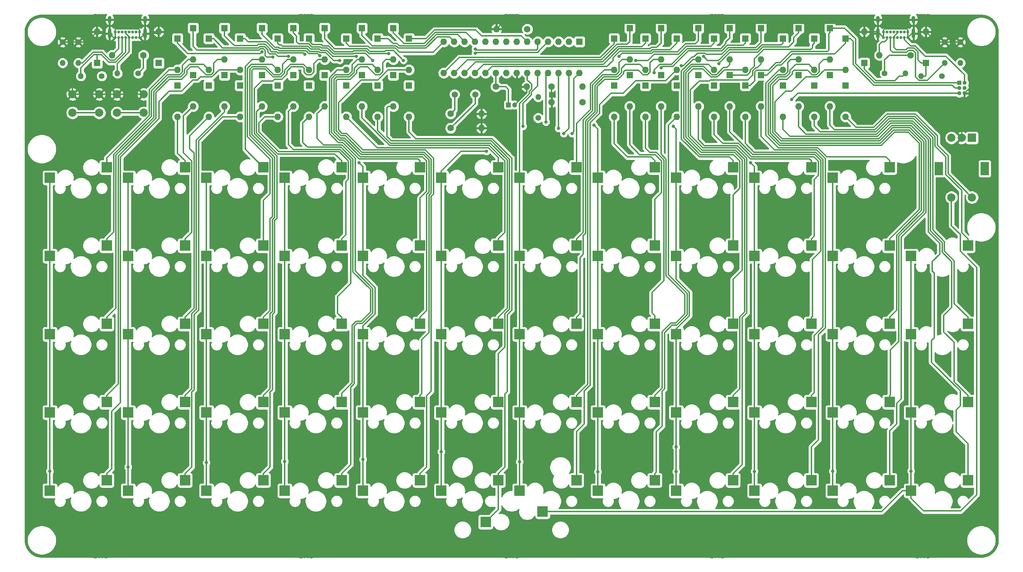
<source format=gbl>
G04 #@! TF.GenerationSoftware,KiCad,Pcbnew,(5.1.5)-3*
G04 #@! TF.CreationDate,2020-11-24T12:45:18-08:00*
G04 #@! TF.ProjectId,framework,6672616d-6577-46f7-926b-2e6b69636164,rev?*
G04 #@! TF.SameCoordinates,Original*
G04 #@! TF.FileFunction,Copper,L2,Bot*
G04 #@! TF.FilePolarity,Positive*
%FSLAX46Y46*%
G04 Gerber Fmt 4.6, Leading zero omitted, Abs format (unit mm)*
G04 Created by KiCad (PCBNEW (5.1.5)-3) date 2020-11-24 12:45:18*
%MOMM*%
%LPD*%
G04 APERTURE LIST*
%ADD10R,2.550000X2.500000*%
%ADD11R,1.600000X1.600000*%
%ADD12O,1.600000X1.600000*%
%ADD13O,1.400000X1.400000*%
%ADD14C,1.400000*%
%ADD15C,1.600000*%
%ADD16C,0.700000*%
%ADD17O,0.900000X2.400000*%
%ADD18O,0.900000X1.700000*%
%ADD19R,2.000000X2.000000*%
%ADD20C,2.000000*%
%ADD21R,2.000000X3.200000*%
%ADD22C,1.500000*%
%ADD23R,1.000000X1.000000*%
%ADD24O,1.000000X1.000000*%
%ADD25C,1.200000*%
%ADD26R,1.200000X1.200000*%
%ADD27C,0.800000*%
%ADD28C,0.350000*%
%ADD29C,0.254000*%
G04 APERTURE END LIST*
D10*
X411540000Y-73660000D03*
X425390000Y-71120000D03*
D11*
X468805000Y17399000D03*
D12*
X468805000Y9779000D03*
X445174750Y9017000D03*
X412154750Y16637000D03*
X442634750Y9017000D03*
X414694750Y16637000D03*
X440094750Y9017000D03*
X417234750Y16637000D03*
X437554750Y9017000D03*
X419774750Y16637000D03*
X435014750Y9017000D03*
X422314750Y16637000D03*
X432474750Y9017000D03*
X424854750Y16637000D03*
X429934750Y9017000D03*
X427394750Y16637000D03*
X427394750Y9017000D03*
X429934750Y16637000D03*
X424854750Y9017000D03*
X432474750Y16637000D03*
X422314750Y9017000D03*
X435014750Y16637000D03*
X419774750Y9017000D03*
X437554750Y16637000D03*
X417234750Y9017000D03*
X440094750Y16637000D03*
X414694750Y9017000D03*
X442634750Y16637000D03*
X412154750Y9017000D03*
D11*
X445174750Y16637000D03*
D10*
X411540000Y-92710000D03*
X425390000Y-90170000D03*
X525840000Y-35560000D03*
X539690000Y-33020000D03*
D11*
X506095000Y8509000D03*
D12*
X506095000Y889000D03*
D10*
X392490000Y-54610000D03*
X406340000Y-52070000D03*
D12*
X375515000Y889000D03*
D11*
X375515000Y8509000D03*
D12*
X354965000Y9779000D03*
D11*
X354965000Y17399000D03*
D13*
X323215000Y11430000D03*
D14*
X323215000Y16510000D03*
D13*
X319405000Y11430000D03*
D14*
X319405000Y16510000D03*
D12*
X331470000Y13335000D03*
D15*
X339090000Y13335000D03*
D13*
X323850000Y8255000D03*
D14*
X328930000Y8255000D03*
D13*
X332740000Y8890000D03*
D14*
X337820000Y8890000D03*
D16*
X332171000Y17653000D03*
X333021000Y17653000D03*
X333871000Y17653000D03*
X334721000Y17653000D03*
X335571000Y17653000D03*
X336421000Y17653000D03*
X337271000Y17653000D03*
X338121000Y17653000D03*
X333021000Y19003000D03*
X334721000Y19003000D03*
X333871000Y19003000D03*
X332171000Y19003000D03*
X336421000Y19003000D03*
X337271000Y19003000D03*
X338121000Y19003000D03*
X335571000Y19003000D03*
D17*
X330821000Y18633000D03*
X339471000Y18633000D03*
D18*
X330821000Y22013000D03*
X339471000Y22013000D03*
D11*
X342773000Y11430000D03*
D12*
X342773000Y19050000D03*
D11*
X327787000Y11430000D03*
D12*
X327787000Y19050000D03*
D19*
X540662500Y-6787500D03*
D20*
X538162500Y-6787500D03*
X535662500Y-6787500D03*
D21*
X543762500Y-14287500D03*
X532562500Y-14287500D03*
D20*
X540662500Y-21287500D03*
X535662500Y-21287500D03*
D22*
X419790000Y3778250D03*
X414790000Y3778250D03*
D10*
X436185000Y-97790000D03*
X422335000Y-100330000D03*
X525840000Y-92710000D03*
X539690000Y-90170000D03*
X525840000Y-73660000D03*
X539690000Y-71120000D03*
X525840000Y-54610000D03*
X539690000Y-52070000D03*
X411540000Y-54610000D03*
X425390000Y-52070000D03*
X411540000Y-35560000D03*
X425390000Y-33020000D03*
X411540000Y-16510000D03*
X425390000Y-13970000D03*
X506790000Y-92710000D03*
X520640000Y-90170000D03*
X392490000Y-92710000D03*
X406340000Y-90170000D03*
X506790000Y-73660000D03*
X520640000Y-71120000D03*
X392490000Y-73660000D03*
X406340000Y-71120000D03*
X506790000Y-54610000D03*
X520640000Y-52070000D03*
X506790000Y-35560000D03*
X520640000Y-33020000D03*
X392490000Y-35560000D03*
X406340000Y-33020000D03*
X506790000Y-16510000D03*
X520640000Y-13970000D03*
X392490000Y-16510000D03*
X406340000Y-13970000D03*
X487740000Y-92710000D03*
X501590000Y-90170000D03*
X373440000Y-92710000D03*
X387290000Y-90170000D03*
X487740000Y-73660000D03*
X501590000Y-71120000D03*
X373440000Y-73660000D03*
X387290000Y-71120000D03*
X487740000Y-54610000D03*
X501590000Y-52070000D03*
X373440000Y-54610000D03*
X387290000Y-52070000D03*
X487740000Y-35560000D03*
X501590000Y-33020000D03*
X373440000Y-35560000D03*
X387290000Y-33020000D03*
X487740000Y-16510000D03*
X501590000Y-13970000D03*
X373440000Y-16510000D03*
X387290000Y-13970000D03*
X468690000Y-92710000D03*
X482540000Y-90170000D03*
X354390000Y-92710000D03*
X368240000Y-90170000D03*
X468690000Y-73660000D03*
X482540000Y-71120000D03*
X354390000Y-73660000D03*
X368240000Y-71120000D03*
X468690000Y-54610000D03*
X482540000Y-52070000D03*
X354390000Y-54610000D03*
X368240000Y-52070000D03*
X468690000Y-35560000D03*
X482540000Y-33020000D03*
X354390000Y-35560000D03*
X368240000Y-33020000D03*
X468690000Y-16510000D03*
X482540000Y-13970000D03*
X354390000Y-16510000D03*
X368240000Y-13970000D03*
X449640000Y-92710000D03*
X463490000Y-90170000D03*
X335340000Y-92710000D03*
X349190000Y-90170000D03*
X449640000Y-73660000D03*
X463490000Y-71120000D03*
X335340000Y-73660000D03*
X349190000Y-71120000D03*
X449640000Y-54610000D03*
X463490000Y-52070000D03*
X335340000Y-54610000D03*
X349190000Y-52070000D03*
X449640000Y-35560000D03*
X463490000Y-33020000D03*
X335340000Y-35560000D03*
X349190000Y-33020000D03*
X449640000Y-16510000D03*
X463490000Y-13970000D03*
X335340000Y-16510000D03*
X349190000Y-13970000D03*
X430590000Y-92710000D03*
X444440000Y-90170000D03*
X316290000Y-92710000D03*
X330140000Y-90170000D03*
X430590000Y-73660000D03*
X444440000Y-71120000D03*
X316290000Y-73660000D03*
X330140000Y-71120000D03*
X430590000Y-54610000D03*
X444440000Y-52070000D03*
X316290000Y-54610000D03*
X330140000Y-52070000D03*
X430590000Y-35560000D03*
X444440000Y-33020000D03*
X316290000Y-35560000D03*
X330140000Y-33020000D03*
X430590000Y-16510000D03*
X444440000Y-13970000D03*
X316290000Y-16510000D03*
X330140000Y-13970000D03*
D20*
X321818000Y-690000D03*
X321818000Y3810000D03*
X328318000Y-690000D03*
X328318000Y3810000D03*
X339113000Y3810000D03*
X339113000Y-690000D03*
X332613000Y3810000D03*
X332613000Y-690000D03*
D13*
X534035000Y11430000D03*
D14*
X534035000Y16510000D03*
D13*
X537845000Y11430000D03*
D14*
X537845000Y16510000D03*
D12*
X518160000Y13335000D03*
D15*
X525780000Y13335000D03*
D13*
X528320000Y8255000D03*
D14*
X533400000Y8255000D03*
D13*
X524510000Y8890000D03*
D14*
X519430000Y8890000D03*
D13*
X435110000Y3155000D03*
D14*
X435110000Y-1925000D03*
D16*
X519129000Y17653000D03*
X519979000Y17653000D03*
X520829000Y17653000D03*
X521679000Y17653000D03*
X522529000Y17653000D03*
X523379000Y17653000D03*
X524229000Y17653000D03*
X525079000Y17653000D03*
X519979000Y19003000D03*
X521679000Y19003000D03*
X520829000Y19003000D03*
X519129000Y19003000D03*
X523379000Y19003000D03*
X524229000Y19003000D03*
X525079000Y19003000D03*
X522529000Y19003000D03*
D17*
X517779000Y18633000D03*
X526429000Y18633000D03*
D18*
X517779000Y22013000D03*
X526429000Y22013000D03*
D23*
X537591000Y6604000D03*
D24*
X538861000Y6604000D03*
X537591000Y5334000D03*
X538861000Y5334000D03*
X537591000Y4064000D03*
X538861000Y4064000D03*
D11*
X494665000Y5969000D03*
D12*
X494665000Y-1651000D03*
X403685000Y-1651000D03*
D11*
X403685000Y5969000D03*
X498475000Y8509000D03*
D12*
X498475000Y889000D03*
X399875000Y889000D03*
D11*
X399875000Y8509000D03*
X502285000Y5969000D03*
D12*
X502285000Y-1651000D03*
X396065000Y-1651000D03*
D11*
X396065000Y5969000D03*
D12*
X392255000Y889000D03*
D11*
X392255000Y8509000D03*
X509905000Y5969000D03*
D12*
X509905000Y-1651000D03*
X388445000Y-1651000D03*
D11*
X388445000Y5969000D03*
X509905000Y17399000D03*
D12*
X509905000Y9779000D03*
X403685000Y9779000D03*
D11*
X403685000Y17399000D03*
X506095000Y19939000D03*
D12*
X506095000Y12319000D03*
X399875000Y12319000D03*
D11*
X399875000Y19939000D03*
X502285000Y17399000D03*
D12*
X502285000Y9779000D03*
X396065000Y9779000D03*
D11*
X396065000Y17399000D03*
X498475000Y19939000D03*
D12*
X498475000Y12319000D03*
X392255000Y12319000D03*
D11*
X392255000Y19939000D03*
X494665000Y17399000D03*
D12*
X494665000Y9779000D03*
X388445000Y9779000D03*
D11*
X388445000Y17399000D03*
X489355000Y8509000D03*
D12*
X489355000Y889000D03*
X383135000Y889000D03*
D11*
X383135000Y8509000D03*
X485545000Y5969000D03*
D12*
X485545000Y-1651000D03*
X379325000Y-1651000D03*
D11*
X379325000Y5969000D03*
X481735000Y8509000D03*
D12*
X481735000Y889000D03*
D11*
X477925000Y5969000D03*
D12*
X477925000Y-1651000D03*
X371705000Y-1651000D03*
D11*
X371705000Y5969000D03*
X474115000Y8509000D03*
D12*
X474115000Y889000D03*
X367895000Y889000D03*
D11*
X367895000Y8509000D03*
X489355000Y19939000D03*
D12*
X489355000Y12319000D03*
X383135000Y12319000D03*
D11*
X383135000Y19939000D03*
X485545000Y17399000D03*
D12*
X485545000Y9779000D03*
X379325000Y9779000D03*
D11*
X379325000Y17399000D03*
X481735000Y19939000D03*
D12*
X481735000Y12319000D03*
X375515000Y12319000D03*
D11*
X375515000Y19939000D03*
X477925000Y17399000D03*
D12*
X477925000Y9779000D03*
X371705000Y9779000D03*
D11*
X371705000Y17399000D03*
X474115000Y19939000D03*
D12*
X474115000Y12319000D03*
X367895000Y12319000D03*
D11*
X367895000Y19939000D03*
X468805000Y5969000D03*
D12*
X468805000Y-1651000D03*
X362585000Y-1651000D03*
D11*
X362585000Y5969000D03*
X464995000Y8509000D03*
D12*
X464995000Y889000D03*
X358775000Y889000D03*
D11*
X358775000Y8509000D03*
X461185000Y5969000D03*
D12*
X461185000Y-1651000D03*
X354965000Y-1651000D03*
D11*
X354965000Y5969000D03*
X457375000Y8509000D03*
D12*
X457375000Y889000D03*
D11*
X351155000Y8509000D03*
D12*
X351155000Y889000D03*
D11*
X453565000Y5969000D03*
D12*
X453565000Y-1651000D03*
X347345000Y-1651000D03*
D11*
X347345000Y5969000D03*
D12*
X362585000Y9779000D03*
D11*
X362585000Y17399000D03*
X464995000Y19939000D03*
D12*
X464995000Y12319000D03*
X358775000Y12319000D03*
D11*
X358775000Y19939000D03*
X461185000Y17399000D03*
D12*
X461185000Y9779000D03*
D11*
X457375000Y19939000D03*
D12*
X457375000Y12319000D03*
X351155000Y12319000D03*
D11*
X351155000Y19939000D03*
X453565000Y17399000D03*
D12*
X453565000Y9779000D03*
X347345000Y9779000D03*
D11*
X347345000Y17399000D03*
X514477000Y11430000D03*
D12*
X514477000Y19050000D03*
D11*
X529463000Y11430000D03*
D12*
X529463000Y19050000D03*
X445905000Y5683250D03*
D15*
X438405000Y5683250D03*
D12*
X438405000Y1873250D03*
D15*
X445905000Y1873250D03*
D12*
X424974750Y19685000D03*
D15*
X432474750Y19685000D03*
D12*
X432354750Y5683250D03*
D15*
X424854750Y5683250D03*
D25*
X429395000Y1238250D03*
D26*
X427895000Y1238250D03*
D12*
X421325000Y-925000D03*
D15*
X413825000Y-925000D03*
X413825000Y-4425000D03*
D12*
X421325000Y-4425000D03*
D27*
X457200000Y-23812500D03*
X323850000Y-23812500D03*
X323850000Y-42862500D03*
X323850000Y-61912500D03*
X323850000Y-80962500D03*
X342900000Y-23812500D03*
X342900000Y-42862500D03*
X342900000Y-61912500D03*
X342900000Y-80962500D03*
X361950000Y-23812500D03*
X361950000Y-42862500D03*
X361950000Y-61912500D03*
X361950000Y-80962500D03*
X323850000Y-100012500D03*
X342900000Y-100012500D03*
X361950000Y-100012500D03*
X381000000Y-100012500D03*
X381000000Y-80962500D03*
X381000000Y-61912500D03*
X381000000Y-42862500D03*
X381000000Y-23812500D03*
X400050000Y-23812500D03*
X400050000Y-42862500D03*
X400050000Y-61912500D03*
X400050000Y-80962500D03*
X400050000Y-100012500D03*
X419100000Y-23812500D03*
X419100000Y-42862500D03*
X419100000Y-61912500D03*
X419100000Y-80962500D03*
X419100000Y-100012500D03*
X438150000Y-100012500D03*
X438150000Y-80962500D03*
X438150000Y-61912500D03*
X438150000Y-42862500D03*
X438150000Y-23812500D03*
X457200000Y-42862500D03*
X457200000Y-61912500D03*
X457200000Y-80962500D03*
X476250000Y-23812500D03*
X476250000Y-42862500D03*
X476250000Y-61912500D03*
X476250000Y-80962500D03*
X495300000Y-23812500D03*
X495300000Y-42862500D03*
X495300000Y-61912500D03*
X495300000Y-80962500D03*
X514350000Y-23812500D03*
X514350000Y-42862500D03*
X514350000Y-61912500D03*
X514350000Y-80962500D03*
X533400000Y-42862500D03*
X533400000Y-61912500D03*
X533400000Y-80962500D03*
X457200000Y-100012500D03*
X476250000Y-100012500D03*
X495300000Y-100012500D03*
X514350000Y-100012500D03*
X533400000Y-100012500D03*
X408178000Y9588500D03*
X449262500Y18034000D03*
X529082000Y-64833500D03*
X528510500Y-45529500D03*
X539115000Y-43942000D03*
X539115000Y-62420500D03*
X528066000Y-31178500D03*
X533209500Y-22796500D03*
X428942500Y-77787500D03*
X371030500Y-5080000D03*
X483616000Y-3238500D03*
X367895000Y14145000D03*
X386825000Y12075000D03*
X475325000Y13075000D03*
X454825000Y13075000D03*
X370529999Y12870001D03*
X390825000Y13075000D03*
X479100001Y11299999D03*
X458825000Y12075000D03*
X374330811Y13094000D03*
X394825000Y12075000D03*
X463325000Y9075000D03*
X378325000Y13575000D03*
X398699999Y13700001D03*
X464995000Y10245000D03*
X381959999Y13209999D03*
X402325000Y12075000D03*
X469980001Y10730001D03*
X496825000Y2575000D03*
X419839749Y14844000D03*
X419839749Y13794000D03*
X430590000Y-85660000D03*
X316290000Y-87960000D03*
X335325000Y-86925000D03*
X449640000Y-88110000D03*
X448691000Y-3715000D03*
X431419000Y-3969000D03*
X354390000Y-85860000D03*
X468690000Y-82060000D03*
X468690000Y-88060000D03*
X467995000Y-3969000D03*
X437007000Y-2940000D03*
X487740000Y-88010000D03*
X373440000Y-85599990D03*
X486791000Y-12859000D03*
X440055000Y-4490000D03*
X506790000Y-87960000D03*
X392490000Y-85049980D03*
X391541000Y-12859000D03*
X441325000Y-5747000D03*
X525840000Y-87910000D03*
X411540000Y-83210000D03*
X422529000Y-10065000D03*
X443357000Y-5747000D03*
D28*
X432354750Y5683250D02*
X430716750Y5683250D01*
X429934750Y6465250D02*
X429934750Y9017000D01*
X430716750Y5683250D02*
X429934750Y6465250D01*
X421325000Y-925000D02*
X421325000Y-4425000D01*
X538162500Y-6787500D02*
X538162500Y-3587500D01*
X538861000Y-2889000D02*
X538861000Y4064000D01*
X538162500Y-3587500D02*
X538861000Y-2889000D01*
X535024949Y16510000D02*
X537845000Y16510000D01*
X534035000Y16510000D02*
X535024949Y16510000D01*
X537845000Y16510000D02*
X540325000Y14030000D01*
X540325000Y5528000D02*
X538861000Y4064000D01*
X540325000Y14030000D02*
X540325000Y5528000D01*
X532003000Y16510000D02*
X534035000Y16510000D01*
X529463000Y19050000D02*
X532003000Y16510000D01*
X529463000Y19050000D02*
X528300000Y19050000D01*
X527883000Y18633000D02*
X526429000Y18633000D01*
X528300000Y19050000D02*
X527883000Y18633000D01*
X525079000Y17653000D02*
X525079000Y19003000D01*
X519129000Y17653000D02*
X519129000Y19003000D01*
X517362000Y19050000D02*
X517779000Y18633000D01*
X514477000Y19050000D02*
X517362000Y19050000D01*
X526429000Y18633000D02*
X526429000Y22013000D01*
X517779000Y18633000D02*
X517779000Y22013000D01*
X518149000Y18633000D02*
X519129000Y17653000D01*
X517779000Y18633000D02*
X518149000Y18633000D01*
X526059000Y18633000D02*
X525079000Y17653000D01*
X526429000Y18633000D02*
X526059000Y18633000D01*
X519359027Y19728001D02*
X524848973Y19728001D01*
X519129000Y19497974D02*
X519359027Y19728001D01*
X525079000Y19497974D02*
X525079000Y19003000D01*
X524848973Y19728001D02*
X525079000Y19497974D01*
X519129000Y19003000D02*
X519129000Y19497974D01*
X513345630Y19050000D02*
X511281629Y21114001D01*
X514477000Y19050000D02*
X513345630Y19050000D01*
X432354750Y4198000D02*
X432354750Y5683250D01*
X429395000Y1238250D02*
X432354750Y4198000D01*
X425774749Y20484999D02*
X424974750Y19685000D01*
X426403751Y21114001D02*
X425774749Y20484999D01*
X511281629Y21114001D02*
X426403751Y21114001D01*
X323232213Y3810000D02*
X328318000Y3810000D01*
X321818000Y3810000D02*
X323232213Y3810000D01*
X329732213Y3810000D02*
X332613000Y3810000D01*
X328318000Y3810000D02*
X329732213Y3810000D01*
X332613000Y3810000D02*
X339113000Y3810000D01*
X332171000Y19003000D02*
X332171000Y17653000D01*
X338121000Y19003000D02*
X338121000Y17653000D01*
X338491000Y17653000D02*
X339471000Y18633000D01*
X338121000Y17653000D02*
X338491000Y17653000D01*
X331801000Y17653000D02*
X330821000Y18633000D01*
X332171000Y17653000D02*
X331801000Y17653000D01*
X330821000Y22013000D02*
X330821000Y18633000D01*
X339471000Y22013000D02*
X339471000Y18633000D01*
X328204000Y18633000D02*
X327787000Y19050000D01*
X330821000Y18633000D02*
X328204000Y18633000D01*
X320394949Y16510000D02*
X323215000Y16510000D01*
X319405000Y16510000D02*
X320394949Y16510000D01*
X325247000Y16510000D02*
X327787000Y19050000D01*
X323215000Y16510000D02*
X325247000Y16510000D01*
X342356000Y18633000D02*
X342773000Y19050000D01*
X339471000Y18633000D02*
X342356000Y18633000D01*
X332171000Y19497974D02*
X332401027Y19728001D01*
X338121000Y19497974D02*
X338121000Y19003000D01*
X337890973Y19728001D02*
X338121000Y19497974D01*
X332401027Y19728001D02*
X337890973Y19728001D01*
X332171000Y19003000D02*
X332171000Y19497974D01*
X321818000Y15113000D02*
X323215000Y16510000D01*
X321818000Y3810000D02*
X321818000Y15113000D01*
X438405000Y5683250D02*
X438405000Y1873250D01*
X424854750Y5683250D02*
X424854750Y9017000D01*
X424854750Y5683250D02*
X427216750Y5683250D01*
X427895000Y5005000D02*
X427895000Y1238250D01*
X427216750Y5683250D02*
X427895000Y5005000D01*
X519979000Y17158026D02*
X519395974Y16575000D01*
X519979000Y17653000D02*
X519979000Y17158026D01*
X519395974Y16575000D02*
X518825000Y16575000D01*
X518160000Y15910000D02*
X518160000Y13335000D01*
X518825000Y16575000D02*
X518160000Y15910000D01*
X525777005Y15610021D02*
X526799642Y15610021D01*
X524229000Y17653000D02*
X524229000Y17158026D01*
X524229000Y17158026D02*
X525777005Y15610021D01*
X526799642Y15610021D02*
X529334663Y13075000D01*
X529334663Y13075000D02*
X534325000Y13075000D01*
X538861000Y8539000D02*
X538861000Y6604000D01*
X534325000Y13075000D02*
X538861000Y8539000D01*
X333021000Y14886000D02*
X331470000Y13335000D01*
X333021000Y17653000D02*
X333021000Y14886000D01*
X414790000Y40000D02*
X414790000Y3778250D01*
X413825000Y-925000D02*
X414790000Y40000D01*
X419790000Y1540000D02*
X419790000Y3778250D01*
X413825000Y-4425000D02*
X419790000Y1540000D01*
X529463000Y8408051D02*
X529463000Y10280000D01*
X529309949Y8255000D02*
X529463000Y8408051D01*
X529463000Y10280000D02*
X529463000Y11430000D01*
X528320000Y8255000D02*
X529309949Y8255000D01*
X521679000Y17876002D02*
X522529000Y18726002D01*
X522529000Y18726002D02*
X522529000Y19003000D01*
X521679000Y17653000D02*
X521679000Y17876002D01*
X528313000Y11430000D02*
X527505011Y12237989D01*
X529463000Y11430000D02*
X528313000Y11430000D01*
X525032180Y15060011D02*
X524597179Y14625010D01*
X526571822Y15060011D02*
X525032180Y15060011D01*
X527505011Y12237989D02*
X527505011Y14126822D01*
X527505011Y14126822D02*
X526571822Y15060011D01*
X524597179Y14625010D02*
X522274990Y14625010D01*
X521679000Y15221000D02*
X521679000Y17653000D01*
X522274990Y14625010D02*
X521679000Y15221000D01*
X522940001Y8190001D02*
X521904010Y7154010D01*
X524510000Y8890000D02*
X523810001Y8190001D01*
X523810001Y8190001D02*
X522940001Y8190001D01*
X521904010Y7154010D02*
X517255818Y7154010D01*
X514477000Y9932828D02*
X514477000Y11430000D01*
X517255818Y7154010D02*
X514477000Y9932828D01*
X340488001Y-1350001D02*
X340488001Y4911999D01*
X330140000Y-13970000D02*
X330140000Y-11698002D01*
X330140000Y-11698002D02*
X340488001Y-1350001D01*
X345355002Y9779000D02*
X347345000Y9779000D01*
X340488001Y4911999D02*
X345355002Y9779000D01*
X347345000Y16249000D02*
X349825000Y13769000D01*
X347345000Y17399000D02*
X347345000Y16249000D01*
X349825000Y13769000D02*
X367519000Y13769000D01*
X367519000Y13769000D02*
X367895000Y14145000D01*
X381962829Y13985000D02*
X383415000Y13985000D01*
X383415000Y13985000D02*
X385325000Y12075000D01*
X381675817Y14272012D02*
X381962829Y13985000D01*
X367895000Y18424194D02*
X371024162Y15295032D01*
X367895000Y19939000D02*
X367895000Y18424194D01*
X379552820Y14272012D02*
X381675817Y14272012D01*
X378855812Y14969021D02*
X379552820Y14272012D01*
X371024162Y15295032D02*
X371938463Y15295029D01*
X371938463Y15295029D02*
X372264471Y14969021D01*
X385325000Y12075000D02*
X386825000Y12075000D01*
X372264471Y14969021D02*
X378855812Y14969021D01*
X388445000Y16249000D02*
X389193969Y15500031D01*
X388445000Y17399000D02*
X388445000Y16249000D01*
X393733461Y15500031D02*
X394158492Y15075000D01*
X389193969Y15500031D02*
X393733461Y15500031D01*
X394158492Y15075000D02*
X400325000Y15075000D01*
X400325000Y15075000D02*
X401325000Y14075000D01*
X409592750Y14075000D02*
X412154750Y16637000D01*
X401325000Y14075000D02*
X409592750Y14075000D01*
X451251169Y9779000D02*
X453565000Y9779000D01*
X447825000Y6352831D02*
X451251169Y9779000D01*
X447825000Y75000D02*
X447825000Y6352831D01*
X444440000Y-13970000D02*
X444440000Y-3310000D01*
X444440000Y-3310000D02*
X447825000Y75000D01*
X476325000Y12075000D02*
X475325000Y13075000D01*
X489563378Y15869040D02*
X488325000Y14630661D01*
X488325000Y14630661D02*
X481602831Y14630661D01*
X494285040Y15869040D02*
X489563378Y15869040D01*
X479047170Y12075000D02*
X476325000Y12075000D01*
X494665000Y17399000D02*
X494665000Y16249000D01*
X481602831Y14630661D02*
X479047170Y12075000D01*
X494665000Y16249000D02*
X494285040Y15869040D01*
X474115000Y19939000D02*
X474115000Y16865000D01*
X474115000Y16865000D02*
X473325000Y16075000D01*
X473325000Y16075000D02*
X470991509Y16075000D01*
X470991509Y16075000D02*
X469041519Y14125010D01*
X463097179Y14125010D02*
X462774990Y13802821D01*
X469041519Y14125010D02*
X463097179Y14125010D01*
X455552821Y13802821D02*
X454825000Y13075000D01*
X462774990Y13802821D02*
X455552821Y13802821D01*
X453565000Y17399000D02*
X453565000Y16092830D01*
X453565000Y16092830D02*
X450247210Y12775040D01*
X415912790Y12775040D02*
X412154750Y9017000D01*
X450247210Y12775040D02*
X415912790Y12775040D01*
X330140000Y-31420000D02*
X331825000Y-29735000D01*
X330140000Y-33020000D02*
X330140000Y-31420000D01*
X331825000Y-29735000D02*
X331825000Y-10790832D01*
X341038011Y-1577822D02*
X341038011Y4684179D01*
X331825000Y-10790832D02*
X341038011Y-1577822D01*
X341038011Y4684179D02*
X344928832Y8575000D01*
X348520001Y9214999D02*
X348520001Y10879999D01*
X344928832Y8575000D02*
X347880002Y8575000D01*
X347880002Y8575000D02*
X348520001Y9214999D01*
X349959002Y12319000D02*
X351155000Y12319000D01*
X348520001Y10879999D02*
X349959002Y12319000D01*
X367522999Y14920001D02*
X368267001Y14920001D01*
X367177998Y14575000D02*
X367522999Y14920001D01*
X352069010Y14575000D02*
X367177998Y14575000D01*
X370325000Y12862002D02*
X370522000Y12862002D01*
X351155000Y15489010D02*
X352069010Y14575000D01*
X370522000Y12862002D02*
X370529999Y12870001D01*
X351155000Y19939000D02*
X351155000Y15489010D01*
X368670001Y14517001D02*
X368670001Y13229999D01*
X368267001Y14920001D02*
X368670001Y14517001D01*
X369029999Y12870001D02*
X370529999Y12870001D01*
X368670001Y13229999D02*
X369029999Y12870001D01*
X385102830Y13075000D02*
X390825000Y13075000D01*
X372880969Y15519031D02*
X379083633Y15519031D01*
X372554961Y15845039D02*
X372880969Y15519031D01*
X371705000Y17399000D02*
X371705000Y16249000D01*
X372108961Y15845039D02*
X372554961Y15845039D01*
X371705000Y16249000D02*
X372108961Y15845039D01*
X379083633Y15519031D02*
X379780642Y14822022D01*
X383642821Y14535010D02*
X383965010Y14212820D01*
X379780642Y14822022D02*
X381903638Y14822022D01*
X381903638Y14822022D02*
X382190650Y14535010D01*
X382190650Y14535010D02*
X383642821Y14535010D01*
X383965010Y14212820D02*
X385102830Y13075000D01*
X392255000Y19939000D02*
X392255000Y18145000D01*
X394774990Y15625010D02*
X400552820Y15625010D01*
X392255000Y18145000D02*
X394774990Y15625010D01*
X401102830Y15075000D02*
X407825000Y15075000D01*
X400552820Y15625010D02*
X401102830Y15075000D01*
X413894751Y17436999D02*
X414694750Y16637000D01*
X413519749Y17812001D02*
X413894751Y17436999D01*
X410562001Y17812001D02*
X413519749Y17812001D01*
X407825000Y15075000D02*
X410562001Y17812001D01*
X454825000Y9299998D02*
X454825000Y11575000D01*
X448375010Y6125010D02*
X450825000Y8575000D01*
X454825000Y11575000D02*
X455569000Y12319000D01*
X454100002Y8575000D02*
X454825000Y9299998D01*
X444440000Y-31420000D02*
X446090001Y-29769999D01*
X446090001Y-2437829D02*
X448375010Y-152821D01*
X450825000Y8575000D02*
X454100002Y8575000D01*
X444440000Y-33020000D02*
X444440000Y-31420000D01*
X448375010Y-152821D02*
X448375010Y6125010D01*
X455569000Y12319000D02*
X457375000Y12319000D01*
X446090001Y-29769999D02*
X446090001Y-2437829D01*
X498475000Y18789000D02*
X497325000Y17639000D01*
X498475000Y19939000D02*
X498475000Y18789000D01*
X497325000Y16575000D02*
X496069030Y15319030D01*
X497325000Y17639000D02*
X497325000Y16575000D01*
X489791199Y15319030D02*
X488547169Y14075000D01*
X496069030Y15319030D02*
X489791199Y15319030D01*
X488547169Y14075000D02*
X481825000Y14075000D01*
X479100001Y11350001D02*
X479100001Y11299999D01*
X481825000Y14075000D02*
X479100001Y11350001D01*
X477176031Y15500031D02*
X471194370Y15500031D01*
X477925000Y17399000D02*
X477925000Y16249000D01*
X477925000Y16249000D02*
X477176031Y15500031D01*
X471194370Y15500031D02*
X469269339Y13575000D01*
X469269339Y13575000D02*
X463325000Y13575000D01*
X461825000Y12075000D02*
X458825000Y12075000D01*
X463325000Y13575000D02*
X461825000Y12075000D01*
X457375000Y19939000D02*
X457375000Y16625000D01*
X457375000Y16625000D02*
X456752861Y16002861D01*
X454252861Y16002861D02*
X450475030Y12225030D01*
X456752861Y16002861D02*
X454252861Y16002861D01*
X417902780Y12225030D02*
X414694750Y9017000D01*
X450475030Y12225030D02*
X417902780Y12225030D01*
X354965000Y9779000D02*
X354965000Y9935000D01*
X353669000Y11075000D02*
X354965000Y9779000D01*
X332375010Y-48234990D02*
X332375010Y-11018652D01*
X332375010Y-11018652D02*
X341588021Y-1805643D01*
X341588021Y-1805643D02*
X341588021Y4456359D01*
X330140000Y-52070000D02*
X330140000Y-50470000D01*
X341588021Y4456359D02*
X345156652Y8024990D01*
X345156652Y8024990D02*
X348107823Y8024990D01*
X348107823Y8024990D02*
X349070009Y8987177D01*
X349070009Y8987177D02*
X349070009Y9820009D01*
X349070009Y9820009D02*
X350325000Y11075000D01*
X330140000Y-50470000D02*
X332375010Y-48234990D01*
X350325000Y11075000D02*
X353669000Y11075000D01*
X371254997Y13645002D02*
X371805999Y13094000D01*
X369754998Y13645002D02*
X371254997Y13645002D01*
X358043989Y15470011D02*
X358043989Y15356011D01*
X356115000Y17399000D02*
X358043989Y15470011D01*
X371805999Y13094000D02*
X374330811Y13094000D01*
X358274990Y15125010D02*
X366950178Y15125010D01*
X366950178Y15125010D02*
X367295178Y15470011D01*
X354965000Y17399000D02*
X356115000Y17399000D01*
X358043989Y15356011D02*
X358274990Y15125010D01*
X367295178Y15470011D02*
X368494822Y15470011D01*
X368494822Y15470011D02*
X369325000Y14639833D01*
X369325000Y14639833D02*
X369325000Y14075000D01*
X369325000Y14075000D02*
X369754998Y13645002D01*
X393049999Y13850001D02*
X394825000Y12075000D01*
X390452999Y13850001D02*
X393049999Y13850001D01*
X390228008Y13625010D02*
X390452999Y13850001D01*
X383870641Y15085019D02*
X385330650Y13625010D01*
X382418471Y15085020D02*
X383870641Y15085019D01*
X375515000Y19939000D02*
X375515000Y18789000D01*
X375515000Y18789000D02*
X376325000Y17979000D01*
X379311454Y16069041D02*
X380008463Y15372032D01*
X376325000Y17979000D02*
X376325000Y16575000D01*
X385330650Y13625010D02*
X390228008Y13625010D01*
X376325000Y16575000D02*
X376830959Y16069041D01*
X382131459Y15372032D02*
X382418471Y15085020D01*
X380008463Y15372032D02*
X382131459Y15372032D01*
X376830959Y16069041D02*
X379311454Y16069041D01*
X396065000Y17399000D02*
X398601020Y17399000D01*
X398601020Y17399000D02*
X399825000Y16175020D01*
X400780641Y16175020D02*
X401330651Y15625010D01*
X399825000Y16175020D02*
X400780641Y16175020D01*
X416434751Y17436999D02*
X417234750Y16637000D01*
X410334180Y18362011D02*
X415509739Y18362011D01*
X407597180Y15625010D02*
X410334180Y18362011D01*
X415509739Y18362011D02*
X416434751Y17436999D01*
X401330651Y15625010D02*
X407597180Y15625010D01*
X444440000Y-50470000D02*
X445325000Y-49585000D01*
X444440000Y-52070000D02*
X444440000Y-50470000D01*
X445325000Y-49585000D02*
X445325000Y-35925000D01*
X446090001Y-30547829D02*
X446640011Y-29997820D01*
X445325000Y-35925000D02*
X446090001Y-35159999D01*
X446090001Y-35159999D02*
X446090001Y-30547829D01*
X446640011Y-2665649D02*
X448925020Y-380642D01*
X446640011Y-29997820D02*
X446640011Y-2665649D01*
X448925020Y-380642D02*
X448925020Y5897190D01*
X454327823Y8024990D02*
X455375010Y9072177D01*
X448925020Y5897190D02*
X451052820Y8024990D01*
X451052820Y8024990D02*
X454327823Y8024990D01*
X455375010Y9072177D02*
X455375010Y10125010D01*
X455375010Y10125010D02*
X456325000Y11075000D01*
X459889000Y11075000D02*
X461185000Y9779000D01*
X456325000Y11075000D02*
X459889000Y11075000D01*
X502285000Y17399000D02*
X502285000Y16249000D01*
X501825000Y15789000D02*
X501825000Y15075000D01*
X502285000Y16249000D02*
X501825000Y15789000D01*
X486720001Y9214999D02*
X486014002Y8509000D01*
X501825000Y15075000D02*
X501519020Y14769020D01*
X490019020Y14769020D02*
X487707668Y12457668D01*
X501519020Y14769020D02*
X490019020Y14769020D01*
X487707668Y10692332D02*
X486720001Y9704665D01*
X482885000Y8509000D02*
X481735000Y8509000D01*
X487707668Y12457668D02*
X487707668Y10692332D01*
X486720001Y9704665D02*
X486720001Y9214999D01*
X486014002Y8509000D02*
X482885000Y8509000D01*
X481735000Y19939000D02*
X481735000Y17485000D01*
X481735000Y17485000D02*
X480825000Y16575000D01*
X480825000Y16186323D02*
X479588698Y14950021D01*
X480825000Y16575000D02*
X480825000Y16186323D01*
X471422190Y14950021D02*
X467597179Y11125010D01*
X479588698Y14950021D02*
X471422190Y14950021D01*
X463325000Y9722002D02*
X463325000Y9075000D01*
X464728008Y11125010D02*
X463325000Y9722002D01*
X467597179Y11125010D02*
X464728008Y11125010D01*
X419892770Y11675020D02*
X417234750Y9017000D01*
X461185000Y16249000D02*
X460388851Y15452851D01*
X461185000Y17399000D02*
X461185000Y16249000D01*
X454500187Y15452851D02*
X450722358Y11675020D01*
X460388851Y15452851D02*
X454500187Y15452851D01*
X450722358Y11675020D02*
X419892770Y11675020D01*
X330140000Y-69520000D02*
X330140000Y-71120000D01*
X332925020Y-66734980D02*
X330140000Y-69520000D01*
X332925020Y-11246472D02*
X332925020Y-66734980D01*
X342138031Y-2033464D02*
X332925023Y-11246472D01*
X345384472Y7474980D02*
X342138031Y4228539D01*
X356140001Y11390001D02*
X356140001Y9214999D01*
X355529001Y8603999D02*
X354296001Y8603999D01*
X358775000Y12319000D02*
X357069000Y12319000D01*
X356140001Y9214999D02*
X355529001Y8603999D01*
X357069000Y12319000D02*
X356140001Y11390001D01*
X352375010Y10524990D02*
X350552820Y10524990D01*
X354296001Y8603999D02*
X352375010Y10524990D01*
X350552820Y10524990D02*
X349620019Y9592189D01*
X342138031Y4228539D02*
X342138031Y-2033464D01*
X349620019Y9592189D02*
X349620019Y8759356D01*
X348335644Y7474980D02*
X345384472Y7474980D01*
X332925023Y-11246472D02*
X332925020Y-11246472D01*
X349620019Y8759356D02*
X348335644Y7474980D01*
X358775000Y18070021D02*
X360825000Y16020021D01*
X358775000Y19939000D02*
X358775000Y18070021D01*
X360879979Y16020021D02*
X361224980Y15675020D01*
X360825000Y16020021D02*
X360879979Y16020021D01*
X368722642Y16020021D02*
X369875008Y14867655D01*
X367067357Y16020021D02*
X368722642Y16020021D01*
X361224980Y15675020D02*
X366722356Y15675020D01*
X366722356Y15675020D02*
X367067357Y16020021D01*
X369875008Y14524992D02*
X370204988Y14195012D01*
X369875008Y14867655D02*
X369875008Y14524992D01*
X371482818Y14195012D02*
X371825000Y13852829D01*
X370204988Y14195012D02*
X371482818Y14195012D01*
X371841172Y13869001D02*
X378030999Y13869001D01*
X378030999Y13869001D02*
X378325000Y13575000D01*
X371825000Y13852829D02*
X371841172Y13869001D01*
X398677998Y13722002D02*
X398699999Y13700001D01*
X379325000Y16833325D02*
X380236283Y15922042D01*
X379325000Y17399000D02*
X379325000Y16833325D01*
X382359280Y15922042D02*
X382646293Y15635029D01*
X382646293Y15635029D02*
X384098461Y15635029D01*
X380236283Y15922042D02*
X382359280Y15922042D01*
X384098461Y15635029D02*
X385558470Y14175020D01*
X390225178Y14400011D02*
X393277819Y14400011D01*
X385558470Y14175020D02*
X390000187Y14175020D01*
X390000187Y14175020D02*
X390225178Y14400011D01*
X393977829Y13700001D02*
X398699999Y13700001D01*
X393277819Y14400011D02*
X393977829Y13700001D01*
X418974751Y17436999D02*
X419774750Y16637000D01*
X410106359Y18912021D02*
X417499729Y18912021D01*
X407418338Y16223999D02*
X410106359Y18912021D01*
X417499729Y18912021D02*
X418974751Y17436999D01*
X402440001Y16223999D02*
X407418338Y16223999D01*
X399875000Y18789000D02*
X402440001Y16223999D01*
X399875000Y19939000D02*
X399875000Y18789000D01*
X334027213Y-690000D02*
X339113000Y-690000D01*
X332613000Y-690000D02*
X334027213Y-690000D01*
X463569000Y12319000D02*
X464995000Y12319000D01*
X459540997Y9684001D02*
X460620999Y8603999D01*
X447190021Y-2893469D02*
X449475030Y-608463D01*
X447190021Y-66769979D02*
X447190021Y-2893469D01*
X451280640Y7474980D02*
X454555644Y7474980D01*
X454555644Y7474980D02*
X455925020Y8844356D01*
X444440000Y-71120000D02*
X444440000Y-69520000D01*
X444440000Y-69520000D02*
X447190021Y-66769979D01*
X449475030Y-608463D02*
X449475030Y5669370D01*
X449475030Y5669370D02*
X451280640Y7474980D01*
X455925020Y9334022D02*
X456274999Y9684001D01*
X460620999Y8603999D02*
X461749001Y8603999D01*
X455925020Y8844356D02*
X455925020Y9334022D01*
X456274999Y9684001D02*
X459540997Y9684001D01*
X462360001Y9214999D02*
X462360001Y11539999D01*
X461749001Y8603999D02*
X462360001Y9214999D01*
X463139002Y12319000D02*
X463569000Y12319000D01*
X462360001Y11539999D02*
X463139002Y12319000D01*
X492976180Y11504011D02*
X491156171Y9684001D01*
X493976180Y11504011D02*
X492976180Y11504011D01*
X496691179Y14219010D02*
X493976180Y11504011D01*
X506095000Y19939000D02*
X506095000Y18789000D01*
X506095000Y18789000D02*
X505825000Y18519000D01*
X505825000Y14575000D02*
X505469010Y14219010D01*
X505469010Y14219010D02*
X496691179Y14219010D01*
X505825000Y18519000D02*
X505825000Y14575000D01*
X486695000Y5969000D02*
X487825000Y7099000D01*
X485545000Y5969000D02*
X486695000Y5969000D01*
X488254999Y9684001D02*
X491156171Y9684001D01*
X487825000Y9254002D02*
X488254999Y9684001D01*
X487825000Y7099000D02*
X487825000Y9254002D01*
X485545000Y16249000D02*
X485026681Y15730681D01*
X485545000Y17399000D02*
X485545000Y16249000D01*
X485026681Y15730681D02*
X481147189Y15730681D01*
X481147189Y15730681D02*
X480825000Y15408491D01*
X480825000Y15408491D02*
X479816520Y14400011D01*
X479816520Y14400011D02*
X471650011Y14400011D01*
X471650011Y14400011D02*
X467825000Y10575000D01*
X467825000Y10575000D02*
X465325000Y10575000D01*
X465325000Y10575000D02*
X464995000Y10245000D01*
X421882760Y11125010D02*
X419774750Y9017000D01*
X450950178Y11125010D02*
X421882760Y11125010D01*
X453825000Y13999832D02*
X450950178Y11125010D01*
X454728008Y14902841D02*
X453825000Y13999832D01*
X464995000Y16245000D02*
X463975030Y15225030D01*
X462641537Y15225030D02*
X462319348Y14902841D01*
X463975030Y15225030D02*
X462641537Y15225030D01*
X464995000Y19939000D02*
X464995000Y16245000D01*
X462319348Y14902841D02*
X454728008Y14902841D01*
X517027998Y6604000D02*
X512325000Y11306998D01*
X537591000Y6604000D02*
X517027998Y6604000D01*
X507245000Y19939000D02*
X506095000Y19939000D01*
X509640002Y19939000D02*
X507245000Y19939000D01*
X512325000Y17254002D02*
X509640002Y19939000D01*
X512325000Y11306998D02*
X512325000Y17254002D01*
X357481833Y9779000D02*
X362585000Y9779000D01*
X355756822Y8053989D02*
X357481833Y9779000D01*
X352255001Y7333999D02*
X352974991Y8053989D01*
X331325000Y-87385000D02*
X331325000Y-73425000D01*
X330140000Y-90170000D02*
X330140000Y-88570000D01*
X342825000Y2075000D02*
X345325000Y4575000D01*
X333475030Y-71274970D02*
X333475030Y-11474295D01*
X345325000Y4575000D02*
X348325000Y4575000D01*
X330140000Y-88570000D02*
X331325000Y-87385000D01*
X333475030Y-11474295D02*
X342825000Y-2124325D01*
X342825000Y-2124325D02*
X342825000Y2075000D01*
X352974991Y8053989D02*
X355756822Y8053989D01*
X351083999Y7333999D02*
X352255001Y7333999D01*
X331325000Y-73425000D02*
X333475030Y-71274970D01*
X348325000Y4575000D02*
X351083999Y7333999D01*
X363735000Y17399000D02*
X364559000Y16575000D01*
X362585000Y17399000D02*
X363735000Y17399000D01*
X368945494Y16575000D02*
X370775472Y14745022D01*
X364559000Y16575000D02*
X368945494Y16575000D01*
X371710641Y14745021D02*
X372036651Y14419011D01*
X370775472Y14745022D02*
X371710641Y14745021D01*
X378627991Y14419011D02*
X379325000Y13722002D01*
X372036651Y14419011D02*
X378627991Y14419011D01*
X379325000Y13722002D02*
X381447996Y13722002D01*
X381447996Y13722002D02*
X381959999Y13209999D01*
X398049991Y14475002D02*
X399924998Y14475002D01*
X397825000Y14250011D02*
X398049991Y14475002D01*
X393505640Y14950021D02*
X394205650Y14250011D01*
X383135000Y17376320D02*
X385561299Y14950021D01*
X399924998Y14475002D02*
X402325000Y12075000D01*
X394205650Y14250011D02*
X397825000Y14250011D01*
X385561299Y14950021D02*
X393505640Y14950021D01*
X383135000Y19939000D02*
X383135000Y17376320D01*
X403685000Y17399000D02*
X407815508Y17399000D01*
X409878538Y19462031D02*
X419937969Y19462031D01*
X407815508Y17399000D02*
X409878538Y19462031D01*
X419937969Y19462031D02*
X421325000Y18075000D01*
X431036750Y18075000D02*
X432474750Y16637000D01*
X421325000Y18075000D02*
X431036750Y18075000D01*
X468005001Y8979001D02*
X468805000Y9779000D01*
X446325000Y-68412830D02*
X447740031Y-66997800D01*
X447740031Y-66997800D02*
X447740031Y-3121290D01*
X446325000Y-76425000D02*
X446325000Y-68412830D01*
X466170001Y7144001D02*
X468005001Y8979001D01*
X444440000Y-78310000D02*
X446325000Y-76425000D01*
X450025040Y-836284D02*
X450025040Y1275040D01*
X452825000Y4075000D02*
X455825000Y4075000D01*
X444440000Y-90170000D02*
X444440000Y-78310000D01*
X450025040Y1275040D02*
X452825000Y4075000D01*
X455825000Y4075000D02*
X458894001Y7144001D01*
X447740031Y-3121290D02*
X450025040Y-836284D01*
X458894001Y7144001D02*
X466170001Y7144001D01*
X509905000Y16249000D02*
X507325000Y13669000D01*
X507325000Y13669000D02*
X496919000Y13669000D01*
X494204001Y10954001D02*
X493204001Y10954001D01*
X496919000Y13669000D02*
X494204001Y10954001D01*
X490759000Y8509000D02*
X489355000Y8509000D01*
X493204001Y10954001D02*
X490759000Y8509000D01*
X489355000Y19939000D02*
X489355000Y16438491D01*
X489355000Y16438491D02*
X488097180Y15180671D01*
X481375010Y15180671D02*
X479769339Y13575000D01*
X488097180Y15180671D02*
X481375010Y15180671D01*
X472563349Y12869010D02*
X472241160Y12546820D01*
X475972002Y13575000D02*
X475697001Y13850001D01*
X479769339Y13575000D02*
X475972002Y13575000D01*
X473906999Y13850001D02*
X472926008Y12869010D01*
X472926008Y12869010D02*
X472563349Y12869010D01*
X475697001Y13850001D02*
X473906999Y13850001D01*
X470424341Y10730001D02*
X469980001Y10730001D01*
X472241160Y12546820D02*
X470424341Y10730001D01*
X423872750Y10575000D02*
X422314750Y9017000D01*
X451825000Y10575000D02*
X423872750Y10575000D01*
X453325000Y12075000D02*
X451825000Y10575000D01*
X453325000Y12722002D02*
X453325000Y12075000D01*
X454955829Y14352831D02*
X453325000Y12722002D01*
X468805000Y16249000D02*
X467231020Y14675020D01*
X462869358Y14675020D02*
X462547169Y14352831D01*
X462547169Y14352831D02*
X454955829Y14352831D01*
X468805000Y17399000D02*
X468805000Y16249000D01*
X467231020Y14675020D02*
X462869358Y14675020D01*
X509905000Y17399000D02*
X509905000Y16249000D01*
X536544990Y5334000D02*
X537591000Y5334000D01*
X535825000Y6053990D02*
X536544990Y5334000D01*
X511055000Y17399000D02*
X511774990Y16679010D01*
X516800177Y6053990D02*
X535825000Y6053990D01*
X509905000Y17399000D02*
X511055000Y17399000D01*
X511774990Y16679010D02*
X511774990Y11079177D01*
X511774990Y11079177D02*
X516800177Y6053990D01*
X349190000Y-13970000D02*
X349190000Y-12370000D01*
X347345000Y-10525000D02*
X349190000Y-12370000D01*
X347345000Y-1651000D02*
X347345000Y-10525000D01*
X463490000Y-12370000D02*
X462545000Y-11425000D01*
X463490000Y-13970000D02*
X463490000Y-12370000D01*
X462545000Y-11425000D02*
X456825000Y-11425000D01*
X453565000Y-8165000D02*
X453565000Y-1651000D01*
X456825000Y-11425000D02*
X453565000Y-8165000D01*
X350840001Y-29769999D02*
X349190000Y-31420000D01*
X349190000Y-31420000D02*
X349190000Y-33020000D01*
X348825000Y-10425000D02*
X350840001Y-12440001D01*
X350840001Y-12440001D02*
X350840001Y-29769999D01*
X348825000Y-1441000D02*
X351155000Y889000D01*
X348825000Y-10425000D02*
X348825000Y-1441000D01*
X457375000Y-8475000D02*
X457375000Y889000D01*
X459774990Y-10874990D02*
X457375000Y-8475000D01*
X463490000Y-21760000D02*
X465140001Y-20109999D01*
X463490000Y-33020000D02*
X463490000Y-21760000D01*
X465140001Y-20109999D02*
X465140001Y-12419999D01*
X465140001Y-12419999D02*
X463594992Y-10874990D01*
X463594992Y-10874990D02*
X459774990Y-10874990D01*
X349190000Y-50470000D02*
X351390011Y-48269989D01*
X349190000Y-52070000D02*
X349190000Y-50470000D01*
X351390011Y-10490011D02*
X350325000Y-9425000D01*
X351390011Y-48269989D02*
X351390011Y-10490011D01*
X350325000Y-6291000D02*
X354965000Y-1651000D01*
X350325000Y-9425000D02*
X350325000Y-6291000D01*
X463490000Y-50470000D02*
X463490000Y-52070000D01*
X463490000Y-50090000D02*
X463490000Y-50470000D01*
X462825000Y-44425000D02*
X462825000Y-49425000D01*
X461185000Y-9285000D02*
X462224980Y-10324980D01*
X465690011Y-12192178D02*
X465690011Y-41559989D01*
X462825000Y-49425000D02*
X463490000Y-50090000D01*
X461185000Y-1651000D02*
X461185000Y-9285000D01*
X462224980Y-10324980D02*
X463822813Y-10324980D01*
X465690011Y-41559989D02*
X462825000Y-44425000D01*
X463822813Y-10324980D02*
X465690011Y-12192178D01*
X358775000Y-475000D02*
X358775000Y889000D01*
X351940021Y-7309979D02*
X358775000Y-475000D01*
X349190000Y-69520000D02*
X350840001Y-67869999D01*
X349190000Y-71120000D02*
X349190000Y-69520000D01*
X350840001Y-67869999D02*
X350840001Y-49597829D01*
X350840001Y-49597829D02*
X351940021Y-48497810D01*
X351940021Y-48497810D02*
X351940021Y-7309979D01*
X463490000Y-69520000D02*
X463490000Y-71120000D01*
X467447177Y-51874990D02*
X465325000Y-53997167D01*
X468597180Y-51874990D02*
X467447177Y-51874990D01*
X470825000Y-49647170D02*
X468597180Y-51874990D01*
X464995000Y889000D02*
X464995000Y-10719337D01*
X464995000Y-10719337D02*
X466240021Y-11964357D01*
X465325000Y-53997167D02*
X465325000Y-67685000D01*
X470825000Y-44925000D02*
X470825000Y-49647170D01*
X466240021Y-11964357D02*
X466240021Y-40340021D01*
X465325000Y-67685000D02*
X463490000Y-69520000D01*
X466240021Y-40340021D02*
X470825000Y-44925000D01*
X352490031Y-48725631D02*
X352490031Y-7537799D01*
X352490031Y-7537799D02*
X358376830Y-1651000D01*
X349190000Y-88570000D02*
X350840001Y-86919999D01*
X351390011Y-49825649D02*
X352490031Y-48725631D01*
X349190000Y-90170000D02*
X349190000Y-88570000D01*
X358376830Y-1651000D02*
X362585000Y-1651000D01*
X350840001Y-68647829D02*
X351390011Y-68097820D01*
X350840001Y-86919999D02*
X350840001Y-68647829D01*
X351390011Y-68097820D02*
X351390011Y-49825649D01*
X463490000Y-88570000D02*
X463490000Y-90170000D01*
X463825000Y-88235000D02*
X463490000Y-88570000D01*
X466790031Y-40112200D02*
X471375010Y-44697179D01*
X466790031Y-3665969D02*
X466790031Y-40112200D01*
X463825000Y-78425000D02*
X463825000Y-88235000D01*
X468805000Y-1651000D02*
X466790031Y-3665969D01*
X471375010Y-49874990D02*
X468825000Y-52425000D01*
X471375010Y-44697179D02*
X471375010Y-49874990D01*
X465325000Y-76925000D02*
X463825000Y-78425000D01*
X468825000Y-52425000D02*
X467674998Y-52425000D01*
X467674998Y-52425000D02*
X465875010Y-54224988D01*
X465325000Y-68462830D02*
X465325000Y-76925000D01*
X465875010Y-54224988D02*
X465875010Y-67912821D01*
X465875010Y-67912821D02*
X465325000Y-68462830D01*
X368215000Y-13970000D02*
X363825000Y-9580000D01*
X368240000Y-13970000D02*
X368215000Y-13970000D01*
X363825000Y-9580000D02*
X363825000Y10575000D01*
X365569000Y12319000D02*
X367895000Y12319000D01*
X363825000Y10575000D02*
X365569000Y12319000D01*
X482540000Y-12370000D02*
X481595000Y-11425000D01*
X482540000Y-13970000D02*
X482540000Y-12370000D01*
X481595000Y-11425000D02*
X474325000Y-11425000D01*
X474325000Y-11425000D02*
X469980001Y-7080001D01*
X469980001Y-7080001D02*
X469980001Y7069001D01*
X474115000Y12319000D02*
X472791170Y12319000D01*
X469980003Y7069003D02*
X469980001Y7069001D01*
X469980003Y9507833D02*
X469980003Y7069003D01*
X472791170Y12319000D02*
X469980003Y9507833D01*
X370409000Y11075000D02*
X371705000Y9779000D01*
X365325000Y11075000D02*
X370409000Y11075000D01*
X364375010Y10125010D02*
X365325000Y11075000D01*
X368240000Y-22010000D02*
X369890001Y-20359999D01*
X368240000Y-33020000D02*
X368240000Y-22010000D01*
X369890001Y-20359999D02*
X369890001Y-11990001D01*
X369890001Y-11990001D02*
X364375010Y-6475010D01*
X364375010Y-6475010D02*
X364375010Y10125010D01*
X472393999Y11143999D02*
X476560001Y11143999D01*
X470530011Y-6852181D02*
X470530011Y9280011D01*
X470530011Y9280011D02*
X472393999Y11143999D01*
X474552820Y-10874990D02*
X470530011Y-6852181D01*
X482540000Y-20710000D02*
X484190001Y-19059999D01*
X476560001Y11143999D02*
X477925000Y9779000D01*
X482540000Y-33020000D02*
X482540000Y-20710000D01*
X484190001Y-19059999D02*
X484190001Y-12419999D01*
X484190001Y-12419999D02*
X482644992Y-10874990D01*
X482644992Y-10874990D02*
X474552820Y-10874990D01*
X374069000Y12319000D02*
X375515000Y12319000D01*
X372880001Y9214999D02*
X372880001Y11130001D01*
X372240002Y8575000D02*
X372880001Y9214999D01*
X370440011Y-25939991D02*
X370440011Y-11762180D01*
X369890001Y-26490001D02*
X370440011Y-25939991D01*
X368240000Y-52070000D02*
X368240000Y-50470000D01*
X365552820Y10524990D02*
X368875010Y10524990D01*
X368240000Y-50470000D02*
X369890001Y-48819999D01*
X372880001Y11130001D02*
X374069000Y12319000D01*
X368875010Y10524990D02*
X370825000Y8575000D01*
X369890001Y-48819999D02*
X369890001Y-26490001D01*
X370440011Y-11762180D02*
X364925020Y-6247190D01*
X364925020Y-6247190D02*
X364925020Y9897190D01*
X370825000Y8575000D02*
X372240002Y8575000D01*
X364925020Y9897190D02*
X365552820Y10524990D01*
X481735000Y10985000D02*
X481735000Y12319000D01*
X480214010Y10329008D02*
X481079008Y10329008D01*
X478460002Y8575000D02*
X480214010Y10329008D01*
X482872813Y-10324980D02*
X474780640Y-10324980D01*
X472602830Y10575000D02*
X475389998Y10575000D01*
X482540000Y-52070000D02*
X482540000Y-41210000D01*
X484740011Y-12192178D02*
X482872813Y-10324980D01*
X484740011Y-39009989D02*
X484740011Y-12192178D01*
X482540000Y-41210000D02*
X484740011Y-39009989D01*
X471080021Y9052191D02*
X472602830Y10575000D01*
X474780640Y-10324980D02*
X471080021Y-6624361D01*
X481079008Y10329008D02*
X481735000Y10985000D01*
X471080021Y-6624361D02*
X471080021Y9052191D01*
X477389998Y8575000D02*
X478460002Y8575000D01*
X475389998Y10575000D02*
X477389998Y8575000D01*
X365475030Y9669370D02*
X365780640Y9974980D01*
X370990021Y-11534359D02*
X369880660Y-10425000D01*
X370440011Y-26717821D02*
X370990021Y-26167812D01*
X365475030Y-6019370D02*
X365475030Y9669370D01*
X369880660Y-10425000D02*
X365475030Y-6019370D01*
X368240000Y-69520000D02*
X369890001Y-67869999D01*
X368240000Y-71120000D02*
X368240000Y-69520000D01*
X369890001Y-49597829D02*
X370440011Y-49047820D01*
X369890001Y-67869999D02*
X369890001Y-49597829D01*
X370990021Y-26167812D02*
X370990021Y-11534359D01*
X370440011Y-49047820D02*
X370440011Y-26717821D01*
X365780640Y9974980D02*
X368647189Y9974980D01*
X368647189Y9974980D02*
X370597179Y8024990D01*
X372467823Y8024990D02*
X373430011Y8987178D01*
X370597179Y8024990D02*
X372467823Y8024990D01*
X373430011Y8987178D02*
X373430011Y9680011D01*
X373430011Y9680011D02*
X374825000Y11075000D01*
X378029000Y11075000D02*
X379325000Y9779000D01*
X374825000Y11075000D02*
X378029000Y11075000D01*
X480441832Y9779000D02*
X485545000Y9779000D01*
X478687823Y8024990D02*
X480441832Y9779000D01*
X477162177Y8024990D02*
X478687823Y8024990D01*
X475162178Y10024990D02*
X477162177Y8024990D01*
X472830650Y10024990D02*
X475162178Y10024990D01*
X484190001Y-50519999D02*
X484095002Y-50425000D01*
X485325000Y-49195002D02*
X485325000Y-11999337D01*
X482540000Y-71120000D02*
X482540000Y-69520000D01*
X484095002Y-50425000D02*
X485325000Y-49195002D01*
X484190001Y-67869999D02*
X484190001Y-50519999D01*
X471630031Y8824371D02*
X472830650Y10024990D01*
X482540000Y-69520000D02*
X484190001Y-67869999D01*
X485325000Y-11999337D02*
X483100634Y-9774970D01*
X483100634Y-9774970D02*
X475008460Y-9774970D01*
X475008460Y-9774970D02*
X471630031Y-6396541D01*
X471630031Y-6396541D02*
X471630031Y8824371D01*
X381569000Y12319000D02*
X383135000Y12319000D01*
X380500001Y11250001D02*
X381569000Y12319000D01*
X379860002Y8575000D02*
X380500001Y9214999D01*
X378789998Y8575000D02*
X379860002Y8575000D01*
X371540031Y-26395633D02*
X371540031Y-11273246D01*
X370440011Y-49825650D02*
X370990021Y-49275641D01*
X368240000Y-88570000D02*
X369890001Y-86919999D01*
X369890001Y-86919999D02*
X369890001Y-68647829D01*
X380500001Y9214999D02*
X380500001Y11250001D01*
X368240000Y-90170000D02*
X368240000Y-88570000D01*
X371540031Y-11273246D02*
X366025040Y-5758255D01*
X370440011Y-68097820D02*
X370440011Y-49825650D01*
X370990021Y-26945642D02*
X371540031Y-26395633D01*
X366025040Y5275040D02*
X367825000Y7075000D01*
X370990021Y-49275641D02*
X370990021Y-26945642D01*
X378149999Y9214999D02*
X378789998Y8575000D01*
X367825000Y7075000D02*
X370535998Y7075000D01*
X373980021Y8759357D02*
X373980021Y9452191D01*
X370535998Y7075000D02*
X370935978Y7474980D01*
X370935978Y7474980D02*
X372724980Y7474980D01*
X366025040Y-5758255D02*
X366025040Y5275040D01*
X372724980Y7474980D02*
X372724980Y7504316D01*
X369890001Y-68647829D02*
X370440011Y-68097820D01*
X377801180Y10524990D02*
X378149999Y10176171D01*
X372724980Y7504316D02*
X373980021Y8759357D01*
X373980021Y9452191D02*
X375052820Y10524990D01*
X375052820Y10524990D02*
X377801180Y10524990D01*
X378149999Y10176171D02*
X378149999Y9214999D01*
X482540000Y-88570000D02*
X482540000Y-90170000D01*
X484740011Y-86369989D02*
X482540000Y-88570000D01*
X484740011Y-50557821D02*
X484740011Y-86369989D01*
X485875010Y-49422823D02*
X484740011Y-50557821D01*
X485875010Y-11771516D02*
X485875010Y-49422823D01*
X483328455Y-9224960D02*
X485875010Y-11771516D01*
X475236280Y-9224960D02*
X483328455Y-9224960D01*
X487274990Y9481823D02*
X487274990Y8524990D01*
X489355000Y11187630D02*
X488401381Y10234011D01*
X489355000Y12319000D02*
X489355000Y11187630D01*
X487274990Y8524990D02*
X486083999Y7333999D01*
X488401381Y10234011D02*
X488027178Y10234011D01*
X477083999Y7333999D02*
X476825000Y7075000D01*
X488027178Y10234011D02*
X487274990Y9481823D01*
X472180041Y-6168721D02*
X475236280Y-9224960D01*
X486083999Y7333999D02*
X477083999Y7333999D01*
X474325000Y7075000D02*
X472180041Y4930041D01*
X476825000Y7075000D02*
X474325000Y7075000D01*
X472180041Y4930041D02*
X472180041Y-6168721D01*
X387290000Y-12370000D02*
X385643236Y-10723236D01*
X366575050Y-5530435D02*
X366575050Y-430950D01*
X387290000Y-13970000D02*
X387290000Y-12370000D01*
X385643236Y-10723236D02*
X371767851Y-10723236D01*
X371767851Y-10723236D02*
X366575050Y-5530435D01*
X366575050Y-430950D02*
X367895000Y889000D01*
X501590000Y-12370000D02*
X501145000Y-11925000D01*
X501590000Y-13970000D02*
X501590000Y-12370000D01*
X501145000Y-11925000D02*
X486825000Y-11925000D01*
X486825000Y-11925000D02*
X483574950Y-8674950D01*
X483574950Y-8674950D02*
X475574950Y-8674950D01*
X474115000Y-7215000D02*
X474115000Y889000D01*
X475574950Y-8674950D02*
X474115000Y-7215000D01*
X387290000Y-31420000D02*
X388325000Y-30385000D01*
X387290000Y-33020000D02*
X387290000Y-31420000D01*
X388325000Y-30385000D02*
X388325000Y-17425000D01*
X388325000Y-17425000D02*
X388940001Y-16809999D01*
X388940001Y-12419999D02*
X386693228Y-10173226D01*
X388940001Y-16809999D02*
X388940001Y-12419999D01*
X386693228Y-10173226D02*
X371995671Y-10173226D01*
X371995671Y-10173226D02*
X367125060Y-5302615D01*
X367125060Y-5302615D02*
X367125060Y-3124940D01*
X368599000Y-1651000D02*
X371705000Y-1651000D01*
X367125060Y-3124940D02*
X368599000Y-1651000D01*
X501590000Y-31420000D02*
X502325000Y-30685000D01*
X501590000Y-33020000D02*
X501590000Y-31420000D01*
X502325000Y-30685000D02*
X502325000Y-16925000D01*
X502325000Y-16925000D02*
X503325000Y-15925000D01*
X503325000Y-12504998D02*
X502194992Y-11374990D01*
X503325000Y-15925000D02*
X503325000Y-12504998D01*
X502194992Y-11374990D02*
X487052820Y-11374990D01*
X487052820Y-11374990D02*
X483802771Y-8124940D01*
X483802771Y-8124940D02*
X480024940Y-8124940D01*
X477925000Y-6025000D02*
X477925000Y-1651000D01*
X480024940Y-8124940D02*
X477925000Y-6025000D01*
X387290000Y-50470000D02*
X387290000Y-52070000D01*
X386325000Y-49505000D02*
X387290000Y-50470000D01*
X386325000Y-45425000D02*
X386325000Y-49505000D01*
X389490011Y-42259989D02*
X386325000Y-45425000D01*
X389490011Y-12192178D02*
X389490011Y-42259989D01*
X374325000Y-301000D02*
X374325000Y-8425000D01*
X375515000Y889000D02*
X374325000Y-301000D01*
X374325000Y-8425000D02*
X375523216Y-9623216D01*
X375523216Y-9623216D02*
X386921049Y-9623216D01*
X386921049Y-9623216D02*
X389490011Y-12192178D01*
X501590000Y-50470000D02*
X501825000Y-50235000D01*
X501590000Y-52070000D02*
X501590000Y-50470000D01*
X501825000Y-50235000D02*
X501825000Y-36425000D01*
X503875010Y-12277177D02*
X502422813Y-10824980D01*
X501825000Y-36425000D02*
X503875010Y-34374990D01*
X503875010Y-34374990D02*
X503875010Y-12277177D01*
X502422813Y-10824980D02*
X487280641Y-10824980D01*
X481735000Y-5279339D02*
X481735000Y889000D01*
X487280641Y-10824980D02*
X481735000Y-5279339D01*
X378973206Y-9073206D02*
X387148870Y-9073206D01*
X377825000Y-3151000D02*
X377825000Y-7925000D01*
X377825000Y-7925000D02*
X378973206Y-9073206D01*
X390040021Y-11964357D02*
X390040021Y-39417852D01*
X379325000Y-1651000D02*
X377825000Y-3151000D01*
X390040021Y-39417852D02*
X394325000Y-43702831D01*
X387148870Y-9073206D02*
X390040021Y-11964357D01*
X387290000Y-68960000D02*
X387290000Y-71120000D01*
X394325000Y-49190002D02*
X392090002Y-51425000D01*
X394325000Y-43702831D02*
X394325000Y-49190002D01*
X392090002Y-51425000D02*
X390825000Y-51425000D01*
X390825000Y-51425000D02*
X389825000Y-52425000D01*
X389825000Y-66425000D02*
X387290000Y-68960000D01*
X389825000Y-52425000D02*
X389825000Y-66425000D01*
X502650634Y-10274970D02*
X487674970Y-10274970D01*
X504425020Y-12049356D02*
X502650634Y-10274970D01*
X501590000Y-71120000D02*
X501590000Y-69520000D01*
X502325000Y-68785000D02*
X502325000Y-54925000D01*
X501590000Y-69520000D02*
X502325000Y-68785000D01*
X502325000Y-54925000D02*
X504425020Y-52824980D01*
X485545000Y-8145000D02*
X485545000Y-1651000D01*
X487674970Y-10274970D02*
X485545000Y-8145000D01*
X504425020Y-52824980D02*
X504425020Y-12049356D01*
X389490011Y-86369989D02*
X387290000Y-88570000D01*
X390375010Y-66652821D02*
X389490011Y-67537820D01*
X390375010Y-52652820D02*
X390375010Y-66652821D01*
X387290000Y-88570000D02*
X387290000Y-90170000D01*
X382923196Y-8523196D02*
X387376691Y-8523196D01*
X381325000Y-6925000D02*
X382923196Y-8523196D01*
X381325000Y-921000D02*
X381325000Y-6925000D01*
X390590031Y-39190031D02*
X394875008Y-43475008D01*
X390590031Y-11736536D02*
X390590031Y-39190031D01*
X392317823Y-51975010D02*
X391052820Y-51975010D01*
X389490011Y-67537820D02*
X389490011Y-86369989D01*
X383135000Y889000D02*
X381325000Y-921000D01*
X394875008Y-43475008D02*
X394875008Y-49417825D01*
X387376691Y-8523196D02*
X390590031Y-11736536D01*
X391052820Y-51975010D02*
X390375010Y-52652820D01*
X394875008Y-49417825D02*
X392317823Y-51975010D01*
X489355000Y-6455000D02*
X489355000Y889000D01*
X492624960Y-9724960D02*
X489355000Y-6455000D01*
X502878455Y-9724960D02*
X492624960Y-9724960D01*
X501590000Y-82060002D02*
X503325000Y-80325002D01*
X501590000Y-90170000D02*
X501590000Y-82060002D01*
X504975030Y-11821535D02*
X502878455Y-9724960D01*
X503325000Y-80325002D02*
X503325000Y-54702830D01*
X503325000Y-54702830D02*
X504975030Y-53052801D01*
X504975030Y-53052801D02*
X504975030Y-11821535D01*
X388445000Y9779000D02*
X388445000Y9695000D01*
X386251169Y9779000D02*
X388445000Y9779000D01*
X384310001Y7837832D02*
X386251169Y9779000D01*
X406340000Y-12370000D02*
X405895000Y-11925000D01*
X406340000Y-13970000D02*
X406340000Y-12370000D01*
X391556325Y-11925000D02*
X387556325Y-7925000D01*
X405895000Y-11925000D02*
X391556325Y-11925000D01*
X386491507Y-7925000D02*
X387556325Y-7925000D01*
X384310001Y-5743494D02*
X386491507Y-7925000D01*
X384310001Y7837832D02*
X384310001Y-5743494D01*
X520640000Y-12370000D02*
X519695000Y-11425000D01*
X520640000Y-13970000D02*
X520640000Y-12370000D01*
X519695000Y-11425000D02*
X505356326Y-11425000D01*
X505356326Y-11425000D02*
X503106276Y-9174950D01*
X493574950Y-9174950D02*
X490530001Y-6130001D01*
X503106276Y-9174950D02*
X493574950Y-9174950D01*
X494665000Y9779000D02*
X493751170Y9779000D01*
X490530001Y6557831D02*
X490530001Y-6130001D01*
X493751170Y9779000D02*
X490530001Y6557831D01*
X388980002Y8575000D02*
X389825000Y9419998D01*
X391123630Y12319000D02*
X392255000Y12319000D01*
X389825000Y9419998D02*
X389825000Y11020370D01*
X389825000Y11020370D02*
X391123630Y12319000D01*
X385825000Y8575000D02*
X388980002Y8575000D01*
X406340000Y-21440000D02*
X407990001Y-19789999D01*
X406340000Y-33020000D02*
X406340000Y-21440000D01*
X407990001Y-19789999D02*
X407990001Y-12419999D01*
X391784145Y-11374990D02*
X387784146Y-7374990D01*
X384860011Y7610011D02*
X385825000Y8575000D01*
X406944992Y-11374990D02*
X391784145Y-11374990D01*
X407990001Y-12419999D02*
X406944992Y-11374990D01*
X386719328Y-7374990D02*
X387784146Y-7374990D01*
X384860011Y-5515673D02*
X386719328Y-7374990D01*
X384860011Y7610011D02*
X384860011Y-5515673D01*
X496569000Y12319000D02*
X498475000Y12319000D01*
X495825000Y11575000D02*
X496569000Y12319000D01*
X495825000Y10575000D02*
X495825000Y11575000D01*
X495840001Y10559999D02*
X495825000Y10575000D01*
X495840001Y9214999D02*
X495840001Y10559999D01*
X518625060Y-8624940D02*
X493802770Y-8624940D01*
X520640000Y-33020000D02*
X520640000Y-31420000D01*
X520640000Y-31420000D02*
X527825000Y-24235000D01*
X521825000Y-5425000D02*
X518625060Y-8624940D01*
X495200002Y8575000D02*
X495840001Y9214999D01*
X527825000Y-8109998D02*
X525140002Y-5425000D01*
X493802770Y-8624940D02*
X491080011Y-5902181D01*
X493325000Y8575000D02*
X495200002Y8575000D01*
X525140002Y-5425000D02*
X521825000Y-5425000D01*
X491080011Y-5902181D02*
X491080011Y6330011D01*
X527825000Y-24235000D02*
X527825000Y-8109998D01*
X491080011Y6330011D02*
X493325000Y8575000D01*
X391325000Y11075000D02*
X394769000Y11075000D01*
X394769000Y11075000D02*
X396065000Y9779000D01*
X386052820Y8024990D02*
X389207823Y8024990D01*
X390375008Y10125008D02*
X391325000Y11075000D01*
X385410021Y7382191D02*
X386052820Y8024990D01*
X408540011Y-20017820D02*
X408540011Y-12192178D01*
X407990001Y-20567829D02*
X408540011Y-20017820D01*
X407990001Y-48819999D02*
X407990001Y-20567829D01*
X406340000Y-52070000D02*
X406340000Y-50470000D01*
X406340000Y-50470000D02*
X407990001Y-48819999D01*
X389207823Y8024990D02*
X390375008Y9192176D01*
X408540011Y-12192178D02*
X407172813Y-10824980D01*
X390375008Y9192176D02*
X390375008Y10125008D01*
X392011965Y-10824980D02*
X388011967Y-6824980D01*
X407172813Y-10824980D02*
X392011965Y-10824980D01*
X386947149Y-6824980D02*
X388011967Y-6824980D01*
X385410021Y-5287852D02*
X386947149Y-6824980D01*
X385410021Y7382191D02*
X385410021Y-5287852D01*
X500989000Y11075000D02*
X502285000Y9779000D01*
X497825000Y11075000D02*
X500989000Y11075000D01*
X496390011Y9640011D02*
X497825000Y11075000D01*
X496390011Y8987178D02*
X496390011Y9640011D01*
X493552820Y8024990D02*
X495427823Y8024990D01*
X491630021Y6102191D02*
X493552820Y8024990D01*
X522325000Y-30512830D02*
X528375010Y-24462821D01*
X520640000Y-52070000D02*
X520640000Y-50470000D01*
X520640000Y-50470000D02*
X522325000Y-48785000D01*
X528375010Y-24462821D02*
X528375010Y-7882177D01*
X525367823Y-4874990D02*
X521597179Y-4874990D01*
X522325000Y-48785000D02*
X522325000Y-30512830D01*
X518397239Y-8074930D02*
X494030590Y-8074930D01*
X528375010Y-7882177D02*
X525367823Y-4874990D01*
X521597179Y-4874990D02*
X518397239Y-8074930D01*
X494030590Y-8074930D02*
X491630021Y-5674361D01*
X495427823Y8024990D02*
X496390011Y8987178D01*
X491630021Y-5674361D02*
X491630021Y6102191D01*
X406340000Y-69520000D02*
X406825000Y-69035000D01*
X406340000Y-71120000D02*
X406340000Y-69520000D01*
X406825000Y-69035000D02*
X406825000Y-55925000D01*
X406825000Y-55925000D02*
X408540011Y-54209989D01*
X408540011Y-20795650D02*
X409090021Y-20245641D01*
X408540011Y-54209989D02*
X408540011Y-20795650D01*
X409090021Y-11964357D02*
X407400634Y-10274970D01*
X409090021Y-20245641D02*
X409090021Y-11964357D01*
X407400634Y-10274970D02*
X392239785Y-10274970D01*
X392239785Y-10274970D02*
X388561977Y-6597162D01*
X388561977Y-6597159D02*
X388239788Y-6274970D01*
X388561977Y-6597162D02*
X388561977Y-6597159D01*
X387174970Y-6274970D02*
X385960031Y-5060031D01*
X388239788Y-6274970D02*
X387174970Y-6274970D01*
X385960031Y-5060031D02*
X385960031Y7154371D01*
X385960031Y7154371D02*
X386280640Y7474980D01*
X389435644Y7474980D02*
X390925018Y8964355D01*
X386280640Y7474980D02*
X389435644Y7474980D01*
X390925018Y9675018D02*
X391774990Y10524990D01*
X390925018Y8964355D02*
X390925018Y9675018D01*
X393580008Y10524990D02*
X395500999Y8603999D01*
X391774990Y10524990D02*
X393580008Y10524990D01*
X396629001Y8603999D02*
X397325000Y9299998D01*
X395500999Y8603999D02*
X396629001Y8603999D01*
X397325000Y9299998D02*
X397325000Y11575000D01*
X398069000Y12319000D02*
X399875000Y12319000D01*
X397325000Y11575000D02*
X398069000Y12319000D01*
X504569000Y12319000D02*
X506095000Y12319000D01*
X503460001Y9210001D02*
X503460001Y11210001D01*
X503460001Y11210001D02*
X504569000Y12319000D01*
X521369358Y-4324980D02*
X520825000Y-4869339D01*
X518169419Y-7524920D02*
X494258410Y-7524920D01*
X520825000Y-58425000D02*
X522875010Y-56374990D01*
X492180031Y5874371D02*
X493780640Y7474980D01*
X520640000Y-71120000D02*
X520640000Y-69520000D01*
X495655644Y7474980D02*
X496940021Y8759357D01*
X520825000Y-69335000D02*
X520825000Y-58425000D01*
X528925020Y-24690642D02*
X528925020Y-7654356D01*
X520825000Y-4869339D02*
X518169419Y-7524920D01*
X522875010Y-56374990D02*
X522875010Y-30740650D01*
X520640000Y-69520000D02*
X520825000Y-69335000D01*
X497374999Y9684001D02*
X500640997Y9684001D01*
X522875010Y-30740650D02*
X528925020Y-24690642D01*
X494258410Y-7524920D02*
X492180031Y-5446541D01*
X528925020Y-7654356D02*
X525595644Y-4324980D01*
X492180031Y-5446541D02*
X492180031Y5874371D01*
X493780640Y7474980D02*
X495655644Y7474980D01*
X496940021Y8759357D02*
X496940021Y9249023D01*
X525595644Y-4324980D02*
X521369358Y-4324980D01*
X496940021Y9249023D02*
X497374999Y9684001D01*
X500640997Y9684001D02*
X501749998Y8575000D01*
X501749998Y8575000D02*
X502825000Y8575000D01*
X502825000Y8575000D02*
X503460001Y9210001D01*
X406340000Y-88570000D02*
X406340000Y-90170000D01*
X407990001Y-86919999D02*
X406340000Y-88570000D01*
X407990001Y-69590001D02*
X407990001Y-86919999D01*
X409640031Y-11736536D02*
X409640031Y-20473462D01*
X409090021Y-68489981D02*
X407990001Y-69590001D01*
X386510041Y1759039D02*
X386510041Y-4832211D01*
X409090021Y-21023471D02*
X409090021Y-68489981D01*
X403685000Y9779000D02*
X398581833Y9779000D01*
X398581833Y9779000D02*
X396136832Y7333999D01*
X407628455Y-9724960D02*
X409640031Y-11736536D01*
X389620001Y4868999D02*
X386510041Y1759039D01*
X409640031Y-20473462D02*
X409090021Y-21023471D01*
X386510041Y-4832211D02*
X387402790Y-5724960D01*
X389620001Y4868999D02*
X389620001Y4870001D01*
X392083999Y7333999D02*
X396136832Y7333999D01*
X389620001Y4870001D02*
X392083999Y7333999D01*
X388467609Y-5724960D02*
X389111987Y-6369338D01*
X387402790Y-5724960D02*
X388467609Y-5724960D01*
X389111987Y-6369338D02*
X389111987Y-6369342D01*
X392467605Y-9724960D02*
X407628455Y-9724960D01*
X389111987Y-6369342D02*
X392467605Y-9724960D01*
X520640000Y-78110000D02*
X520640000Y-90170000D01*
X523425020Y-70324980D02*
X522325000Y-71425000D01*
X523425021Y-30968470D02*
X523425020Y-70324980D01*
X500274990Y8024990D02*
X496825000Y4575000D01*
X496825000Y4575000D02*
X495325000Y4575000D01*
X522325000Y-71425000D02*
X522325000Y-76425000D01*
X503052821Y8024990D02*
X500274990Y8024990D01*
X529475030Y-7426535D02*
X529475030Y-24918463D01*
X494486230Y-6974910D02*
X517941597Y-6974910D01*
X509905000Y9779000D02*
X504806831Y9779000D01*
X504806831Y9779000D02*
X503052821Y8024990D01*
X492730041Y-5218721D02*
X494486230Y-6974910D01*
X525823465Y-3774970D02*
X529475030Y-7426535D01*
X495325000Y4575000D02*
X492730041Y1980041D01*
X522325000Y-76425000D02*
X520640000Y-78110000D01*
X529475030Y-24918463D02*
X523425021Y-30968470D01*
X492730041Y1980041D02*
X492730041Y-5218721D01*
X517941597Y-6974910D02*
X521141537Y-3774970D01*
X521141537Y-3774970D02*
X525823465Y-3774970D01*
X388445000Y-1651000D02*
X395968950Y-9174950D01*
X395968950Y-9174950D02*
X423017122Y-9174950D01*
X425390000Y-11547828D02*
X425390000Y-13970000D01*
X423017122Y-9174950D02*
X425390000Y-11547828D01*
X512478860Y-4224860D02*
X509905000Y-1651000D01*
X516802495Y-4224860D02*
X512478860Y-4224860D01*
X531362649Y-5425000D02*
X526962570Y-1024920D01*
X526962570Y-1024920D02*
X520002434Y-1024920D01*
X532225080Y-6287430D02*
X531362649Y-5425000D01*
X520002434Y-1024920D02*
X516802495Y-4224860D01*
X540662500Y-21287500D02*
X534875010Y-15500010D01*
X534875010Y-15500010D02*
X534875010Y-11197179D01*
X534875010Y-11197179D02*
X532225080Y-8547249D01*
X532225080Y-8547249D02*
X532225080Y-6287430D01*
X425390000Y-31420000D02*
X427040001Y-29769999D01*
X425390000Y-33020000D02*
X425390000Y-31420000D01*
X427040001Y-12419999D02*
X423244942Y-8624940D01*
X427040001Y-29769999D02*
X427040001Y-12419999D01*
X392255000Y-1910662D02*
X392255000Y-242370D01*
X392255000Y-242370D02*
X392255000Y889000D01*
X398969278Y-8624940D02*
X392255000Y-1910662D01*
X423244942Y-8624940D02*
X398969278Y-8624940D01*
X539690000Y-31420000D02*
X539690000Y-33020000D01*
X538173585Y-29903585D02*
X539690000Y-31420000D01*
X506095000Y889000D02*
X506095000Y-3695000D01*
X517030315Y-4774870D02*
X520230255Y-1574930D01*
X506095000Y-3695000D02*
X507174870Y-4774870D01*
X531675070Y-8775070D02*
X534325000Y-11425000D01*
X538173585Y-19576415D02*
X538173585Y-29903585D01*
X520230255Y-1574930D02*
X526734749Y-1574930D01*
X526734749Y-1574930D02*
X531675070Y-6515251D01*
X531675070Y-6515251D02*
X531675070Y-8775070D01*
X507174870Y-4774870D02*
X517030315Y-4774870D01*
X534325000Y-11425000D02*
X534325000Y-15727831D01*
X534325000Y-15727831D02*
X538173585Y-19576415D01*
X427590011Y-48269989D02*
X427590011Y-12192178D01*
X425390000Y-52070000D02*
X425390000Y-50470000D01*
X425390000Y-50470000D02*
X427590011Y-48269989D01*
X427590011Y-12192178D02*
X423472763Y-8074930D01*
X396065000Y-2782370D02*
X396065000Y-1651000D01*
X396065000Y-4942831D02*
X396065000Y-2782370D01*
X399197099Y-8074930D02*
X396065000Y-4942831D01*
X423472763Y-8074930D02*
X399197099Y-8074930D01*
X503724880Y-5324880D02*
X502285000Y-3885000D01*
X536325000Y-36741196D02*
X533958795Y-34374990D01*
X531125060Y-6743072D02*
X526506928Y-2124940D01*
X526506928Y-2124940D02*
X520458076Y-2124940D01*
X502285000Y-3885000D02*
X502285000Y-1651000D01*
X539690000Y-52070000D02*
X539690000Y-50470000D01*
X536325000Y-47105000D02*
X536325000Y-36741196D01*
X539690000Y-50470000D02*
X536325000Y-47105000D01*
X520458076Y-2124940D02*
X517258136Y-5324880D01*
X517258136Y-5324880D02*
X503724880Y-5324880D01*
X531125060Y-6743072D02*
X531125060Y-29225060D01*
X533958795Y-32058795D02*
X533958795Y-34374990D01*
X531125060Y-29225060D02*
X533958795Y-32058795D01*
X398325000Y575000D02*
X398639000Y889000D01*
X398325000Y-6425000D02*
X398325000Y575000D01*
X398639000Y889000D02*
X399875000Y889000D01*
X399424920Y-7524920D02*
X398325000Y-6425000D01*
X423700584Y-7524920D02*
X399424920Y-7524920D01*
X425390000Y-59360000D02*
X427040001Y-57709999D01*
X427040001Y-57709999D02*
X427040001Y-49597829D01*
X425390000Y-71120000D02*
X425390000Y-59360000D01*
X427040001Y-49597829D02*
X428140021Y-48497810D01*
X428140021Y-11964357D02*
X423700584Y-7524920D01*
X428140021Y-48497810D02*
X428140021Y-11964357D01*
X533825000Y-54069026D02*
X536325000Y-56569026D01*
X533825000Y-50032802D02*
X533825000Y-54069026D01*
X535768901Y-48088901D02*
X533825000Y-50032802D01*
X520685896Y-2674950D02*
X526279107Y-2674950D01*
X498475000Y889000D02*
X498475000Y-4075000D01*
X517485956Y-5874890D02*
X520685896Y-2674950D01*
X536325000Y-56569026D02*
X536325000Y-66155000D01*
X498475000Y-4075000D02*
X500274890Y-5874890D01*
X500274890Y-5874890D02*
X517485956Y-5874890D01*
X526279107Y-2674950D02*
X530575050Y-6970893D01*
X530575050Y-6970893D02*
X530575050Y-29452880D01*
X536325000Y-66155000D02*
X539690000Y-69520000D01*
X530575050Y-29452880D02*
X533408785Y-32286615D01*
X539690000Y-69520000D02*
X539690000Y-71120000D01*
X533408785Y-34602811D02*
X535768901Y-36962927D01*
X533408785Y-32286615D02*
X533408785Y-34602811D01*
X535768901Y-36962927D02*
X535768901Y-48088901D01*
X423928405Y-6974910D02*
X405374910Y-6974910D01*
X403685000Y-5285000D02*
X403685000Y-1651000D01*
X428690031Y-48725631D02*
X428690031Y-11736536D01*
X428690031Y-11736536D02*
X423928405Y-6974910D01*
X427590011Y-49825649D02*
X428690031Y-48725631D01*
X425390000Y-88570000D02*
X427040001Y-86919999D01*
X405374910Y-6974910D02*
X403685000Y-5285000D01*
X427040001Y-69140001D02*
X427590011Y-68589991D01*
X425390000Y-90170000D02*
X425390000Y-88570000D01*
X427040001Y-86919999D02*
X427040001Y-69140001D01*
X427590011Y-68589991D02*
X427590011Y-49825649D01*
X425405901Y-91785901D02*
X425390000Y-91770000D01*
X425405901Y-97284099D02*
X425405901Y-91785901D01*
X422360000Y-100330000D02*
X425405901Y-97284099D01*
X425390000Y-91770000D02*
X425390000Y-90170000D01*
X422335000Y-100330000D02*
X422360000Y-100330000D01*
X539690000Y-90170000D02*
X539149998Y-90170000D01*
X530025040Y-7198714D02*
X526051286Y-3224960D01*
X530025040Y-25146284D02*
X530025040Y-7198714D01*
X520913716Y-3224960D02*
X517713776Y-6424900D01*
X526051286Y-3224960D02*
X520913716Y-3224960D01*
X517713776Y-6424900D02*
X496324900Y-6424900D01*
X494665000Y-4765000D02*
X494665000Y-1651000D01*
X496324900Y-6424900D02*
X494665000Y-4765000D01*
X530025040Y-25146284D02*
X530025040Y-25224960D01*
X532825000Y-32480661D02*
X530025040Y-29680701D01*
X532825000Y-35100002D02*
X532825000Y-32480661D01*
X531031099Y-36893903D02*
X532825000Y-35100002D01*
X537815001Y-72020001D02*
X537815001Y-68422831D01*
X536825000Y-73010002D02*
X537815001Y-72020001D01*
X539690000Y-90170000D02*
X539690000Y-81290000D01*
X539690000Y-81290000D02*
X536825000Y-78425000D01*
X530025040Y-29680701D02*
X530025040Y-25146284D01*
X537815001Y-68422831D02*
X530825000Y-61432830D01*
X530825000Y-56150002D02*
X531465001Y-55510001D01*
X531465001Y-39670975D02*
X531031099Y-39237073D01*
X536825000Y-78425000D02*
X536825000Y-73010002D01*
X531465001Y-55510001D02*
X531465001Y-39670975D01*
X530825000Y-61432830D02*
X530825000Y-56150002D01*
X531031099Y-39237073D02*
X531031099Y-36893903D01*
X537591000Y4064000D02*
X498314000Y4064000D01*
X498314000Y4064000D02*
X496825000Y2575000D01*
X321818000Y-690000D02*
X328318000Y-690000D01*
X526344001Y14510001D02*
X525260001Y14510001D01*
X529784999Y7179999D02*
X527803999Y7179999D01*
X534035000Y11430000D02*
X529784999Y7179999D01*
X527803999Y7179999D02*
X526955001Y8028997D01*
X526955001Y13899001D02*
X526344001Y14510001D01*
X526955001Y8028997D02*
X526955001Y13899001D01*
X525260001Y14510001D02*
X524825000Y14075000D01*
X524825000Y14075000D02*
X521325000Y14075000D01*
X520829000Y14571000D02*
X520829000Y17653000D01*
X521325000Y14075000D02*
X520829000Y14571000D01*
X519430000Y8890000D02*
X519430000Y12180000D01*
X520585000Y13335000D02*
X525780000Y13335000D01*
X519430000Y12180000D02*
X520585000Y13335000D01*
X435014750Y14945529D02*
X435014750Y16637000D01*
X420064749Y14619000D02*
X434688221Y14619000D01*
X434688221Y14619000D02*
X435014750Y14945529D01*
X419839749Y14844000D02*
X420064749Y14619000D01*
X339090000Y10160000D02*
X339090000Y13335000D01*
X337820000Y8890000D02*
X339090000Y10160000D01*
X419839749Y13794000D02*
X420064749Y14019000D01*
X434936750Y14019000D02*
X435439014Y14521264D01*
X435439014Y14521264D02*
X437554750Y16637000D01*
X420064749Y14019000D02*
X434936750Y14019000D01*
X316290000Y-16510000D02*
X316290000Y-35560000D01*
X316290000Y-37160000D02*
X316290000Y-54610000D01*
X316290000Y-35560000D02*
X316290000Y-37160000D01*
X316290000Y-56210000D02*
X316290000Y-73660000D01*
X316290000Y-54610000D02*
X316290000Y-56210000D01*
X430590000Y-16510000D02*
X430590000Y-35560000D01*
X430590000Y-35560000D02*
X430590000Y-54610000D01*
X430590000Y-56210000D02*
X430590000Y-73660000D01*
X430590000Y-54610000D02*
X430590000Y-56210000D01*
X430590000Y-75260000D02*
X430590000Y-85660000D01*
X430590000Y-73660000D02*
X430590000Y-75260000D01*
X316290000Y-90460000D02*
X316290000Y-92710000D01*
X430590000Y-90660000D02*
X430590000Y-92710000D01*
X316290000Y-87960000D02*
X316290000Y-90460000D01*
X430590000Y-88160000D02*
X430590000Y-90660000D01*
X430590000Y-85660000D02*
X430590000Y-88160000D01*
X316290000Y-73660000D02*
X316290000Y-87960000D01*
X432474750Y7302252D02*
X432474750Y9017000D01*
X433529751Y6247251D02*
X432474750Y7302252D01*
X430590000Y1552000D02*
X432943000Y3905000D01*
X432943000Y3905000D02*
X432943000Y4532498D01*
X430590000Y-16510000D02*
X430590000Y1552000D01*
X433529751Y5119249D02*
X433529751Y6247251D01*
X432943000Y4532498D02*
X433529751Y5119249D01*
X335340000Y-18110000D02*
X335340000Y-35560000D01*
X335340000Y-16510000D02*
X335340000Y-18110000D01*
X335340000Y-35560000D02*
X335340000Y-54610000D01*
X335340000Y-54610000D02*
X335340000Y-73660000D01*
X335340000Y-73660000D02*
X335340000Y-75260000D01*
X449640000Y-16510000D02*
X449640000Y-35560000D01*
X449640000Y-35560000D02*
X449640000Y-54610000D01*
X449640000Y-56210000D02*
X449640000Y-73660000D01*
X449640000Y-54610000D02*
X449640000Y-56210000D01*
X449640000Y-75260000D02*
X449640000Y-83610000D01*
X449640000Y-73660000D02*
X449640000Y-75260000D01*
X335340000Y-86910000D02*
X335325000Y-86925000D01*
X335340000Y-86440000D02*
X335340000Y-86910000D01*
X335340000Y-86440000D02*
X335340000Y-92710000D01*
X335340000Y-75260000D02*
X335340000Y-86440000D01*
X449640000Y-90610000D02*
X449640000Y-92710000D01*
X449640000Y-84610000D02*
X449640000Y-88110000D01*
X449640000Y-83610000D02*
X449640000Y-84610000D01*
X449640000Y-88110000D02*
X449640000Y-90610000D01*
X449640000Y-16510000D02*
X449640000Y-4664000D01*
X449640000Y-4664000D02*
X448691000Y-3715000D01*
X431419000Y-3969000D02*
X431419000Y1603170D01*
X435014750Y5826418D02*
X435014750Y7885630D01*
X435014750Y7885630D02*
X435014750Y9017000D01*
X433493010Y3677179D02*
X433493010Y4304678D01*
X433493010Y4304678D02*
X435014750Y5826418D01*
X431419000Y1603170D02*
X433493010Y3677179D01*
X354390000Y-18110000D02*
X354390000Y-35560000D01*
X354390000Y-16510000D02*
X354390000Y-18110000D01*
X354390000Y-35560000D02*
X354390000Y-54610000D01*
X354390000Y-54610000D02*
X354390000Y-73660000D01*
X354390000Y-73660000D02*
X354390000Y-85860000D01*
X468690000Y-16510000D02*
X468690000Y-35560000D01*
X471925020Y-50102811D02*
X468690000Y-53337830D01*
X471925020Y-44469358D02*
X471925020Y-50102811D01*
X468690000Y-53337830D02*
X468690000Y-54610000D01*
X468690000Y-35560000D02*
X468690000Y-41234339D01*
X468690000Y-41234339D02*
X471925020Y-44469358D01*
X468690000Y-56210000D02*
X468690000Y-73660000D01*
X468690000Y-54610000D02*
X468690000Y-56210000D01*
X468690000Y-75260000D02*
X468690000Y-82060000D01*
X468690000Y-73660000D02*
X468690000Y-75260000D01*
X354390000Y-85860000D02*
X354390000Y-92710000D01*
X468690000Y-82060000D02*
X468690000Y-88060000D01*
X468690000Y-88060000D02*
X468690000Y-92710000D01*
X468690000Y-16510000D02*
X468690000Y-4664000D01*
X468690000Y-4664000D02*
X467995000Y-3969000D01*
X437007000Y8469250D02*
X437554750Y9017000D01*
X437007000Y-2940000D02*
X437007000Y8469250D01*
X373440000Y-16510000D02*
X373440000Y-35560000D01*
X373440000Y-37160000D02*
X373440000Y-54610000D01*
X373440000Y-35560000D02*
X373440000Y-37160000D01*
X373440000Y-54610000D02*
X373440000Y-73660000D01*
X373440000Y-73660000D02*
X373440000Y-92710000D01*
X487740000Y-16510000D02*
X487740000Y-35560000D01*
X487740000Y-35560000D02*
X487740000Y-54610000D01*
X487740000Y-54610000D02*
X487740000Y-73660000D01*
X487740000Y-75260000D02*
X487740000Y-88010000D01*
X487740000Y-73660000D02*
X487740000Y-75260000D01*
X487740000Y-88010000D02*
X487740000Y-92710000D01*
X487740000Y-16510000D02*
X487740000Y-13808000D01*
X487740000Y-13808000D02*
X486791000Y-12859000D01*
X440055000Y8977250D02*
X440094750Y9017000D01*
X440055000Y-4490000D02*
X440055000Y8977250D01*
X392490000Y-18110000D02*
X392490000Y-35560000D01*
X392490000Y-16510000D02*
X392490000Y-18110000D01*
X395425018Y-49645645D02*
X392490000Y-52580663D01*
X392490000Y-52580663D02*
X392490000Y-54610000D01*
X392490000Y-35560000D02*
X392490000Y-40312170D01*
X395425018Y-43247187D02*
X395425018Y-49645645D01*
X392490000Y-40312170D02*
X395425018Y-43247187D01*
X392490000Y-54610000D02*
X392490000Y-73660000D01*
X392490000Y-73660000D02*
X392490000Y-92710000D01*
X506790000Y-16510000D02*
X506790000Y-35560000D01*
X506790000Y-35560000D02*
X506790000Y-54610000D01*
X506790000Y-54610000D02*
X506790000Y-73660000D01*
X506790000Y-75260000D02*
X506790000Y-87960000D01*
X506790000Y-73660000D02*
X506790000Y-75260000D01*
X506790000Y-87960000D02*
X506790000Y-92710000D01*
X392490000Y-16510000D02*
X392490000Y-13808000D01*
X392490000Y-13808000D02*
X391541000Y-12859000D01*
X442634750Y-4437250D02*
X442634750Y9017000D01*
X441325000Y-5747000D02*
X442634750Y-4437250D01*
X411540000Y-16510000D02*
X411540000Y-35560000D01*
X411540000Y-35560000D02*
X411540000Y-54610000D01*
X411540000Y-56210000D02*
X411540000Y-73660000D01*
X411540000Y-54610000D02*
X411540000Y-56210000D01*
X411540000Y-73660000D02*
X411540000Y-75260000D01*
X525840000Y-35560000D02*
X525840000Y-54610000D01*
X525840000Y-54610000D02*
X525840000Y-73660000D01*
X525840000Y-91110000D02*
X525840000Y-87910000D01*
X525840000Y-92710000D02*
X525840000Y-91110000D01*
X528874567Y-97618901D02*
X537925433Y-97618901D01*
X525840000Y-92710000D02*
X525840000Y-94584334D01*
X537925433Y-97618901D02*
X541825000Y-93719334D01*
X525840000Y-94584334D02*
X528874567Y-97618901D01*
X535662500Y-28170331D02*
X535662500Y-22701713D01*
X535662500Y-22701713D02*
X535662500Y-21287500D01*
X537825000Y-30332831D02*
X535662500Y-28170331D01*
X537825000Y-34355002D02*
X537825000Y-30332831D01*
X541825000Y-38355002D02*
X537825000Y-34355002D01*
X541825000Y-93719334D02*
X541825000Y-38355002D01*
X525840000Y-87910000D02*
X525840000Y-73660000D01*
X411540000Y-75260000D02*
X411540000Y-83210000D01*
X411540000Y-83210000D02*
X411540000Y-92710000D01*
X436185000Y-97790000D02*
X518704334Y-97790000D01*
X523784334Y-92710000D02*
X525840000Y-92710000D01*
X518704334Y-97790000D02*
X523784334Y-92710000D01*
X411540000Y-16510000D02*
X411540000Y-14910000D01*
X416385000Y-10065000D02*
X422529000Y-10065000D01*
X411540000Y-14910000D02*
X416385000Y-10065000D01*
X444374751Y8217001D02*
X445174750Y9017000D01*
X443756999Y7599249D02*
X444374751Y8217001D01*
X443756999Y-5347001D02*
X443756999Y7599249D01*
X443357000Y-5747000D02*
X443756999Y-5347001D01*
X332261822Y11609989D02*
X334721000Y14069168D01*
X334721000Y14069168D02*
X334721000Y17653000D01*
X323850000Y10297221D02*
X327067769Y13514990D01*
X323850000Y8255000D02*
X323850000Y10297221D01*
X330678178Y11609989D02*
X332261822Y11609989D01*
X327067769Y13514990D02*
X328773178Y13514990D01*
X328773178Y13514990D02*
X330678178Y11609989D01*
X327787000Y13049000D02*
X327787000Y13514990D01*
X327787000Y11430000D02*
X327787000Y13049000D01*
X335571000Y17876002D02*
X335571000Y17653000D01*
X334845999Y18601003D02*
X335571000Y17876002D01*
X334787000Y19003000D02*
X334845999Y18944001D01*
X334845999Y18944001D02*
X334845999Y18601003D01*
X334721000Y19003000D02*
X334787000Y19003000D01*
X335571000Y17158026D02*
X335571000Y17653000D01*
X335571000Y14141338D02*
X335571000Y17158026D01*
X332740000Y11310338D02*
X335571000Y14141338D01*
X332740000Y8890000D02*
X332740000Y11310338D01*
X332034001Y12159999D02*
X333871000Y13996998D01*
X330905999Y12159999D02*
X332034001Y12159999D01*
X329000998Y14065000D02*
X330905999Y12159999D01*
X326839949Y14065000D02*
X329000998Y14065000D01*
X333871000Y17158026D02*
X333871000Y17653000D01*
X324204949Y11430000D02*
X326839949Y14065000D01*
X333871000Y13996998D02*
X333871000Y17158026D01*
X323215000Y11430000D02*
X324204949Y11430000D01*
D29*
G36*
X529934080Y23305208D02*
G01*
X529989392Y23282410D01*
X530044366Y23258848D01*
X530053169Y23256123D01*
X530240006Y23199714D01*
X530298686Y23188095D01*
X530357196Y23175658D01*
X530366361Y23174695D01*
X530560594Y23155650D01*
X530560598Y23155650D01*
X530592581Y23152500D01*
X542894744Y23152500D01*
X543672112Y23081069D01*
X544394209Y22877418D01*
X545067095Y22545587D01*
X545668250Y22096684D01*
X546177526Y21545752D01*
X546577878Y20911233D01*
X546855892Y20214385D01*
X547004806Y19465746D01*
X547027501Y19032690D01*
X547027500Y-104744744D01*
X546956069Y-105522112D01*
X546752418Y-106244209D01*
X546420586Y-106917097D01*
X545971684Y-107518250D01*
X545420752Y-108027526D01*
X544786233Y-108427878D01*
X544089384Y-108705892D01*
X543340746Y-108854806D01*
X542907709Y-108877500D01*
X530592581Y-108877500D01*
X530559613Y-108880747D01*
X530546633Y-108880747D01*
X530537468Y-108881710D01*
X530343518Y-108903465D01*
X530285019Y-108915900D01*
X530226325Y-108927522D01*
X530217522Y-108930247D01*
X530031491Y-108989260D01*
X529976509Y-109012826D01*
X529921206Y-109035620D01*
X529913100Y-109040003D01*
X529878071Y-109059261D01*
X529794205Y-109003223D01*
X529633145Y-108936510D01*
X529462165Y-108902500D01*
X529287835Y-108902500D01*
X529116855Y-108936510D01*
X529000000Y-108984913D01*
X528883145Y-108936510D01*
X528712165Y-108902500D01*
X528537835Y-108902500D01*
X528366855Y-108936510D01*
X528250000Y-108984913D01*
X528133145Y-108936510D01*
X527962165Y-108902500D01*
X527787835Y-108902500D01*
X527616855Y-108936510D01*
X527455795Y-109003223D01*
X527371323Y-109059666D01*
X527315921Y-109030208D01*
X527260606Y-109007409D01*
X527205634Y-108983848D01*
X527196831Y-108981123D01*
X527009995Y-108924714D01*
X526951307Y-108913094D01*
X526892804Y-108900658D01*
X526883639Y-108899695D01*
X526689405Y-108880650D01*
X526689402Y-108880650D01*
X526657419Y-108877500D01*
X480592581Y-108877500D01*
X480559613Y-108880747D01*
X480546633Y-108880747D01*
X480537468Y-108881710D01*
X480343518Y-108903465D01*
X480285019Y-108915900D01*
X480226325Y-108927522D01*
X480217522Y-108930247D01*
X480031491Y-108989260D01*
X479976509Y-109012826D01*
X479921206Y-109035620D01*
X479913100Y-109040003D01*
X479878071Y-109059261D01*
X479794205Y-109003223D01*
X479633145Y-108936510D01*
X479462165Y-108902500D01*
X479287835Y-108902500D01*
X479116855Y-108936510D01*
X479000000Y-108984913D01*
X478883145Y-108936510D01*
X478712165Y-108902500D01*
X478537835Y-108902500D01*
X478366855Y-108936510D01*
X478250000Y-108984913D01*
X478133145Y-108936510D01*
X477962165Y-108902500D01*
X477787835Y-108902500D01*
X477616855Y-108936510D01*
X477455795Y-109003223D01*
X477371323Y-109059666D01*
X477315921Y-109030208D01*
X477260606Y-109007409D01*
X477205634Y-108983848D01*
X477196831Y-108981123D01*
X477009995Y-108924714D01*
X476951307Y-108913094D01*
X476892804Y-108900658D01*
X476883639Y-108899695D01*
X476689405Y-108880650D01*
X476689402Y-108880650D01*
X476657419Y-108877500D01*
X430592581Y-108877500D01*
X430559613Y-108880747D01*
X430546633Y-108880747D01*
X430537468Y-108881710D01*
X430343518Y-108903465D01*
X430285019Y-108915900D01*
X430226325Y-108927522D01*
X430217522Y-108930247D01*
X430031491Y-108989260D01*
X429976509Y-109012826D01*
X429921206Y-109035620D01*
X429913100Y-109040003D01*
X429878071Y-109059261D01*
X429794205Y-109003223D01*
X429633145Y-108936510D01*
X429462165Y-108902500D01*
X429287835Y-108902500D01*
X429116855Y-108936510D01*
X429000000Y-108984913D01*
X428883145Y-108936510D01*
X428712165Y-108902500D01*
X428537835Y-108902500D01*
X428366855Y-108936510D01*
X428250000Y-108984913D01*
X428133145Y-108936510D01*
X427962165Y-108902500D01*
X427787835Y-108902500D01*
X427616855Y-108936510D01*
X427455795Y-109003223D01*
X427371323Y-109059666D01*
X427315921Y-109030208D01*
X427260606Y-109007409D01*
X427205634Y-108983848D01*
X427196831Y-108981123D01*
X427009995Y-108924714D01*
X426951307Y-108913094D01*
X426892804Y-108900658D01*
X426883639Y-108899695D01*
X426689405Y-108880650D01*
X426689402Y-108880650D01*
X426657419Y-108877500D01*
X380592581Y-108877500D01*
X380559613Y-108880747D01*
X380546633Y-108880747D01*
X380537468Y-108881710D01*
X380343518Y-108903465D01*
X380285019Y-108915900D01*
X380226325Y-108927522D01*
X380217522Y-108930247D01*
X380031491Y-108989260D01*
X379976509Y-109012826D01*
X379921206Y-109035620D01*
X379913100Y-109040003D01*
X379878071Y-109059261D01*
X379794205Y-109003223D01*
X379633145Y-108936510D01*
X379462165Y-108902500D01*
X379287835Y-108902500D01*
X379116855Y-108936510D01*
X379000000Y-108984913D01*
X378883145Y-108936510D01*
X378712165Y-108902500D01*
X378537835Y-108902500D01*
X378366855Y-108936510D01*
X378250000Y-108984913D01*
X378133145Y-108936510D01*
X377962165Y-108902500D01*
X377787835Y-108902500D01*
X377616855Y-108936510D01*
X377455795Y-109003223D01*
X377371323Y-109059666D01*
X377315921Y-109030208D01*
X377260606Y-109007409D01*
X377205634Y-108983848D01*
X377196831Y-108981123D01*
X377009995Y-108924714D01*
X376951307Y-108913094D01*
X376892804Y-108900658D01*
X376883639Y-108899695D01*
X376689405Y-108880650D01*
X376689402Y-108880650D01*
X376657419Y-108877500D01*
X330592581Y-108877500D01*
X330559613Y-108880747D01*
X330546633Y-108880747D01*
X330537468Y-108881710D01*
X330343518Y-108903465D01*
X330285019Y-108915900D01*
X330226325Y-108927522D01*
X330217522Y-108930247D01*
X330031491Y-108989260D01*
X329976509Y-109012826D01*
X329921206Y-109035620D01*
X329913100Y-109040003D01*
X329878071Y-109059261D01*
X329794205Y-109003223D01*
X329633145Y-108936510D01*
X329462165Y-108902500D01*
X329287835Y-108902500D01*
X329116855Y-108936510D01*
X329000000Y-108984913D01*
X328883145Y-108936510D01*
X328712165Y-108902500D01*
X328537835Y-108902500D01*
X328366855Y-108936510D01*
X328250000Y-108984913D01*
X328133145Y-108936510D01*
X327962165Y-108902500D01*
X327787835Y-108902500D01*
X327616855Y-108936510D01*
X327455795Y-109003223D01*
X327371323Y-109059666D01*
X327315921Y-109030208D01*
X327260606Y-109007409D01*
X327205634Y-108983848D01*
X327196831Y-108981123D01*
X327009995Y-108924714D01*
X326951307Y-108913094D01*
X326892804Y-108900658D01*
X326883639Y-108899695D01*
X326689405Y-108880650D01*
X326689402Y-108880650D01*
X326657419Y-108877500D01*
X314355256Y-108877500D01*
X313577888Y-108806069D01*
X312855791Y-108602418D01*
X312182903Y-108270586D01*
X311581750Y-107821684D01*
X311072474Y-107270752D01*
X310672122Y-106636233D01*
X310394108Y-105939384D01*
X310245194Y-105190746D01*
X310222500Y-104757709D01*
X310222500Y-104422696D01*
X310748000Y-104422696D01*
X310748000Y-105127304D01*
X310885462Y-105818373D01*
X311155103Y-106469345D01*
X311546562Y-107055205D01*
X312044795Y-107553438D01*
X312630655Y-107944897D01*
X313281627Y-108214538D01*
X313972696Y-108352000D01*
X314677304Y-108352000D01*
X315368373Y-108214538D01*
X316019345Y-107944897D01*
X316605205Y-107553438D01*
X317103438Y-107055205D01*
X317494897Y-106469345D01*
X317764538Y-105818373D01*
X317902000Y-105127304D01*
X317902000Y-104422696D01*
X539348000Y-104422696D01*
X539348000Y-105127304D01*
X539485462Y-105818373D01*
X539755103Y-106469345D01*
X540146562Y-107055205D01*
X540644795Y-107553438D01*
X541230655Y-107944897D01*
X541881627Y-108214538D01*
X542572696Y-108352000D01*
X543277304Y-108352000D01*
X543968373Y-108214538D01*
X544619345Y-107944897D01*
X545205205Y-107553438D01*
X545703438Y-107055205D01*
X546094897Y-106469345D01*
X546364538Y-105818373D01*
X546502000Y-105127304D01*
X546502000Y-104422696D01*
X546364538Y-103731627D01*
X546094897Y-103080655D01*
X545703438Y-102494795D01*
X545205205Y-101996562D01*
X544619345Y-101605103D01*
X543968373Y-101335462D01*
X543277304Y-101198000D01*
X542572696Y-101198000D01*
X541881627Y-101335462D01*
X541230655Y-101605103D01*
X540644795Y-101996562D01*
X540146562Y-102494795D01*
X539755103Y-103080655D01*
X539485462Y-103731627D01*
X539348000Y-104422696D01*
X317902000Y-104422696D01*
X317764538Y-103731627D01*
X317494897Y-103080655D01*
X317103438Y-102494795D01*
X316631000Y-102022357D01*
X414566000Y-102022357D01*
X414566000Y-102447643D01*
X414648970Y-102864757D01*
X414811719Y-103257670D01*
X415047996Y-103611282D01*
X415348718Y-103912004D01*
X415702330Y-104148281D01*
X416095243Y-104311030D01*
X416512357Y-104394000D01*
X416937643Y-104394000D01*
X417354757Y-104311030D01*
X417747670Y-104148281D01*
X418101282Y-103912004D01*
X418402004Y-103611282D01*
X418638281Y-103257670D01*
X418801030Y-102864757D01*
X418884000Y-102447643D01*
X418884000Y-102022357D01*
X418801030Y-101605243D01*
X418638281Y-101212330D01*
X418402004Y-100858718D01*
X418101282Y-100557996D01*
X417747670Y-100321719D01*
X417354757Y-100158970D01*
X416937643Y-100076000D01*
X416512357Y-100076000D01*
X416095243Y-100158970D01*
X415702330Y-100321719D01*
X415348718Y-100557996D01*
X415047996Y-100858718D01*
X414811719Y-101212330D01*
X414648970Y-101605243D01*
X414566000Y-102022357D01*
X316631000Y-102022357D01*
X316605205Y-101996562D01*
X316019345Y-101605103D01*
X315368373Y-101335462D01*
X314677304Y-101198000D01*
X313972696Y-101198000D01*
X313281627Y-101335462D01*
X312630655Y-101605103D01*
X312044795Y-101996562D01*
X311546562Y-102494795D01*
X311155103Y-103080655D01*
X310885462Y-103731627D01*
X310748000Y-104422696D01*
X310222500Y-104422696D01*
X310222500Y-15260000D01*
X314376928Y-15260000D01*
X314376928Y-17760000D01*
X314389188Y-17884482D01*
X314425498Y-18004180D01*
X314484463Y-18114494D01*
X314563815Y-18211185D01*
X314660506Y-18290537D01*
X314770820Y-18349502D01*
X314890518Y-18385812D01*
X315015000Y-18398072D01*
X315480000Y-18398072D01*
X315480001Y-33671928D01*
X315015000Y-33671928D01*
X314890518Y-33684188D01*
X314770820Y-33720498D01*
X314660506Y-33779463D01*
X314563815Y-33858815D01*
X314484463Y-33955506D01*
X314425498Y-34065820D01*
X314389188Y-34185518D01*
X314376928Y-34310000D01*
X314376928Y-36810000D01*
X314389188Y-36934482D01*
X314425498Y-37054180D01*
X314484463Y-37164494D01*
X314563815Y-37261185D01*
X314660506Y-37340537D01*
X314770820Y-37399502D01*
X314890518Y-37435812D01*
X315015000Y-37448072D01*
X315480000Y-37448072D01*
X315480001Y-52721928D01*
X315015000Y-52721928D01*
X314890518Y-52734188D01*
X314770820Y-52770498D01*
X314660506Y-52829463D01*
X314563815Y-52908815D01*
X314484463Y-53005506D01*
X314425498Y-53115820D01*
X314389188Y-53235518D01*
X314376928Y-53360000D01*
X314376928Y-55860000D01*
X314389188Y-55984482D01*
X314425498Y-56104180D01*
X314484463Y-56214494D01*
X314563815Y-56311185D01*
X314660506Y-56390537D01*
X314770820Y-56449502D01*
X314890518Y-56485812D01*
X315015000Y-56498072D01*
X315480000Y-56498072D01*
X315480001Y-71771928D01*
X315015000Y-71771928D01*
X314890518Y-71784188D01*
X314770820Y-71820498D01*
X314660506Y-71879463D01*
X314563815Y-71958815D01*
X314484463Y-72055506D01*
X314425498Y-72165820D01*
X314389188Y-72285518D01*
X314376928Y-72410000D01*
X314376928Y-74910000D01*
X314389188Y-75034482D01*
X314425498Y-75154180D01*
X314484463Y-75264494D01*
X314563815Y-75361185D01*
X314660506Y-75440537D01*
X314770820Y-75499502D01*
X314890518Y-75535812D01*
X315015000Y-75548072D01*
X315480000Y-75548072D01*
X315480001Y-87309299D01*
X315372795Y-87469744D01*
X315294774Y-87658102D01*
X315255000Y-87858061D01*
X315255000Y-88061939D01*
X315294774Y-88261898D01*
X315372795Y-88450256D01*
X315480000Y-88610700D01*
X315480001Y-90420200D01*
X315480000Y-90420210D01*
X315480000Y-90821928D01*
X315015000Y-90821928D01*
X314890518Y-90834188D01*
X314770820Y-90870498D01*
X314660506Y-90929463D01*
X314563815Y-91008815D01*
X314484463Y-91105506D01*
X314425498Y-91215820D01*
X314389188Y-91335518D01*
X314376928Y-91460000D01*
X314376928Y-93960000D01*
X314389188Y-94084482D01*
X314425498Y-94204180D01*
X314484463Y-94314494D01*
X314563815Y-94411185D01*
X314660506Y-94490537D01*
X314770820Y-94549502D01*
X314890518Y-94585812D01*
X315015000Y-94598072D01*
X317431710Y-94598072D01*
X317341202Y-94816579D01*
X317284100Y-95103652D01*
X317284100Y-95396348D01*
X317341202Y-95683421D01*
X317453212Y-95953838D01*
X317615826Y-96197206D01*
X317822794Y-96404174D01*
X318066162Y-96566788D01*
X318336579Y-96678798D01*
X318623652Y-96735900D01*
X318916348Y-96735900D01*
X319203421Y-96678798D01*
X319473838Y-96566788D01*
X319717206Y-96404174D01*
X319924174Y-96197206D01*
X320086788Y-95953838D01*
X320198798Y-95683421D01*
X320255900Y-95396348D01*
X320255900Y-95103652D01*
X320204451Y-94845000D01*
X320250279Y-94845000D01*
X320662756Y-94762953D01*
X321051302Y-94602012D01*
X321357708Y-94397279D01*
X321322127Y-94483178D01*
X321221100Y-94991076D01*
X321221100Y-95508924D01*
X321322127Y-96016822D01*
X321520299Y-96495251D01*
X321808000Y-96925826D01*
X322174174Y-97292000D01*
X322604749Y-97579701D01*
X323083178Y-97777873D01*
X323591076Y-97878900D01*
X324108924Y-97878900D01*
X324616822Y-97777873D01*
X325095251Y-97579701D01*
X325525826Y-97292000D01*
X325892000Y-96925826D01*
X326179701Y-96495251D01*
X326377873Y-96016822D01*
X326478900Y-95508924D01*
X326478900Y-95103652D01*
X327444100Y-95103652D01*
X327444100Y-95396348D01*
X327501202Y-95683421D01*
X327613212Y-95953838D01*
X327775826Y-96197206D01*
X327982794Y-96404174D01*
X328226162Y-96566788D01*
X328496579Y-96678798D01*
X328783652Y-96735900D01*
X329076348Y-96735900D01*
X329363421Y-96678798D01*
X329633838Y-96566788D01*
X329877206Y-96404174D01*
X330084174Y-96197206D01*
X330246788Y-95953838D01*
X330358798Y-95683421D01*
X330415900Y-95396348D01*
X330415900Y-95103652D01*
X330358798Y-94816579D01*
X330246788Y-94546162D01*
X330084174Y-94302794D01*
X329877206Y-94095826D01*
X329633838Y-93933212D01*
X329363421Y-93821202D01*
X329076348Y-93764100D01*
X328783652Y-93764100D01*
X328496579Y-93821202D01*
X328226162Y-93933212D01*
X327982794Y-94095826D01*
X327775826Y-94302794D01*
X327613212Y-94546162D01*
X327501202Y-94816579D01*
X327444100Y-95103652D01*
X326478900Y-95103652D01*
X326478900Y-94991076D01*
X326377873Y-94483178D01*
X326179701Y-94004749D01*
X325892000Y-93574174D01*
X325525826Y-93208000D01*
X325095251Y-92920299D01*
X324616822Y-92722127D01*
X324108924Y-92621100D01*
X323591076Y-92621100D01*
X323083178Y-92722127D01*
X322604749Y-92920299D01*
X322174174Y-93208000D01*
X322103763Y-93278411D01*
X322175000Y-92920279D01*
X322175000Y-92499721D01*
X322092953Y-92087244D01*
X321932012Y-91698698D01*
X321698363Y-91349017D01*
X321400983Y-91051637D01*
X321051302Y-90817988D01*
X320662756Y-90657047D01*
X320250279Y-90575000D01*
X319829721Y-90575000D01*
X319417244Y-90657047D01*
X319028698Y-90817988D01*
X318679017Y-91051637D01*
X318381637Y-91349017D01*
X318203072Y-91616259D01*
X318203072Y-91460000D01*
X318190812Y-91335518D01*
X318154502Y-91215820D01*
X318095537Y-91105506D01*
X318016185Y-91008815D01*
X317919494Y-90929463D01*
X317809180Y-90870498D01*
X317689482Y-90834188D01*
X317565000Y-90821928D01*
X317100000Y-90821928D01*
X317100000Y-88610700D01*
X317207205Y-88450256D01*
X317285226Y-88261898D01*
X317325000Y-88061939D01*
X317325000Y-87858061D01*
X317285226Y-87658102D01*
X317207205Y-87469744D01*
X317100000Y-87309300D01*
X317100000Y-75548072D01*
X317431710Y-75548072D01*
X317341202Y-75766579D01*
X317284100Y-76053652D01*
X317284100Y-76346348D01*
X317341202Y-76633421D01*
X317453212Y-76903838D01*
X317615826Y-77147206D01*
X317822794Y-77354174D01*
X318066162Y-77516788D01*
X318336579Y-77628798D01*
X318623652Y-77685900D01*
X318916348Y-77685900D01*
X319203421Y-77628798D01*
X319473838Y-77516788D01*
X319717206Y-77354174D01*
X319924174Y-77147206D01*
X320086788Y-76903838D01*
X320198798Y-76633421D01*
X320255900Y-76346348D01*
X320255900Y-76053652D01*
X320204451Y-75795000D01*
X320250279Y-75795000D01*
X320662756Y-75712953D01*
X321051302Y-75552012D01*
X321357708Y-75347279D01*
X321322127Y-75433178D01*
X321221100Y-75941076D01*
X321221100Y-76458924D01*
X321322127Y-76966822D01*
X321520299Y-77445251D01*
X321808000Y-77875826D01*
X322174174Y-78242000D01*
X322604749Y-78529701D01*
X323083178Y-78727873D01*
X323591076Y-78828900D01*
X324108924Y-78828900D01*
X324616822Y-78727873D01*
X325095251Y-78529701D01*
X325525826Y-78242000D01*
X325892000Y-77875826D01*
X326179701Y-77445251D01*
X326377873Y-76966822D01*
X326478900Y-76458924D01*
X326478900Y-76053652D01*
X327444100Y-76053652D01*
X327444100Y-76346348D01*
X327501202Y-76633421D01*
X327613212Y-76903838D01*
X327775826Y-77147206D01*
X327982794Y-77354174D01*
X328226162Y-77516788D01*
X328496579Y-77628798D01*
X328783652Y-77685900D01*
X329076348Y-77685900D01*
X329363421Y-77628798D01*
X329633838Y-77516788D01*
X329877206Y-77354174D01*
X330084174Y-77147206D01*
X330246788Y-76903838D01*
X330358798Y-76633421D01*
X330415900Y-76346348D01*
X330415900Y-76053652D01*
X330358798Y-75766579D01*
X330246788Y-75496162D01*
X330084174Y-75252794D01*
X329877206Y-75045826D01*
X329633838Y-74883212D01*
X329363421Y-74771202D01*
X329076348Y-74714100D01*
X328783652Y-74714100D01*
X328496579Y-74771202D01*
X328226162Y-74883212D01*
X327982794Y-75045826D01*
X327775826Y-75252794D01*
X327613212Y-75496162D01*
X327501202Y-75766579D01*
X327444100Y-76053652D01*
X326478900Y-76053652D01*
X326478900Y-75941076D01*
X326377873Y-75433178D01*
X326179701Y-74954749D01*
X325892000Y-74524174D01*
X325525826Y-74158000D01*
X325095251Y-73870299D01*
X324616822Y-73672127D01*
X324108924Y-73571100D01*
X323591076Y-73571100D01*
X323083178Y-73672127D01*
X322604749Y-73870299D01*
X322174174Y-74158000D01*
X322103763Y-74228411D01*
X322175000Y-73870279D01*
X322175000Y-73449721D01*
X322092953Y-73037244D01*
X321932012Y-72648698D01*
X321698363Y-72299017D01*
X321400983Y-72001637D01*
X321051302Y-71767988D01*
X320662756Y-71607047D01*
X320250279Y-71525000D01*
X319829721Y-71525000D01*
X319417244Y-71607047D01*
X319028698Y-71767988D01*
X318679017Y-72001637D01*
X318381637Y-72299017D01*
X318203072Y-72566259D01*
X318203072Y-72410000D01*
X318190812Y-72285518D01*
X318154502Y-72165820D01*
X318095537Y-72055506D01*
X318016185Y-71958815D01*
X317919494Y-71879463D01*
X317809180Y-71820498D01*
X317689482Y-71784188D01*
X317565000Y-71771928D01*
X317100000Y-71771928D01*
X317100000Y-56498072D01*
X317431710Y-56498072D01*
X317341202Y-56716579D01*
X317284100Y-57003652D01*
X317284100Y-57296348D01*
X317341202Y-57583421D01*
X317453212Y-57853838D01*
X317615826Y-58097206D01*
X317822794Y-58304174D01*
X318066162Y-58466788D01*
X318336579Y-58578798D01*
X318623652Y-58635900D01*
X318916348Y-58635900D01*
X319203421Y-58578798D01*
X319473838Y-58466788D01*
X319717206Y-58304174D01*
X319924174Y-58097206D01*
X320086788Y-57853838D01*
X320198798Y-57583421D01*
X320255900Y-57296348D01*
X320255900Y-57003652D01*
X320204451Y-56745000D01*
X320250279Y-56745000D01*
X320662756Y-56662953D01*
X321051302Y-56502012D01*
X321357708Y-56297279D01*
X321322127Y-56383178D01*
X321221100Y-56891076D01*
X321221100Y-57408924D01*
X321322127Y-57916822D01*
X321520299Y-58395251D01*
X321808000Y-58825826D01*
X322174174Y-59192000D01*
X322604749Y-59479701D01*
X323083178Y-59677873D01*
X323591076Y-59778900D01*
X324108924Y-59778900D01*
X324616822Y-59677873D01*
X325095251Y-59479701D01*
X325525826Y-59192000D01*
X325892000Y-58825826D01*
X326179701Y-58395251D01*
X326377873Y-57916822D01*
X326478900Y-57408924D01*
X326478900Y-57003652D01*
X327444100Y-57003652D01*
X327444100Y-57296348D01*
X327501202Y-57583421D01*
X327613212Y-57853838D01*
X327775826Y-58097206D01*
X327982794Y-58304174D01*
X328226162Y-58466788D01*
X328496579Y-58578798D01*
X328783652Y-58635900D01*
X329076348Y-58635900D01*
X329363421Y-58578798D01*
X329633838Y-58466788D01*
X329877206Y-58304174D01*
X330084174Y-58097206D01*
X330246788Y-57853838D01*
X330358798Y-57583421D01*
X330415900Y-57296348D01*
X330415900Y-57003652D01*
X330358798Y-56716579D01*
X330246788Y-56446162D01*
X330084174Y-56202794D01*
X329877206Y-55995826D01*
X329633838Y-55833212D01*
X329363421Y-55721202D01*
X329076348Y-55664100D01*
X328783652Y-55664100D01*
X328496579Y-55721202D01*
X328226162Y-55833212D01*
X327982794Y-55995826D01*
X327775826Y-56202794D01*
X327613212Y-56446162D01*
X327501202Y-56716579D01*
X327444100Y-57003652D01*
X326478900Y-57003652D01*
X326478900Y-56891076D01*
X326377873Y-56383178D01*
X326179701Y-55904749D01*
X325892000Y-55474174D01*
X325525826Y-55108000D01*
X325095251Y-54820299D01*
X324616822Y-54622127D01*
X324108924Y-54521100D01*
X323591076Y-54521100D01*
X323083178Y-54622127D01*
X322604749Y-54820299D01*
X322174174Y-55108000D01*
X322103763Y-55178411D01*
X322175000Y-54820279D01*
X322175000Y-54399721D01*
X322092953Y-53987244D01*
X321932012Y-53598698D01*
X321698363Y-53249017D01*
X321400983Y-52951637D01*
X321051302Y-52717988D01*
X320662756Y-52557047D01*
X320250279Y-52475000D01*
X319829721Y-52475000D01*
X319417244Y-52557047D01*
X319028698Y-52717988D01*
X318679017Y-52951637D01*
X318381637Y-53249017D01*
X318203072Y-53516259D01*
X318203072Y-53360000D01*
X318190812Y-53235518D01*
X318154502Y-53115820D01*
X318095537Y-53005506D01*
X318016185Y-52908815D01*
X317919494Y-52829463D01*
X317809180Y-52770498D01*
X317689482Y-52734188D01*
X317565000Y-52721928D01*
X317100000Y-52721928D01*
X317100000Y-37448072D01*
X317431710Y-37448072D01*
X317341202Y-37666579D01*
X317284100Y-37953652D01*
X317284100Y-38246348D01*
X317341202Y-38533421D01*
X317453212Y-38803838D01*
X317615826Y-39047206D01*
X317822794Y-39254174D01*
X318066162Y-39416788D01*
X318336579Y-39528798D01*
X318623652Y-39585900D01*
X318916348Y-39585900D01*
X319203421Y-39528798D01*
X319473838Y-39416788D01*
X319717206Y-39254174D01*
X319924174Y-39047206D01*
X320086788Y-38803838D01*
X320198798Y-38533421D01*
X320255900Y-38246348D01*
X320255900Y-37953652D01*
X320204451Y-37695000D01*
X320250279Y-37695000D01*
X320662756Y-37612953D01*
X321051302Y-37452012D01*
X321357708Y-37247279D01*
X321322127Y-37333178D01*
X321221100Y-37841076D01*
X321221100Y-38358924D01*
X321322127Y-38866822D01*
X321520299Y-39345251D01*
X321808000Y-39775826D01*
X322174174Y-40142000D01*
X322604749Y-40429701D01*
X323083178Y-40627873D01*
X323591076Y-40728900D01*
X324108924Y-40728900D01*
X324616822Y-40627873D01*
X325095251Y-40429701D01*
X325525826Y-40142000D01*
X325892000Y-39775826D01*
X326179701Y-39345251D01*
X326377873Y-38866822D01*
X326478900Y-38358924D01*
X326478900Y-37953652D01*
X327444100Y-37953652D01*
X327444100Y-38246348D01*
X327501202Y-38533421D01*
X327613212Y-38803838D01*
X327775826Y-39047206D01*
X327982794Y-39254174D01*
X328226162Y-39416788D01*
X328496579Y-39528798D01*
X328783652Y-39585900D01*
X329076348Y-39585900D01*
X329363421Y-39528798D01*
X329633838Y-39416788D01*
X329877206Y-39254174D01*
X330084174Y-39047206D01*
X330246788Y-38803838D01*
X330358798Y-38533421D01*
X330415900Y-38246348D01*
X330415900Y-37953652D01*
X330358798Y-37666579D01*
X330246788Y-37396162D01*
X330084174Y-37152794D01*
X329877206Y-36945826D01*
X329633838Y-36783212D01*
X329363421Y-36671202D01*
X329076348Y-36614100D01*
X328783652Y-36614100D01*
X328496579Y-36671202D01*
X328226162Y-36783212D01*
X327982794Y-36945826D01*
X327775826Y-37152794D01*
X327613212Y-37396162D01*
X327501202Y-37666579D01*
X327444100Y-37953652D01*
X326478900Y-37953652D01*
X326478900Y-37841076D01*
X326377873Y-37333178D01*
X326179701Y-36854749D01*
X325892000Y-36424174D01*
X325525826Y-36058000D01*
X325095251Y-35770299D01*
X324616822Y-35572127D01*
X324108924Y-35471100D01*
X323591076Y-35471100D01*
X323083178Y-35572127D01*
X322604749Y-35770299D01*
X322174174Y-36058000D01*
X322103763Y-36128411D01*
X322175000Y-35770279D01*
X322175000Y-35349721D01*
X322092953Y-34937244D01*
X321932012Y-34548698D01*
X321698363Y-34199017D01*
X321400983Y-33901637D01*
X321051302Y-33667988D01*
X320662756Y-33507047D01*
X320250279Y-33425000D01*
X319829721Y-33425000D01*
X319417244Y-33507047D01*
X319028698Y-33667988D01*
X318679017Y-33901637D01*
X318381637Y-34199017D01*
X318203072Y-34466259D01*
X318203072Y-34310000D01*
X318190812Y-34185518D01*
X318154502Y-34065820D01*
X318095537Y-33955506D01*
X318016185Y-33858815D01*
X317919494Y-33779463D01*
X317809180Y-33720498D01*
X317689482Y-33684188D01*
X317565000Y-33671928D01*
X317100000Y-33671928D01*
X317100000Y-18398072D01*
X317431710Y-18398072D01*
X317341202Y-18616579D01*
X317284100Y-18903652D01*
X317284100Y-19196348D01*
X317341202Y-19483421D01*
X317453212Y-19753838D01*
X317615826Y-19997206D01*
X317822794Y-20204174D01*
X318066162Y-20366788D01*
X318336579Y-20478798D01*
X318623652Y-20535900D01*
X318916348Y-20535900D01*
X319203421Y-20478798D01*
X319473838Y-20366788D01*
X319717206Y-20204174D01*
X319924174Y-19997206D01*
X320086788Y-19753838D01*
X320198798Y-19483421D01*
X320255900Y-19196348D01*
X320255900Y-18903652D01*
X320204451Y-18645000D01*
X320250279Y-18645000D01*
X320662756Y-18562953D01*
X321051302Y-18402012D01*
X321357708Y-18197279D01*
X321322127Y-18283178D01*
X321221100Y-18791076D01*
X321221100Y-19308924D01*
X321322127Y-19816822D01*
X321520299Y-20295251D01*
X321808000Y-20725826D01*
X322174174Y-21092000D01*
X322604749Y-21379701D01*
X323083178Y-21577873D01*
X323591076Y-21678900D01*
X324108924Y-21678900D01*
X324616822Y-21577873D01*
X325095251Y-21379701D01*
X325525826Y-21092000D01*
X325892000Y-20725826D01*
X326179701Y-20295251D01*
X326377873Y-19816822D01*
X326478900Y-19308924D01*
X326478900Y-18903652D01*
X327444100Y-18903652D01*
X327444100Y-19196348D01*
X327501202Y-19483421D01*
X327613212Y-19753838D01*
X327775826Y-19997206D01*
X327982794Y-20204174D01*
X328226162Y-20366788D01*
X328496579Y-20478798D01*
X328783652Y-20535900D01*
X329076348Y-20535900D01*
X329363421Y-20478798D01*
X329633838Y-20366788D01*
X329877206Y-20204174D01*
X330084174Y-19997206D01*
X330246788Y-19753838D01*
X330358798Y-19483421D01*
X330415900Y-19196348D01*
X330415900Y-18903652D01*
X330358798Y-18616579D01*
X330246788Y-18346162D01*
X330084174Y-18102794D01*
X329877206Y-17895826D01*
X329633838Y-17733212D01*
X329363421Y-17621202D01*
X329076348Y-17564100D01*
X328783652Y-17564100D01*
X328496579Y-17621202D01*
X328226162Y-17733212D01*
X327982794Y-17895826D01*
X327775826Y-18102794D01*
X327613212Y-18346162D01*
X327501202Y-18616579D01*
X327444100Y-18903652D01*
X326478900Y-18903652D01*
X326478900Y-18791076D01*
X326377873Y-18283178D01*
X326179701Y-17804749D01*
X325892000Y-17374174D01*
X325525826Y-17008000D01*
X325095251Y-16720299D01*
X324616822Y-16522127D01*
X324108924Y-16421100D01*
X323591076Y-16421100D01*
X323083178Y-16522127D01*
X322604749Y-16720299D01*
X322174174Y-17008000D01*
X322103763Y-17078411D01*
X322175000Y-16720279D01*
X322175000Y-16299721D01*
X322092953Y-15887244D01*
X321932012Y-15498698D01*
X321698363Y-15149017D01*
X321400983Y-14851637D01*
X321051302Y-14617988D01*
X320662756Y-14457047D01*
X320250279Y-14375000D01*
X319829721Y-14375000D01*
X319417244Y-14457047D01*
X319028698Y-14617988D01*
X318679017Y-14851637D01*
X318381637Y-15149017D01*
X318203072Y-15416259D01*
X318203072Y-15260000D01*
X318190812Y-15135518D01*
X318154502Y-15015820D01*
X318095537Y-14905506D01*
X318016185Y-14808815D01*
X317919494Y-14729463D01*
X317809180Y-14670498D01*
X317689482Y-14634188D01*
X317565000Y-14621928D01*
X315015000Y-14621928D01*
X314890518Y-14634188D01*
X314770820Y-14670498D01*
X314660506Y-14729463D01*
X314563815Y-14808815D01*
X314484463Y-14905506D01*
X314425498Y-15015820D01*
X314389188Y-15135518D01*
X314376928Y-15260000D01*
X310222500Y-15260000D01*
X310222500Y-13759721D01*
X324255000Y-13759721D01*
X324255000Y-14180279D01*
X324337047Y-14592756D01*
X324497988Y-14981302D01*
X324731637Y-15330983D01*
X325029017Y-15628363D01*
X325378698Y-15862012D01*
X325767244Y-16022953D01*
X326179721Y-16105000D01*
X326600279Y-16105000D01*
X327012756Y-16022953D01*
X327401302Y-15862012D01*
X327750983Y-15628363D01*
X328048363Y-15330983D01*
X328226928Y-15063741D01*
X328226928Y-15220000D01*
X328239188Y-15344482D01*
X328275498Y-15464180D01*
X328334463Y-15574494D01*
X328413815Y-15671185D01*
X328510506Y-15750537D01*
X328620820Y-15809502D01*
X328740518Y-15845812D01*
X328865000Y-15858072D01*
X331015001Y-15858072D01*
X331015000Y-29399487D01*
X329595383Y-30819105D01*
X329564473Y-30844472D01*
X329539108Y-30875380D01*
X329463251Y-30967811D01*
X329418186Y-31052123D01*
X329388038Y-31108527D01*
X329380939Y-31131928D01*
X328865000Y-31131928D01*
X328740518Y-31144188D01*
X328620820Y-31180498D01*
X328510506Y-31239463D01*
X328413815Y-31318815D01*
X328334463Y-31415506D01*
X328275498Y-31525820D01*
X328239188Y-31645518D01*
X328226928Y-31770000D01*
X328226928Y-31926259D01*
X328048363Y-31659017D01*
X327750983Y-31361637D01*
X327401302Y-31127988D01*
X327012756Y-30967047D01*
X326600279Y-30885000D01*
X326179721Y-30885000D01*
X325767244Y-30967047D01*
X325378698Y-31127988D01*
X325029017Y-31361637D01*
X324731637Y-31659017D01*
X324497988Y-32008698D01*
X324337047Y-32397244D01*
X324255000Y-32809721D01*
X324255000Y-33230279D01*
X324337047Y-33642756D01*
X324497988Y-34031302D01*
X324731637Y-34380983D01*
X325029017Y-34678363D01*
X325378698Y-34912012D01*
X325767244Y-35072953D01*
X326179721Y-35155000D01*
X326600279Y-35155000D01*
X327012756Y-35072953D01*
X327401302Y-34912012D01*
X327750983Y-34678363D01*
X328048363Y-34380983D01*
X328226928Y-34113741D01*
X328226928Y-34270000D01*
X328239188Y-34394482D01*
X328275498Y-34514180D01*
X328334463Y-34624494D01*
X328413815Y-34721185D01*
X328510506Y-34800537D01*
X328620820Y-34859502D01*
X328740518Y-34895812D01*
X328865000Y-34908072D01*
X331415000Y-34908072D01*
X331539482Y-34895812D01*
X331565010Y-34888068D01*
X331565010Y-47899477D01*
X329595383Y-49869105D01*
X329564473Y-49894472D01*
X329534321Y-49931213D01*
X329463251Y-50017811D01*
X329399480Y-50137121D01*
X329388038Y-50158527D01*
X329380939Y-50181928D01*
X328865000Y-50181928D01*
X328740518Y-50194188D01*
X328620820Y-50230498D01*
X328510506Y-50289463D01*
X328413815Y-50368815D01*
X328334463Y-50465506D01*
X328275498Y-50575820D01*
X328239188Y-50695518D01*
X328226928Y-50820000D01*
X328226928Y-50976259D01*
X328048363Y-50709017D01*
X327750983Y-50411637D01*
X327401302Y-50177988D01*
X327012756Y-50017047D01*
X326600279Y-49935000D01*
X326179721Y-49935000D01*
X325767244Y-50017047D01*
X325378698Y-50177988D01*
X325029017Y-50411637D01*
X324731637Y-50709017D01*
X324497988Y-51058698D01*
X324337047Y-51447244D01*
X324255000Y-51859721D01*
X324255000Y-52280279D01*
X324337047Y-52692756D01*
X324497988Y-53081302D01*
X324731637Y-53430983D01*
X325029017Y-53728363D01*
X325378698Y-53962012D01*
X325767244Y-54122953D01*
X326179721Y-54205000D01*
X326600279Y-54205000D01*
X327012756Y-54122953D01*
X327401302Y-53962012D01*
X327750983Y-53728363D01*
X328048363Y-53430983D01*
X328226928Y-53163741D01*
X328226928Y-53320000D01*
X328239188Y-53444482D01*
X328275498Y-53564180D01*
X328334463Y-53674494D01*
X328413815Y-53771185D01*
X328510506Y-53850537D01*
X328620820Y-53909502D01*
X328740518Y-53945812D01*
X328865000Y-53958072D01*
X331415000Y-53958072D01*
X331539482Y-53945812D01*
X331659180Y-53909502D01*
X331769494Y-53850537D01*
X331866185Y-53771185D01*
X331945537Y-53674494D01*
X332004502Y-53564180D01*
X332040812Y-53444482D01*
X332053072Y-53320000D01*
X332053072Y-50820000D01*
X332040812Y-50695518D01*
X332004502Y-50575820D01*
X331945537Y-50465506D01*
X331866185Y-50368815D01*
X331769494Y-50289463D01*
X331659180Y-50230498D01*
X331556241Y-50199272D01*
X332115021Y-49640492D01*
X332115021Y-66399466D01*
X329595387Y-68919100D01*
X329564472Y-68944472D01*
X329520250Y-68998358D01*
X329463251Y-69067811D01*
X329446037Y-69100017D01*
X329388037Y-69208528D01*
X329380939Y-69231928D01*
X328865000Y-69231928D01*
X328740518Y-69244188D01*
X328620820Y-69280498D01*
X328510506Y-69339463D01*
X328413815Y-69418815D01*
X328334463Y-69515506D01*
X328275498Y-69625820D01*
X328239188Y-69745518D01*
X328226928Y-69870000D01*
X328226928Y-70026259D01*
X328048363Y-69759017D01*
X327750983Y-69461637D01*
X327401302Y-69227988D01*
X327012756Y-69067047D01*
X326600279Y-68985000D01*
X326179721Y-68985000D01*
X325767244Y-69067047D01*
X325378698Y-69227988D01*
X325029017Y-69461637D01*
X324731637Y-69759017D01*
X324497988Y-70108698D01*
X324337047Y-70497244D01*
X324255000Y-70909721D01*
X324255000Y-71330279D01*
X324337047Y-71742756D01*
X324497988Y-72131302D01*
X324731637Y-72480983D01*
X325029017Y-72778363D01*
X325378698Y-73012012D01*
X325767244Y-73172953D01*
X326179721Y-73255000D01*
X326600279Y-73255000D01*
X327012756Y-73172953D01*
X327401302Y-73012012D01*
X327750983Y-72778363D01*
X328048363Y-72480983D01*
X328226928Y-72213741D01*
X328226928Y-72370000D01*
X328239188Y-72494482D01*
X328275498Y-72614180D01*
X328334463Y-72724494D01*
X328413815Y-72821185D01*
X328510506Y-72900537D01*
X328620820Y-72959502D01*
X328740518Y-72995812D01*
X328865000Y-73008072D01*
X330629404Y-73008072D01*
X330573038Y-73113527D01*
X330526721Y-73266213D01*
X330511081Y-73425000D01*
X330515001Y-73464798D01*
X330515000Y-87049487D01*
X329595383Y-87969105D01*
X329564473Y-87994472D01*
X329539108Y-88025380D01*
X329463251Y-88117811D01*
X329400613Y-88235000D01*
X329388038Y-88258527D01*
X329380939Y-88281928D01*
X328865000Y-88281928D01*
X328740518Y-88294188D01*
X328620820Y-88330498D01*
X328510506Y-88389463D01*
X328413815Y-88468815D01*
X328334463Y-88565506D01*
X328275498Y-88675820D01*
X328239188Y-88795518D01*
X328226928Y-88920000D01*
X328226928Y-89076259D01*
X328048363Y-88809017D01*
X327750983Y-88511637D01*
X327401302Y-88277988D01*
X327012756Y-88117047D01*
X326600279Y-88035000D01*
X326179721Y-88035000D01*
X325767244Y-88117047D01*
X325378698Y-88277988D01*
X325029017Y-88511637D01*
X324731637Y-88809017D01*
X324497988Y-89158698D01*
X324337047Y-89547244D01*
X324255000Y-89959721D01*
X324255000Y-90380279D01*
X324337047Y-90792756D01*
X324497988Y-91181302D01*
X324731637Y-91530983D01*
X325029017Y-91828363D01*
X325378698Y-92062012D01*
X325767244Y-92222953D01*
X326179721Y-92305000D01*
X326600279Y-92305000D01*
X327012756Y-92222953D01*
X327401302Y-92062012D01*
X327750983Y-91828363D01*
X328048363Y-91530983D01*
X328226928Y-91263741D01*
X328226928Y-91420000D01*
X328239188Y-91544482D01*
X328275498Y-91664180D01*
X328334463Y-91774494D01*
X328413815Y-91871185D01*
X328510506Y-91950537D01*
X328620820Y-92009502D01*
X328740518Y-92045812D01*
X328865000Y-92058072D01*
X331415000Y-92058072D01*
X331539482Y-92045812D01*
X331659180Y-92009502D01*
X331769494Y-91950537D01*
X331866185Y-91871185D01*
X331945537Y-91774494D01*
X332004502Y-91664180D01*
X332040812Y-91544482D01*
X332053072Y-91420000D01*
X332053072Y-88920000D01*
X332040812Y-88795518D01*
X332004502Y-88675820D01*
X331945537Y-88565506D01*
X331866185Y-88468815D01*
X331769494Y-88389463D01*
X331659180Y-88330498D01*
X331556241Y-88299272D01*
X331869619Y-87985894D01*
X331900528Y-87960528D01*
X331956119Y-87892790D01*
X332001749Y-87837190D01*
X332056948Y-87733918D01*
X332076963Y-87696473D01*
X332123280Y-87543788D01*
X332135000Y-87424791D01*
X332135000Y-87424789D01*
X332138919Y-87385001D01*
X332135000Y-87345213D01*
X332135000Y-73760512D01*
X333426928Y-72468585D01*
X333426928Y-74910000D01*
X333439188Y-75034482D01*
X333475498Y-75154180D01*
X333534463Y-75264494D01*
X333613815Y-75361185D01*
X333710506Y-75440537D01*
X333820820Y-75499502D01*
X333940518Y-75535812D01*
X334065000Y-75548072D01*
X334530000Y-75548072D01*
X334530001Y-86256288D01*
X334521063Y-86265226D01*
X334407795Y-86434744D01*
X334329774Y-86623102D01*
X334290000Y-86823061D01*
X334290000Y-87026939D01*
X334329774Y-87226898D01*
X334407795Y-87415256D01*
X334521063Y-87584774D01*
X334530000Y-87593711D01*
X334530001Y-90821928D01*
X334065000Y-90821928D01*
X333940518Y-90834188D01*
X333820820Y-90870498D01*
X333710506Y-90929463D01*
X333613815Y-91008815D01*
X333534463Y-91105506D01*
X333475498Y-91215820D01*
X333439188Y-91335518D01*
X333426928Y-91460000D01*
X333426928Y-93960000D01*
X333439188Y-94084482D01*
X333475498Y-94204180D01*
X333534463Y-94314494D01*
X333613815Y-94411185D01*
X333710506Y-94490537D01*
X333820820Y-94549502D01*
X333940518Y-94585812D01*
X334065000Y-94598072D01*
X336481710Y-94598072D01*
X336391202Y-94816579D01*
X336334100Y-95103652D01*
X336334100Y-95396348D01*
X336391202Y-95683421D01*
X336503212Y-95953838D01*
X336665826Y-96197206D01*
X336872794Y-96404174D01*
X337116162Y-96566788D01*
X337386579Y-96678798D01*
X337673652Y-96735900D01*
X337966348Y-96735900D01*
X338253421Y-96678798D01*
X338523838Y-96566788D01*
X338767206Y-96404174D01*
X338974174Y-96197206D01*
X339136788Y-95953838D01*
X339248798Y-95683421D01*
X339305900Y-95396348D01*
X339305900Y-95103652D01*
X339254451Y-94845000D01*
X339300279Y-94845000D01*
X339712756Y-94762953D01*
X340101302Y-94602012D01*
X340407708Y-94397279D01*
X340372127Y-94483178D01*
X340271100Y-94991076D01*
X340271100Y-95508924D01*
X340372127Y-96016822D01*
X340570299Y-96495251D01*
X340858000Y-96925826D01*
X341224174Y-97292000D01*
X341654749Y-97579701D01*
X342133178Y-97777873D01*
X342641076Y-97878900D01*
X343158924Y-97878900D01*
X343666822Y-97777873D01*
X344145251Y-97579701D01*
X344575826Y-97292000D01*
X344942000Y-96925826D01*
X345229701Y-96495251D01*
X345427873Y-96016822D01*
X345528900Y-95508924D01*
X345528900Y-95103652D01*
X346494100Y-95103652D01*
X346494100Y-95396348D01*
X346551202Y-95683421D01*
X346663212Y-95953838D01*
X346825826Y-96197206D01*
X347032794Y-96404174D01*
X347276162Y-96566788D01*
X347546579Y-96678798D01*
X347833652Y-96735900D01*
X348126348Y-96735900D01*
X348413421Y-96678798D01*
X348683838Y-96566788D01*
X348927206Y-96404174D01*
X349134174Y-96197206D01*
X349296788Y-95953838D01*
X349408798Y-95683421D01*
X349465900Y-95396348D01*
X349465900Y-95103652D01*
X349408798Y-94816579D01*
X349296788Y-94546162D01*
X349134174Y-94302794D01*
X348927206Y-94095826D01*
X348683838Y-93933212D01*
X348413421Y-93821202D01*
X348126348Y-93764100D01*
X347833652Y-93764100D01*
X347546579Y-93821202D01*
X347276162Y-93933212D01*
X347032794Y-94095826D01*
X346825826Y-94302794D01*
X346663212Y-94546162D01*
X346551202Y-94816579D01*
X346494100Y-95103652D01*
X345528900Y-95103652D01*
X345528900Y-94991076D01*
X345427873Y-94483178D01*
X345229701Y-94004749D01*
X344942000Y-93574174D01*
X344575826Y-93208000D01*
X344145251Y-92920299D01*
X343666822Y-92722127D01*
X343158924Y-92621100D01*
X342641076Y-92621100D01*
X342133178Y-92722127D01*
X341654749Y-92920299D01*
X341224174Y-93208000D01*
X341153763Y-93278411D01*
X341225000Y-92920279D01*
X341225000Y-92499721D01*
X341142953Y-92087244D01*
X340982012Y-91698698D01*
X340748363Y-91349017D01*
X340450983Y-91051637D01*
X340101302Y-90817988D01*
X339712756Y-90657047D01*
X339300279Y-90575000D01*
X338879721Y-90575000D01*
X338467244Y-90657047D01*
X338078698Y-90817988D01*
X337729017Y-91051637D01*
X337431637Y-91349017D01*
X337253072Y-91616259D01*
X337253072Y-91460000D01*
X337240812Y-91335518D01*
X337204502Y-91215820D01*
X337145537Y-91105506D01*
X337066185Y-91008815D01*
X336969494Y-90929463D01*
X336859180Y-90870498D01*
X336739482Y-90834188D01*
X336615000Y-90821928D01*
X336150000Y-90821928D01*
X336150000Y-87553251D01*
X336242205Y-87415256D01*
X336320226Y-87226898D01*
X336360000Y-87026939D01*
X336360000Y-86823061D01*
X336320226Y-86623102D01*
X336242205Y-86434744D01*
X336150000Y-86296749D01*
X336150000Y-75548072D01*
X336481710Y-75548072D01*
X336391202Y-75766579D01*
X336334100Y-76053652D01*
X336334100Y-76346348D01*
X336391202Y-76633421D01*
X336503212Y-76903838D01*
X336665826Y-77147206D01*
X336872794Y-77354174D01*
X337116162Y-77516788D01*
X337386579Y-77628798D01*
X337673652Y-77685900D01*
X337966348Y-77685900D01*
X338253421Y-77628798D01*
X338523838Y-77516788D01*
X338767206Y-77354174D01*
X338974174Y-77147206D01*
X339136788Y-76903838D01*
X339248798Y-76633421D01*
X339305900Y-76346348D01*
X339305900Y-76053652D01*
X339254451Y-75795000D01*
X339300279Y-75795000D01*
X339712756Y-75712953D01*
X340101302Y-75552012D01*
X340407708Y-75347279D01*
X340372127Y-75433178D01*
X340271100Y-75941076D01*
X340271100Y-76458924D01*
X340372127Y-76966822D01*
X340570299Y-77445251D01*
X340858000Y-77875826D01*
X341224174Y-78242000D01*
X341654749Y-78529701D01*
X342133178Y-78727873D01*
X342641076Y-78828900D01*
X343158924Y-78828900D01*
X343666822Y-78727873D01*
X344145251Y-78529701D01*
X344575826Y-78242000D01*
X344942000Y-77875826D01*
X345229701Y-77445251D01*
X345427873Y-76966822D01*
X345528900Y-76458924D01*
X345528900Y-76053652D01*
X346494100Y-76053652D01*
X346494100Y-76346348D01*
X346551202Y-76633421D01*
X346663212Y-76903838D01*
X346825826Y-77147206D01*
X347032794Y-77354174D01*
X347276162Y-77516788D01*
X347546579Y-77628798D01*
X347833652Y-77685900D01*
X348126348Y-77685900D01*
X348413421Y-77628798D01*
X348683838Y-77516788D01*
X348927206Y-77354174D01*
X349134174Y-77147206D01*
X349296788Y-76903838D01*
X349408798Y-76633421D01*
X349465900Y-76346348D01*
X349465900Y-76053652D01*
X349408798Y-75766579D01*
X349296788Y-75496162D01*
X349134174Y-75252794D01*
X348927206Y-75045826D01*
X348683838Y-74883212D01*
X348413421Y-74771202D01*
X348126348Y-74714100D01*
X347833652Y-74714100D01*
X347546579Y-74771202D01*
X347276162Y-74883212D01*
X347032794Y-75045826D01*
X346825826Y-75252794D01*
X346663212Y-75496162D01*
X346551202Y-75766579D01*
X346494100Y-76053652D01*
X345528900Y-76053652D01*
X345528900Y-75941076D01*
X345427873Y-75433178D01*
X345229701Y-74954749D01*
X344942000Y-74524174D01*
X344575826Y-74158000D01*
X344145251Y-73870299D01*
X343666822Y-73672127D01*
X343158924Y-73571100D01*
X342641076Y-73571100D01*
X342133178Y-73672127D01*
X341654749Y-73870299D01*
X341224174Y-74158000D01*
X341153763Y-74228411D01*
X341225000Y-73870279D01*
X341225000Y-73449721D01*
X341142953Y-73037244D01*
X340982012Y-72648698D01*
X340748363Y-72299017D01*
X340450983Y-72001637D01*
X340101302Y-71767988D01*
X339712756Y-71607047D01*
X339300279Y-71525000D01*
X338879721Y-71525000D01*
X338467244Y-71607047D01*
X338078698Y-71767988D01*
X337729017Y-72001637D01*
X337431637Y-72299017D01*
X337253072Y-72566259D01*
X337253072Y-72410000D01*
X337240812Y-72285518D01*
X337204502Y-72165820D01*
X337145537Y-72055506D01*
X337066185Y-71958815D01*
X336969494Y-71879463D01*
X336859180Y-71820498D01*
X336739482Y-71784188D01*
X336615000Y-71771928D01*
X336150000Y-71771928D01*
X336150000Y-56498072D01*
X336481710Y-56498072D01*
X336391202Y-56716579D01*
X336334100Y-57003652D01*
X336334100Y-57296348D01*
X336391202Y-57583421D01*
X336503212Y-57853838D01*
X336665826Y-58097206D01*
X336872794Y-58304174D01*
X337116162Y-58466788D01*
X337386579Y-58578798D01*
X337673652Y-58635900D01*
X337966348Y-58635900D01*
X338253421Y-58578798D01*
X338523838Y-58466788D01*
X338767206Y-58304174D01*
X338974174Y-58097206D01*
X339136788Y-57853838D01*
X339248798Y-57583421D01*
X339305900Y-57296348D01*
X339305900Y-57003652D01*
X339254451Y-56745000D01*
X339300279Y-56745000D01*
X339712756Y-56662953D01*
X340101302Y-56502012D01*
X340407708Y-56297279D01*
X340372127Y-56383178D01*
X340271100Y-56891076D01*
X340271100Y-57408924D01*
X340372127Y-57916822D01*
X340570299Y-58395251D01*
X340858000Y-58825826D01*
X341224174Y-59192000D01*
X341654749Y-59479701D01*
X342133178Y-59677873D01*
X342641076Y-59778900D01*
X343158924Y-59778900D01*
X343666822Y-59677873D01*
X344145251Y-59479701D01*
X344575826Y-59192000D01*
X344942000Y-58825826D01*
X345229701Y-58395251D01*
X345427873Y-57916822D01*
X345528900Y-57408924D01*
X345528900Y-57003652D01*
X346494100Y-57003652D01*
X346494100Y-57296348D01*
X346551202Y-57583421D01*
X346663212Y-57853838D01*
X346825826Y-58097206D01*
X347032794Y-58304174D01*
X347276162Y-58466788D01*
X347546579Y-58578798D01*
X347833652Y-58635900D01*
X348126348Y-58635900D01*
X348413421Y-58578798D01*
X348683838Y-58466788D01*
X348927206Y-58304174D01*
X349134174Y-58097206D01*
X349296788Y-57853838D01*
X349408798Y-57583421D01*
X349465900Y-57296348D01*
X349465900Y-57003652D01*
X349408798Y-56716579D01*
X349296788Y-56446162D01*
X349134174Y-56202794D01*
X348927206Y-55995826D01*
X348683838Y-55833212D01*
X348413421Y-55721202D01*
X348126348Y-55664100D01*
X347833652Y-55664100D01*
X347546579Y-55721202D01*
X347276162Y-55833212D01*
X347032794Y-55995826D01*
X346825826Y-56202794D01*
X346663212Y-56446162D01*
X346551202Y-56716579D01*
X346494100Y-57003652D01*
X345528900Y-57003652D01*
X345528900Y-56891076D01*
X345427873Y-56383178D01*
X345229701Y-55904749D01*
X344942000Y-55474174D01*
X344575826Y-55108000D01*
X344145251Y-54820299D01*
X343666822Y-54622127D01*
X343158924Y-54521100D01*
X342641076Y-54521100D01*
X342133178Y-54622127D01*
X341654749Y-54820299D01*
X341224174Y-55108000D01*
X341153763Y-55178411D01*
X341225000Y-54820279D01*
X341225000Y-54399721D01*
X341142953Y-53987244D01*
X340982012Y-53598698D01*
X340748363Y-53249017D01*
X340450983Y-52951637D01*
X340101302Y-52717988D01*
X339712756Y-52557047D01*
X339300279Y-52475000D01*
X338879721Y-52475000D01*
X338467244Y-52557047D01*
X338078698Y-52717988D01*
X337729017Y-52951637D01*
X337431637Y-53249017D01*
X337253072Y-53516259D01*
X337253072Y-53360000D01*
X337240812Y-53235518D01*
X337204502Y-53115820D01*
X337145537Y-53005506D01*
X337066185Y-52908815D01*
X336969494Y-52829463D01*
X336859180Y-52770498D01*
X336739482Y-52734188D01*
X336615000Y-52721928D01*
X336150000Y-52721928D01*
X336150000Y-37448072D01*
X336481710Y-37448072D01*
X336391202Y-37666579D01*
X336334100Y-37953652D01*
X336334100Y-38246348D01*
X336391202Y-38533421D01*
X336503212Y-38803838D01*
X336665826Y-39047206D01*
X336872794Y-39254174D01*
X337116162Y-39416788D01*
X337386579Y-39528798D01*
X337673652Y-39585900D01*
X337966348Y-39585900D01*
X338253421Y-39528798D01*
X338523838Y-39416788D01*
X338767206Y-39254174D01*
X338974174Y-39047206D01*
X339136788Y-38803838D01*
X339248798Y-38533421D01*
X339305900Y-38246348D01*
X339305900Y-37953652D01*
X339254451Y-37695000D01*
X339300279Y-37695000D01*
X339712756Y-37612953D01*
X340101302Y-37452012D01*
X340407708Y-37247279D01*
X340372127Y-37333178D01*
X340271100Y-37841076D01*
X340271100Y-38358924D01*
X340372127Y-38866822D01*
X340570299Y-39345251D01*
X340858000Y-39775826D01*
X341224174Y-40142000D01*
X341654749Y-40429701D01*
X342133178Y-40627873D01*
X342641076Y-40728900D01*
X343158924Y-40728900D01*
X343666822Y-40627873D01*
X344145251Y-40429701D01*
X344575826Y-40142000D01*
X344942000Y-39775826D01*
X345229701Y-39345251D01*
X345427873Y-38866822D01*
X345528900Y-38358924D01*
X345528900Y-37953652D01*
X346494100Y-37953652D01*
X346494100Y-38246348D01*
X346551202Y-38533421D01*
X346663212Y-38803838D01*
X346825826Y-39047206D01*
X347032794Y-39254174D01*
X347276162Y-39416788D01*
X347546579Y-39528798D01*
X347833652Y-39585900D01*
X348126348Y-39585900D01*
X348413421Y-39528798D01*
X348683838Y-39416788D01*
X348927206Y-39254174D01*
X349134174Y-39047206D01*
X349296788Y-38803838D01*
X349408798Y-38533421D01*
X349465900Y-38246348D01*
X349465900Y-37953652D01*
X349408798Y-37666579D01*
X349296788Y-37396162D01*
X349134174Y-37152794D01*
X348927206Y-36945826D01*
X348683838Y-36783212D01*
X348413421Y-36671202D01*
X348126348Y-36614100D01*
X347833652Y-36614100D01*
X347546579Y-36671202D01*
X347276162Y-36783212D01*
X347032794Y-36945826D01*
X346825826Y-37152794D01*
X346663212Y-37396162D01*
X346551202Y-37666579D01*
X346494100Y-37953652D01*
X345528900Y-37953652D01*
X345528900Y-37841076D01*
X345427873Y-37333178D01*
X345229701Y-36854749D01*
X344942000Y-36424174D01*
X344575826Y-36058000D01*
X344145251Y-35770299D01*
X343666822Y-35572127D01*
X343158924Y-35471100D01*
X342641076Y-35471100D01*
X342133178Y-35572127D01*
X341654749Y-35770299D01*
X341224174Y-36058000D01*
X341153763Y-36128411D01*
X341225000Y-35770279D01*
X341225000Y-35349721D01*
X341142953Y-34937244D01*
X340982012Y-34548698D01*
X340748363Y-34199017D01*
X340450983Y-33901637D01*
X340101302Y-33667988D01*
X339712756Y-33507047D01*
X339300279Y-33425000D01*
X338879721Y-33425000D01*
X338467244Y-33507047D01*
X338078698Y-33667988D01*
X337729017Y-33901637D01*
X337431637Y-34199017D01*
X337253072Y-34466259D01*
X337253072Y-34310000D01*
X337240812Y-34185518D01*
X337204502Y-34065820D01*
X337145537Y-33955506D01*
X337066185Y-33858815D01*
X336969494Y-33779463D01*
X336859180Y-33720498D01*
X336739482Y-33684188D01*
X336615000Y-33671928D01*
X336150000Y-33671928D01*
X336150000Y-18398072D01*
X336481710Y-18398072D01*
X336391202Y-18616579D01*
X336334100Y-18903652D01*
X336334100Y-19196348D01*
X336391202Y-19483421D01*
X336503212Y-19753838D01*
X336665826Y-19997206D01*
X336872794Y-20204174D01*
X337116162Y-20366788D01*
X337386579Y-20478798D01*
X337673652Y-20535900D01*
X337966348Y-20535900D01*
X338253421Y-20478798D01*
X338523838Y-20366788D01*
X338767206Y-20204174D01*
X338974174Y-19997206D01*
X339136788Y-19753838D01*
X339248798Y-19483421D01*
X339305900Y-19196348D01*
X339305900Y-18903652D01*
X339254451Y-18645000D01*
X339300279Y-18645000D01*
X339712756Y-18562953D01*
X340101302Y-18402012D01*
X340407708Y-18197279D01*
X340372127Y-18283178D01*
X340271100Y-18791076D01*
X340271100Y-19308924D01*
X340372127Y-19816822D01*
X340570299Y-20295251D01*
X340858000Y-20725826D01*
X341224174Y-21092000D01*
X341654749Y-21379701D01*
X342133178Y-21577873D01*
X342641076Y-21678900D01*
X343158924Y-21678900D01*
X343666822Y-21577873D01*
X344145251Y-21379701D01*
X344575826Y-21092000D01*
X344942000Y-20725826D01*
X345229701Y-20295251D01*
X345427873Y-19816822D01*
X345528900Y-19308924D01*
X345528900Y-18903652D01*
X346494100Y-18903652D01*
X346494100Y-19196348D01*
X346551202Y-19483421D01*
X346663212Y-19753838D01*
X346825826Y-19997206D01*
X347032794Y-20204174D01*
X347276162Y-20366788D01*
X347546579Y-20478798D01*
X347833652Y-20535900D01*
X348126348Y-20535900D01*
X348413421Y-20478798D01*
X348683838Y-20366788D01*
X348927206Y-20204174D01*
X349134174Y-19997206D01*
X349296788Y-19753838D01*
X349408798Y-19483421D01*
X349465900Y-19196348D01*
X349465900Y-18903652D01*
X349408798Y-18616579D01*
X349296788Y-18346162D01*
X349134174Y-18102794D01*
X348927206Y-17895826D01*
X348683838Y-17733212D01*
X348413421Y-17621202D01*
X348126348Y-17564100D01*
X347833652Y-17564100D01*
X347546579Y-17621202D01*
X347276162Y-17733212D01*
X347032794Y-17895826D01*
X346825826Y-18102794D01*
X346663212Y-18346162D01*
X346551202Y-18616579D01*
X346494100Y-18903652D01*
X345528900Y-18903652D01*
X345528900Y-18791076D01*
X345427873Y-18283178D01*
X345229701Y-17804749D01*
X344942000Y-17374174D01*
X344575826Y-17008000D01*
X344145251Y-16720299D01*
X343666822Y-16522127D01*
X343158924Y-16421100D01*
X342641076Y-16421100D01*
X342133178Y-16522127D01*
X341654749Y-16720299D01*
X341224174Y-17008000D01*
X341153763Y-17078411D01*
X341225000Y-16720279D01*
X341225000Y-16299721D01*
X341142953Y-15887244D01*
X340982012Y-15498698D01*
X340748363Y-15149017D01*
X340450983Y-14851637D01*
X340101302Y-14617988D01*
X339712756Y-14457047D01*
X339300279Y-14375000D01*
X338879721Y-14375000D01*
X338467244Y-14457047D01*
X338078698Y-14617988D01*
X337729017Y-14851637D01*
X337431637Y-15149017D01*
X337253072Y-15416259D01*
X337253072Y-15260000D01*
X337240812Y-15135518D01*
X337204502Y-15015820D01*
X337145537Y-14905506D01*
X337066185Y-14808815D01*
X336969494Y-14729463D01*
X336859180Y-14670498D01*
X336739482Y-14634188D01*
X336615000Y-14621928D01*
X334285030Y-14621928D01*
X334285030Y-11809807D01*
X343369619Y-2725219D01*
X343400528Y-2699853D01*
X343466421Y-2619562D01*
X343501749Y-2576515D01*
X343550028Y-2486190D01*
X343576963Y-2435798D01*
X343623280Y-2283113D01*
X343635000Y-2164116D01*
X343635000Y-2164114D01*
X343638919Y-2124326D01*
X343635000Y-2084538D01*
X343635000Y1739488D01*
X345660513Y3765000D01*
X348285212Y3765000D01*
X348325000Y3761081D01*
X348364788Y3765000D01*
X348364791Y3765000D01*
X348483788Y3776720D01*
X348636473Y3823037D01*
X348777189Y3898251D01*
X348900528Y3999472D01*
X348925900Y4030387D01*
X351419512Y6523999D01*
X352215213Y6523999D01*
X352255001Y6520080D01*
X352294789Y6523999D01*
X352294792Y6523999D01*
X352413789Y6535719D01*
X352566474Y6582036D01*
X352707190Y6657250D01*
X352830529Y6758471D01*
X352855900Y6789386D01*
X353310504Y7243989D01*
X353742820Y7243989D01*
X353713815Y7220185D01*
X353634463Y7123494D01*
X353575498Y7013180D01*
X353539188Y6893482D01*
X353526928Y6769000D01*
X353526928Y5169000D01*
X353539188Y5044518D01*
X353575498Y4924820D01*
X353634463Y4814506D01*
X353713815Y4717815D01*
X353810506Y4638463D01*
X353920820Y4579498D01*
X354040518Y4543188D01*
X354165000Y4530928D01*
X355765000Y4530928D01*
X355889482Y4543188D01*
X356009180Y4579498D01*
X356119494Y4638463D01*
X356216185Y4717815D01*
X356295537Y4814506D01*
X356354502Y4924820D01*
X356390812Y5044518D01*
X356403072Y5169000D01*
X356403072Y6769000D01*
X356390812Y6893482D01*
X356354502Y7013180D01*
X356295537Y7123494D01*
X356216185Y7220185D01*
X356119494Y7299537D01*
X356091566Y7314465D01*
X356209011Y7377240D01*
X356332350Y7478461D01*
X356357721Y7509376D01*
X357336928Y8488582D01*
X357336928Y7709000D01*
X357349188Y7584518D01*
X357385498Y7464820D01*
X357444463Y7354506D01*
X357523815Y7257815D01*
X357620506Y7178463D01*
X357730820Y7119498D01*
X357850518Y7083188D01*
X357975000Y7070928D01*
X359575000Y7070928D01*
X359699482Y7083188D01*
X359819180Y7119498D01*
X359929494Y7178463D01*
X360026185Y7257815D01*
X360105537Y7354506D01*
X360164502Y7464820D01*
X360200812Y7584518D01*
X360213072Y7709000D01*
X360213072Y8969000D01*
X361400365Y8969000D01*
X361470363Y8864241D01*
X361670241Y8664363D01*
X361905273Y8507320D01*
X362166426Y8399147D01*
X362443665Y8344000D01*
X362726335Y8344000D01*
X363003574Y8399147D01*
X363015001Y8403880D01*
X363015001Y7407072D01*
X361785000Y7407072D01*
X361660518Y7394812D01*
X361540820Y7358502D01*
X361430506Y7299537D01*
X361333815Y7220185D01*
X361254463Y7123494D01*
X361195498Y7013180D01*
X361159188Y6893482D01*
X361146928Y6769000D01*
X361146928Y5169000D01*
X361159188Y5044518D01*
X361195498Y4924820D01*
X361254463Y4814506D01*
X361333815Y4717815D01*
X361430506Y4638463D01*
X361540820Y4579498D01*
X361660518Y4543188D01*
X361785000Y4530928D01*
X363015001Y4530928D01*
X363015000Y-275880D01*
X363003574Y-271147D01*
X362726335Y-216000D01*
X362443665Y-216000D01*
X362166426Y-271147D01*
X361905273Y-379320D01*
X361670241Y-536363D01*
X361470363Y-736241D01*
X361400365Y-841000D01*
X359497818Y-841000D01*
X359526963Y-786473D01*
X359573280Y-633788D01*
X359585000Y-514791D01*
X359585000Y-514789D01*
X359588919Y-475001D01*
X359585000Y-435213D01*
X359585000Y-295635D01*
X359689759Y-225637D01*
X359889637Y-25759D01*
X360046680Y209273D01*
X360154853Y470426D01*
X360210000Y747665D01*
X360210000Y1030335D01*
X360154853Y1307574D01*
X360046680Y1568727D01*
X359889637Y1803759D01*
X359689759Y2003637D01*
X359454727Y2160680D01*
X359193574Y2268853D01*
X358916335Y2324000D01*
X358633665Y2324000D01*
X358356426Y2268853D01*
X358095273Y2160680D01*
X357860241Y2003637D01*
X357660363Y1803759D01*
X357503320Y1568727D01*
X357395147Y1307574D01*
X357340000Y1030335D01*
X357340000Y747665D01*
X357395147Y470426D01*
X357503320Y209273D01*
X357660363Y-25759D01*
X357860241Y-225637D01*
X357871396Y-233091D01*
X356400000Y-1704487D01*
X356400000Y-1509665D01*
X356344853Y-1232426D01*
X356236680Y-971273D01*
X356079637Y-736241D01*
X355879759Y-536363D01*
X355644727Y-379320D01*
X355383574Y-271147D01*
X355106335Y-216000D01*
X354823665Y-216000D01*
X354546426Y-271147D01*
X354285273Y-379320D01*
X354050241Y-536363D01*
X353850363Y-736241D01*
X353693320Y-971273D01*
X353585147Y-1232426D01*
X353530000Y-1509665D01*
X353530000Y-1792335D01*
X353554580Y-1915907D01*
X349780383Y-5690105D01*
X349749473Y-5715472D01*
X349715597Y-5756750D01*
X349648251Y-5838811D01*
X349635000Y-5863602D01*
X349635000Y-1776512D01*
X350890093Y-521420D01*
X351013665Y-546000D01*
X351296335Y-546000D01*
X351573574Y-490853D01*
X351834727Y-382680D01*
X352069759Y-225637D01*
X352269637Y-25759D01*
X352426680Y209273D01*
X352534853Y470426D01*
X352590000Y747665D01*
X352590000Y1030335D01*
X352534853Y1307574D01*
X352426680Y1568727D01*
X352269637Y1803759D01*
X352069759Y2003637D01*
X351834727Y2160680D01*
X351573574Y2268853D01*
X351296335Y2324000D01*
X351013665Y2324000D01*
X350736426Y2268853D01*
X350475273Y2160680D01*
X350240241Y2003637D01*
X350040363Y1803759D01*
X349883320Y1568727D01*
X349775147Y1307574D01*
X349720000Y1030335D01*
X349720000Y747665D01*
X349744580Y624093D01*
X348421942Y-698546D01*
X348259759Y-536363D01*
X348024727Y-379320D01*
X347763574Y-271147D01*
X347486335Y-216000D01*
X347203665Y-216000D01*
X346926426Y-271147D01*
X346665273Y-379320D01*
X346430241Y-536363D01*
X346230363Y-736241D01*
X346073320Y-971273D01*
X345965147Y-1232426D01*
X345910000Y-1509665D01*
X345910000Y-1792335D01*
X345965147Y-2069574D01*
X346073320Y-2330727D01*
X346230363Y-2565759D01*
X346430241Y-2765637D01*
X346535000Y-2835635D01*
X346535001Y-10485202D01*
X346531081Y-10525000D01*
X346541625Y-10632045D01*
X346546721Y-10683788D01*
X346581811Y-10799462D01*
X346593038Y-10836473D01*
X346668251Y-10977189D01*
X346712257Y-11030810D01*
X346769473Y-11100528D01*
X346800383Y-11125895D01*
X347773759Y-12099272D01*
X347670820Y-12130498D01*
X347560506Y-12189463D01*
X347463815Y-12268815D01*
X347384463Y-12365506D01*
X347325498Y-12475820D01*
X347289188Y-12595518D01*
X347276928Y-12720000D01*
X347276928Y-12876259D01*
X347098363Y-12609017D01*
X346800983Y-12311637D01*
X346451302Y-12077988D01*
X346062756Y-11917047D01*
X345650279Y-11835000D01*
X345229721Y-11835000D01*
X344817244Y-11917047D01*
X344428698Y-12077988D01*
X344079017Y-12311637D01*
X343781637Y-12609017D01*
X343547988Y-12958698D01*
X343387047Y-13347244D01*
X343305000Y-13759721D01*
X343305000Y-14180279D01*
X343387047Y-14592756D01*
X343547988Y-14981302D01*
X343781637Y-15330983D01*
X344079017Y-15628363D01*
X344428698Y-15862012D01*
X344817244Y-16022953D01*
X345229721Y-16105000D01*
X345650279Y-16105000D01*
X346062756Y-16022953D01*
X346451302Y-15862012D01*
X346800983Y-15628363D01*
X347098363Y-15330983D01*
X347276928Y-15063741D01*
X347276928Y-15220000D01*
X347289188Y-15344482D01*
X347325498Y-15464180D01*
X347384463Y-15574494D01*
X347463815Y-15671185D01*
X347560506Y-15750537D01*
X347670820Y-15809502D01*
X347790518Y-15845812D01*
X347915000Y-15858072D01*
X350030001Y-15858072D01*
X350030002Y-29434485D01*
X348645387Y-30819101D01*
X348614472Y-30844472D01*
X348562043Y-30908358D01*
X348513251Y-30967811D01*
X348473049Y-31043025D01*
X348438037Y-31108528D01*
X348430939Y-31131928D01*
X347915000Y-31131928D01*
X347790518Y-31144188D01*
X347670820Y-31180498D01*
X347560506Y-31239463D01*
X347463815Y-31318815D01*
X347384463Y-31415506D01*
X347325498Y-31525820D01*
X347289188Y-31645518D01*
X347276928Y-31770000D01*
X347276928Y-31926259D01*
X347098363Y-31659017D01*
X346800983Y-31361637D01*
X346451302Y-31127988D01*
X346062756Y-30967047D01*
X345650279Y-30885000D01*
X345229721Y-30885000D01*
X344817244Y-30967047D01*
X344428698Y-31127988D01*
X344079017Y-31361637D01*
X343781637Y-31659017D01*
X343547988Y-32008698D01*
X343387047Y-32397244D01*
X343305000Y-32809721D01*
X343305000Y-33230279D01*
X343387047Y-33642756D01*
X343547988Y-34031302D01*
X343781637Y-34380983D01*
X344079017Y-34678363D01*
X344428698Y-34912012D01*
X344817244Y-35072953D01*
X345229721Y-35155000D01*
X345650279Y-35155000D01*
X346062756Y-35072953D01*
X346451302Y-34912012D01*
X346800983Y-34678363D01*
X347098363Y-34380983D01*
X347276928Y-34113741D01*
X347276928Y-34270000D01*
X347289188Y-34394482D01*
X347325498Y-34514180D01*
X347384463Y-34624494D01*
X347463815Y-34721185D01*
X347560506Y-34800537D01*
X347670820Y-34859502D01*
X347790518Y-34895812D01*
X347915000Y-34908072D01*
X350465000Y-34908072D01*
X350580011Y-34896745D01*
X350580011Y-47934476D01*
X348645383Y-49869105D01*
X348614473Y-49894472D01*
X348584321Y-49931213D01*
X348513251Y-50017811D01*
X348449480Y-50137121D01*
X348438038Y-50158527D01*
X348430939Y-50181928D01*
X347915000Y-50181928D01*
X347790518Y-50194188D01*
X347670820Y-50230498D01*
X347560506Y-50289463D01*
X347463815Y-50368815D01*
X347384463Y-50465506D01*
X347325498Y-50575820D01*
X347289188Y-50695518D01*
X347276928Y-50820000D01*
X347276928Y-50976259D01*
X347098363Y-50709017D01*
X346800983Y-50411637D01*
X346451302Y-50177988D01*
X346062756Y-50017047D01*
X345650279Y-49935000D01*
X345229721Y-49935000D01*
X344817244Y-50017047D01*
X344428698Y-50177988D01*
X344079017Y-50411637D01*
X343781637Y-50709017D01*
X343547988Y-51058698D01*
X343387047Y-51447244D01*
X343305000Y-51859721D01*
X343305000Y-52280279D01*
X343387047Y-52692756D01*
X343547988Y-53081302D01*
X343781637Y-53430983D01*
X344079017Y-53728363D01*
X344428698Y-53962012D01*
X344817244Y-54122953D01*
X345229721Y-54205000D01*
X345650279Y-54205000D01*
X346062756Y-54122953D01*
X346451302Y-53962012D01*
X346800983Y-53728363D01*
X347098363Y-53430983D01*
X347276928Y-53163741D01*
X347276928Y-53320000D01*
X347289188Y-53444482D01*
X347325498Y-53564180D01*
X347384463Y-53674494D01*
X347463815Y-53771185D01*
X347560506Y-53850537D01*
X347670820Y-53909502D01*
X347790518Y-53945812D01*
X347915000Y-53958072D01*
X350030002Y-53958072D01*
X350030001Y-67534486D01*
X348645383Y-68919105D01*
X348614473Y-68944472D01*
X348589108Y-68975380D01*
X348513251Y-69067811D01*
X348445917Y-69193787D01*
X348438038Y-69208527D01*
X348430939Y-69231928D01*
X347915000Y-69231928D01*
X347790518Y-69244188D01*
X347670820Y-69280498D01*
X347560506Y-69339463D01*
X347463815Y-69418815D01*
X347384463Y-69515506D01*
X347325498Y-69625820D01*
X347289188Y-69745518D01*
X347276928Y-69870000D01*
X347276928Y-70026259D01*
X347098363Y-69759017D01*
X346800983Y-69461637D01*
X346451302Y-69227988D01*
X346062756Y-69067047D01*
X345650279Y-68985000D01*
X345229721Y-68985000D01*
X344817244Y-69067047D01*
X344428698Y-69227988D01*
X344079017Y-69461637D01*
X343781637Y-69759017D01*
X343547988Y-70108698D01*
X343387047Y-70497244D01*
X343305000Y-70909721D01*
X343305000Y-71330279D01*
X343387047Y-71742756D01*
X343547988Y-72131302D01*
X343781637Y-72480983D01*
X344079017Y-72778363D01*
X344428698Y-73012012D01*
X344817244Y-73172953D01*
X345229721Y-73255000D01*
X345650279Y-73255000D01*
X346062756Y-73172953D01*
X346451302Y-73012012D01*
X346800983Y-72778363D01*
X347098363Y-72480983D01*
X347276928Y-72213741D01*
X347276928Y-72370000D01*
X347289188Y-72494482D01*
X347325498Y-72614180D01*
X347384463Y-72724494D01*
X347463815Y-72821185D01*
X347560506Y-72900537D01*
X347670820Y-72959502D01*
X347790518Y-72995812D01*
X347915000Y-73008072D01*
X350030002Y-73008072D01*
X350030001Y-86584486D01*
X348645383Y-87969105D01*
X348614473Y-87994472D01*
X348589108Y-88025380D01*
X348513251Y-88117811D01*
X348450613Y-88235000D01*
X348438038Y-88258527D01*
X348430939Y-88281928D01*
X347915000Y-88281928D01*
X347790518Y-88294188D01*
X347670820Y-88330498D01*
X347560506Y-88389463D01*
X347463815Y-88468815D01*
X347384463Y-88565506D01*
X347325498Y-88675820D01*
X347289188Y-88795518D01*
X347276928Y-88920000D01*
X347276928Y-89076259D01*
X347098363Y-88809017D01*
X346800983Y-88511637D01*
X346451302Y-88277988D01*
X346062756Y-88117047D01*
X345650279Y-88035000D01*
X345229721Y-88035000D01*
X344817244Y-88117047D01*
X344428698Y-88277988D01*
X344079017Y-88511637D01*
X343781637Y-88809017D01*
X343547988Y-89158698D01*
X343387047Y-89547244D01*
X343305000Y-89959721D01*
X343305000Y-90380279D01*
X343387047Y-90792756D01*
X343547988Y-91181302D01*
X343781637Y-91530983D01*
X344079017Y-91828363D01*
X344428698Y-92062012D01*
X344817244Y-92222953D01*
X345229721Y-92305000D01*
X345650279Y-92305000D01*
X346062756Y-92222953D01*
X346451302Y-92062012D01*
X346800983Y-91828363D01*
X347098363Y-91530983D01*
X347276928Y-91263741D01*
X347276928Y-91420000D01*
X347289188Y-91544482D01*
X347325498Y-91664180D01*
X347384463Y-91774494D01*
X347463815Y-91871185D01*
X347560506Y-91950537D01*
X347670820Y-92009502D01*
X347790518Y-92045812D01*
X347915000Y-92058072D01*
X350465000Y-92058072D01*
X350589482Y-92045812D01*
X350709180Y-92009502D01*
X350819494Y-91950537D01*
X350916185Y-91871185D01*
X350995537Y-91774494D01*
X351054502Y-91664180D01*
X351090812Y-91544482D01*
X351103072Y-91420000D01*
X351103072Y-88920000D01*
X351090812Y-88795518D01*
X351054502Y-88675820D01*
X350995537Y-88565506D01*
X350916185Y-88468815D01*
X350819494Y-88389463D01*
X350709180Y-88330498D01*
X350606241Y-88299272D01*
X351384620Y-87520893D01*
X351415529Y-87495527D01*
X351516750Y-87372188D01*
X351591964Y-87231472D01*
X351638281Y-87078787D01*
X351650001Y-86959790D01*
X351650001Y-86959787D01*
X351653920Y-86919999D01*
X351650001Y-86880211D01*
X351650001Y-68983342D01*
X351934629Y-68698715D01*
X351965539Y-68673348D01*
X352066760Y-68550009D01*
X352141974Y-68409293D01*
X352188291Y-68256608D01*
X352200011Y-68137611D01*
X352200011Y-68137609D01*
X352203930Y-68097821D01*
X352200011Y-68058033D01*
X352200011Y-50161162D01*
X353034649Y-49326526D01*
X353065559Y-49301159D01*
X353143154Y-49206609D01*
X353166780Y-49177821D01*
X353241993Y-49037106D01*
X353243780Y-49031215D01*
X353288311Y-48884419D01*
X353300031Y-48765422D01*
X353300031Y-48765420D01*
X353303950Y-48725632D01*
X353300031Y-48685841D01*
X353300031Y-37448072D01*
X353580000Y-37448072D01*
X353580001Y-52721928D01*
X353115000Y-52721928D01*
X352990518Y-52734188D01*
X352870820Y-52770498D01*
X352760506Y-52829463D01*
X352663815Y-52908815D01*
X352584463Y-53005506D01*
X352525498Y-53115820D01*
X352489188Y-53235518D01*
X352476928Y-53360000D01*
X352476928Y-55860000D01*
X352489188Y-55984482D01*
X352525498Y-56104180D01*
X352584463Y-56214494D01*
X352663815Y-56311185D01*
X352760506Y-56390537D01*
X352870820Y-56449502D01*
X352990518Y-56485812D01*
X353115000Y-56498072D01*
X353580000Y-56498072D01*
X353580001Y-71771928D01*
X353115000Y-71771928D01*
X352990518Y-71784188D01*
X352870820Y-71820498D01*
X352760506Y-71879463D01*
X352663815Y-71958815D01*
X352584463Y-72055506D01*
X352525498Y-72165820D01*
X352489188Y-72285518D01*
X352476928Y-72410000D01*
X352476928Y-74910000D01*
X352489188Y-75034482D01*
X352525498Y-75154180D01*
X352584463Y-75264494D01*
X352663815Y-75361185D01*
X352760506Y-75440537D01*
X352870820Y-75499502D01*
X352990518Y-75535812D01*
X353115000Y-75548072D01*
X353580000Y-75548072D01*
X353580001Y-85209299D01*
X353472795Y-85369744D01*
X353394774Y-85558102D01*
X353355000Y-85758061D01*
X353355000Y-85961939D01*
X353394774Y-86161898D01*
X353472795Y-86350256D01*
X353580000Y-86510700D01*
X353580001Y-90821928D01*
X353115000Y-90821928D01*
X352990518Y-90834188D01*
X352870820Y-90870498D01*
X352760506Y-90929463D01*
X352663815Y-91008815D01*
X352584463Y-91105506D01*
X352525498Y-91215820D01*
X352489188Y-91335518D01*
X352476928Y-91460000D01*
X352476928Y-93960000D01*
X352489188Y-94084482D01*
X352525498Y-94204180D01*
X352584463Y-94314494D01*
X352663815Y-94411185D01*
X352760506Y-94490537D01*
X352870820Y-94549502D01*
X352990518Y-94585812D01*
X353115000Y-94598072D01*
X355531710Y-94598072D01*
X355441202Y-94816579D01*
X355384100Y-95103652D01*
X355384100Y-95396348D01*
X355441202Y-95683421D01*
X355553212Y-95953838D01*
X355715826Y-96197206D01*
X355922794Y-96404174D01*
X356166162Y-96566788D01*
X356436579Y-96678798D01*
X356723652Y-96735900D01*
X357016348Y-96735900D01*
X357303421Y-96678798D01*
X357573838Y-96566788D01*
X357817206Y-96404174D01*
X358024174Y-96197206D01*
X358186788Y-95953838D01*
X358298798Y-95683421D01*
X358355900Y-95396348D01*
X358355900Y-95103652D01*
X358304451Y-94845000D01*
X358350279Y-94845000D01*
X358762756Y-94762953D01*
X359151302Y-94602012D01*
X359457708Y-94397279D01*
X359422127Y-94483178D01*
X359321100Y-94991076D01*
X359321100Y-95508924D01*
X359422127Y-96016822D01*
X359620299Y-96495251D01*
X359908000Y-96925826D01*
X360274174Y-97292000D01*
X360704749Y-97579701D01*
X361183178Y-97777873D01*
X361691076Y-97878900D01*
X362208924Y-97878900D01*
X362716822Y-97777873D01*
X363195251Y-97579701D01*
X363625826Y-97292000D01*
X363992000Y-96925826D01*
X364279701Y-96495251D01*
X364477873Y-96016822D01*
X364578900Y-95508924D01*
X364578900Y-95103652D01*
X365544100Y-95103652D01*
X365544100Y-95396348D01*
X365601202Y-95683421D01*
X365713212Y-95953838D01*
X365875826Y-96197206D01*
X366082794Y-96404174D01*
X366326162Y-96566788D01*
X366596579Y-96678798D01*
X366883652Y-96735900D01*
X367176348Y-96735900D01*
X367463421Y-96678798D01*
X367733838Y-96566788D01*
X367977206Y-96404174D01*
X368184174Y-96197206D01*
X368346788Y-95953838D01*
X368458798Y-95683421D01*
X368515900Y-95396348D01*
X368515900Y-95103652D01*
X368458798Y-94816579D01*
X368346788Y-94546162D01*
X368184174Y-94302794D01*
X367977206Y-94095826D01*
X367733838Y-93933212D01*
X367463421Y-93821202D01*
X367176348Y-93764100D01*
X366883652Y-93764100D01*
X366596579Y-93821202D01*
X366326162Y-93933212D01*
X366082794Y-94095826D01*
X365875826Y-94302794D01*
X365713212Y-94546162D01*
X365601202Y-94816579D01*
X365544100Y-95103652D01*
X364578900Y-95103652D01*
X364578900Y-94991076D01*
X364477873Y-94483178D01*
X364279701Y-94004749D01*
X363992000Y-93574174D01*
X363625826Y-93208000D01*
X363195251Y-92920299D01*
X362716822Y-92722127D01*
X362208924Y-92621100D01*
X361691076Y-92621100D01*
X361183178Y-92722127D01*
X360704749Y-92920299D01*
X360274174Y-93208000D01*
X360203763Y-93278411D01*
X360275000Y-92920279D01*
X360275000Y-92499721D01*
X360192953Y-92087244D01*
X360032012Y-91698698D01*
X359798363Y-91349017D01*
X359500983Y-91051637D01*
X359151302Y-90817988D01*
X358762756Y-90657047D01*
X358350279Y-90575000D01*
X357929721Y-90575000D01*
X357517244Y-90657047D01*
X357128698Y-90817988D01*
X356779017Y-91051637D01*
X356481637Y-91349017D01*
X356303072Y-91616259D01*
X356303072Y-91460000D01*
X356290812Y-91335518D01*
X356254502Y-91215820D01*
X356195537Y-91105506D01*
X356116185Y-91008815D01*
X356019494Y-90929463D01*
X355909180Y-90870498D01*
X355789482Y-90834188D01*
X355665000Y-90821928D01*
X355200000Y-90821928D01*
X355200000Y-86510700D01*
X355307205Y-86350256D01*
X355385226Y-86161898D01*
X355425000Y-85961939D01*
X355425000Y-85758061D01*
X355385226Y-85558102D01*
X355307205Y-85369744D01*
X355200000Y-85209300D01*
X355200000Y-75548072D01*
X355531710Y-75548072D01*
X355441202Y-75766579D01*
X355384100Y-76053652D01*
X355384100Y-76346348D01*
X355441202Y-76633421D01*
X355553212Y-76903838D01*
X355715826Y-77147206D01*
X355922794Y-77354174D01*
X356166162Y-77516788D01*
X356436579Y-77628798D01*
X356723652Y-77685900D01*
X357016348Y-77685900D01*
X357303421Y-77628798D01*
X357573838Y-77516788D01*
X357817206Y-77354174D01*
X358024174Y-77147206D01*
X358186788Y-76903838D01*
X358298798Y-76633421D01*
X358355900Y-76346348D01*
X358355900Y-76053652D01*
X358304451Y-75795000D01*
X358350279Y-75795000D01*
X358762756Y-75712953D01*
X359151302Y-75552012D01*
X359457708Y-75347279D01*
X359422127Y-75433178D01*
X359321100Y-75941076D01*
X359321100Y-76458924D01*
X359422127Y-76966822D01*
X359620299Y-77445251D01*
X359908000Y-77875826D01*
X360274174Y-78242000D01*
X360704749Y-78529701D01*
X361183178Y-78727873D01*
X361691076Y-78828900D01*
X362208924Y-78828900D01*
X362716822Y-78727873D01*
X363195251Y-78529701D01*
X363625826Y-78242000D01*
X363992000Y-77875826D01*
X364279701Y-77445251D01*
X364477873Y-76966822D01*
X364578900Y-76458924D01*
X364578900Y-76053652D01*
X365544100Y-76053652D01*
X365544100Y-76346348D01*
X365601202Y-76633421D01*
X365713212Y-76903838D01*
X365875826Y-77147206D01*
X366082794Y-77354174D01*
X366326162Y-77516788D01*
X366596579Y-77628798D01*
X366883652Y-77685900D01*
X367176348Y-77685900D01*
X367463421Y-77628798D01*
X367733838Y-77516788D01*
X367977206Y-77354174D01*
X368184174Y-77147206D01*
X368346788Y-76903838D01*
X368458798Y-76633421D01*
X368515900Y-76346348D01*
X368515900Y-76053652D01*
X368458798Y-75766579D01*
X368346788Y-75496162D01*
X368184174Y-75252794D01*
X367977206Y-75045826D01*
X367733838Y-74883212D01*
X367463421Y-74771202D01*
X367176348Y-74714100D01*
X366883652Y-74714100D01*
X366596579Y-74771202D01*
X366326162Y-74883212D01*
X366082794Y-75045826D01*
X365875826Y-75252794D01*
X365713212Y-75496162D01*
X365601202Y-75766579D01*
X365544100Y-76053652D01*
X364578900Y-76053652D01*
X364578900Y-75941076D01*
X364477873Y-75433178D01*
X364279701Y-74954749D01*
X363992000Y-74524174D01*
X363625826Y-74158000D01*
X363195251Y-73870299D01*
X362716822Y-73672127D01*
X362208924Y-73571100D01*
X361691076Y-73571100D01*
X361183178Y-73672127D01*
X360704749Y-73870299D01*
X360274174Y-74158000D01*
X360203763Y-74228411D01*
X360275000Y-73870279D01*
X360275000Y-73449721D01*
X360192953Y-73037244D01*
X360032012Y-72648698D01*
X359798363Y-72299017D01*
X359500983Y-72001637D01*
X359151302Y-71767988D01*
X358762756Y-71607047D01*
X358350279Y-71525000D01*
X357929721Y-71525000D01*
X357517244Y-71607047D01*
X357128698Y-71767988D01*
X356779017Y-72001637D01*
X356481637Y-72299017D01*
X356303072Y-72566259D01*
X356303072Y-72410000D01*
X356290812Y-72285518D01*
X356254502Y-72165820D01*
X356195537Y-72055506D01*
X356116185Y-71958815D01*
X356019494Y-71879463D01*
X355909180Y-71820498D01*
X355789482Y-71784188D01*
X355665000Y-71771928D01*
X355200000Y-71771928D01*
X355200000Y-56498072D01*
X355531710Y-56498072D01*
X355441202Y-56716579D01*
X355384100Y-57003652D01*
X355384100Y-57296348D01*
X355441202Y-57583421D01*
X355553212Y-57853838D01*
X355715826Y-58097206D01*
X355922794Y-58304174D01*
X356166162Y-58466788D01*
X356436579Y-58578798D01*
X356723652Y-58635900D01*
X357016348Y-58635900D01*
X357303421Y-58578798D01*
X357573838Y-58466788D01*
X357817206Y-58304174D01*
X358024174Y-58097206D01*
X358186788Y-57853838D01*
X358298798Y-57583421D01*
X358355900Y-57296348D01*
X358355900Y-57003652D01*
X358304451Y-56745000D01*
X358350279Y-56745000D01*
X358762756Y-56662953D01*
X359151302Y-56502012D01*
X359457708Y-56297279D01*
X359422127Y-56383178D01*
X359321100Y-56891076D01*
X359321100Y-57408924D01*
X359422127Y-57916822D01*
X359620299Y-58395251D01*
X359908000Y-58825826D01*
X360274174Y-59192000D01*
X360704749Y-59479701D01*
X361183178Y-59677873D01*
X361691076Y-59778900D01*
X362208924Y-59778900D01*
X362716822Y-59677873D01*
X363195251Y-59479701D01*
X363625826Y-59192000D01*
X363992000Y-58825826D01*
X364279701Y-58395251D01*
X364477873Y-57916822D01*
X364578900Y-57408924D01*
X364578900Y-57003652D01*
X365544100Y-57003652D01*
X365544100Y-57296348D01*
X365601202Y-57583421D01*
X365713212Y-57853838D01*
X365875826Y-58097206D01*
X366082794Y-58304174D01*
X366326162Y-58466788D01*
X366596579Y-58578798D01*
X366883652Y-58635900D01*
X367176348Y-58635900D01*
X367463421Y-58578798D01*
X367733838Y-58466788D01*
X367977206Y-58304174D01*
X368184174Y-58097206D01*
X368346788Y-57853838D01*
X368458798Y-57583421D01*
X368515900Y-57296348D01*
X368515900Y-57003652D01*
X368458798Y-56716579D01*
X368346788Y-56446162D01*
X368184174Y-56202794D01*
X367977206Y-55995826D01*
X367733838Y-55833212D01*
X367463421Y-55721202D01*
X367176348Y-55664100D01*
X366883652Y-55664100D01*
X366596579Y-55721202D01*
X366326162Y-55833212D01*
X366082794Y-55995826D01*
X365875826Y-56202794D01*
X365713212Y-56446162D01*
X365601202Y-56716579D01*
X365544100Y-57003652D01*
X364578900Y-57003652D01*
X364578900Y-56891076D01*
X364477873Y-56383178D01*
X364279701Y-55904749D01*
X363992000Y-55474174D01*
X363625826Y-55108000D01*
X363195251Y-54820299D01*
X362716822Y-54622127D01*
X362208924Y-54521100D01*
X361691076Y-54521100D01*
X361183178Y-54622127D01*
X360704749Y-54820299D01*
X360274174Y-55108000D01*
X360203763Y-55178411D01*
X360275000Y-54820279D01*
X360275000Y-54399721D01*
X360192953Y-53987244D01*
X360032012Y-53598698D01*
X359798363Y-53249017D01*
X359500983Y-52951637D01*
X359151302Y-52717988D01*
X358762756Y-52557047D01*
X358350279Y-52475000D01*
X357929721Y-52475000D01*
X357517244Y-52557047D01*
X357128698Y-52717988D01*
X356779017Y-52951637D01*
X356481637Y-53249017D01*
X356303072Y-53516259D01*
X356303072Y-53360000D01*
X356290812Y-53235518D01*
X356254502Y-53115820D01*
X356195537Y-53005506D01*
X356116185Y-52908815D01*
X356019494Y-52829463D01*
X355909180Y-52770498D01*
X355789482Y-52734188D01*
X355665000Y-52721928D01*
X355200000Y-52721928D01*
X355200000Y-37448072D01*
X355531710Y-37448072D01*
X355441202Y-37666579D01*
X355384100Y-37953652D01*
X355384100Y-38246348D01*
X355441202Y-38533421D01*
X355553212Y-38803838D01*
X355715826Y-39047206D01*
X355922794Y-39254174D01*
X356166162Y-39416788D01*
X356436579Y-39528798D01*
X356723652Y-39585900D01*
X357016348Y-39585900D01*
X357303421Y-39528798D01*
X357573838Y-39416788D01*
X357817206Y-39254174D01*
X358024174Y-39047206D01*
X358186788Y-38803838D01*
X358298798Y-38533421D01*
X358355900Y-38246348D01*
X358355900Y-37953652D01*
X358304451Y-37695000D01*
X358350279Y-37695000D01*
X358762756Y-37612953D01*
X359151302Y-37452012D01*
X359457708Y-37247279D01*
X359422127Y-37333178D01*
X359321100Y-37841076D01*
X359321100Y-38358924D01*
X359422127Y-38866822D01*
X359620299Y-39345251D01*
X359908000Y-39775826D01*
X360274174Y-40142000D01*
X360704749Y-40429701D01*
X361183178Y-40627873D01*
X361691076Y-40728900D01*
X362208924Y-40728900D01*
X362716822Y-40627873D01*
X363195251Y-40429701D01*
X363625826Y-40142000D01*
X363992000Y-39775826D01*
X364279701Y-39345251D01*
X364477873Y-38866822D01*
X364578900Y-38358924D01*
X364578900Y-37953652D01*
X365544100Y-37953652D01*
X365544100Y-38246348D01*
X365601202Y-38533421D01*
X365713212Y-38803838D01*
X365875826Y-39047206D01*
X366082794Y-39254174D01*
X366326162Y-39416788D01*
X366596579Y-39528798D01*
X366883652Y-39585900D01*
X367176348Y-39585900D01*
X367463421Y-39528798D01*
X367733838Y-39416788D01*
X367977206Y-39254174D01*
X368184174Y-39047206D01*
X368346788Y-38803838D01*
X368458798Y-38533421D01*
X368515900Y-38246348D01*
X368515900Y-37953652D01*
X368458798Y-37666579D01*
X368346788Y-37396162D01*
X368184174Y-37152794D01*
X367977206Y-36945826D01*
X367733838Y-36783212D01*
X367463421Y-36671202D01*
X367176348Y-36614100D01*
X366883652Y-36614100D01*
X366596579Y-36671202D01*
X366326162Y-36783212D01*
X366082794Y-36945826D01*
X365875826Y-37152794D01*
X365713212Y-37396162D01*
X365601202Y-37666579D01*
X365544100Y-37953652D01*
X364578900Y-37953652D01*
X364578900Y-37841076D01*
X364477873Y-37333178D01*
X364279701Y-36854749D01*
X363992000Y-36424174D01*
X363625826Y-36058000D01*
X363195251Y-35770299D01*
X362716822Y-35572127D01*
X362208924Y-35471100D01*
X361691076Y-35471100D01*
X361183178Y-35572127D01*
X360704749Y-35770299D01*
X360274174Y-36058000D01*
X360203763Y-36128411D01*
X360275000Y-35770279D01*
X360275000Y-35349721D01*
X360192953Y-34937244D01*
X360032012Y-34548698D01*
X359798363Y-34199017D01*
X359500983Y-33901637D01*
X359151302Y-33667988D01*
X358762756Y-33507047D01*
X358350279Y-33425000D01*
X357929721Y-33425000D01*
X357517244Y-33507047D01*
X357128698Y-33667988D01*
X356779017Y-33901637D01*
X356481637Y-34199017D01*
X356303072Y-34466259D01*
X356303072Y-34310000D01*
X356290812Y-34185518D01*
X356254502Y-34065820D01*
X356195537Y-33955506D01*
X356116185Y-33858815D01*
X356019494Y-33779463D01*
X355909180Y-33720498D01*
X355789482Y-33684188D01*
X355665000Y-33671928D01*
X355200000Y-33671928D01*
X355200000Y-18398072D01*
X355531710Y-18398072D01*
X355441202Y-18616579D01*
X355384100Y-18903652D01*
X355384100Y-19196348D01*
X355441202Y-19483421D01*
X355553212Y-19753838D01*
X355715826Y-19997206D01*
X355922794Y-20204174D01*
X356166162Y-20366788D01*
X356436579Y-20478798D01*
X356723652Y-20535900D01*
X357016348Y-20535900D01*
X357303421Y-20478798D01*
X357573838Y-20366788D01*
X357817206Y-20204174D01*
X358024174Y-19997206D01*
X358186788Y-19753838D01*
X358298798Y-19483421D01*
X358355900Y-19196348D01*
X358355900Y-18903652D01*
X358304451Y-18645000D01*
X358350279Y-18645000D01*
X358762756Y-18562953D01*
X359151302Y-18402012D01*
X359457708Y-18197279D01*
X359422127Y-18283178D01*
X359321100Y-18791076D01*
X359321100Y-19308924D01*
X359422127Y-19816822D01*
X359620299Y-20295251D01*
X359908000Y-20725826D01*
X360274174Y-21092000D01*
X360704749Y-21379701D01*
X361183178Y-21577873D01*
X361691076Y-21678900D01*
X362208924Y-21678900D01*
X362716822Y-21577873D01*
X363195251Y-21379701D01*
X363625826Y-21092000D01*
X363992000Y-20725826D01*
X364279701Y-20295251D01*
X364477873Y-19816822D01*
X364578900Y-19308924D01*
X364578900Y-18903652D01*
X365544100Y-18903652D01*
X365544100Y-19196348D01*
X365601202Y-19483421D01*
X365713212Y-19753838D01*
X365875826Y-19997206D01*
X366082794Y-20204174D01*
X366326162Y-20366788D01*
X366596579Y-20478798D01*
X366883652Y-20535900D01*
X367176348Y-20535900D01*
X367463421Y-20478798D01*
X367733838Y-20366788D01*
X367977206Y-20204174D01*
X368184174Y-19997206D01*
X368346788Y-19753838D01*
X368458798Y-19483421D01*
X368515900Y-19196348D01*
X368515900Y-18903652D01*
X368458798Y-18616579D01*
X368346788Y-18346162D01*
X368184174Y-18102794D01*
X367977206Y-17895826D01*
X367733838Y-17733212D01*
X367463421Y-17621202D01*
X367176348Y-17564100D01*
X366883652Y-17564100D01*
X366596579Y-17621202D01*
X366326162Y-17733212D01*
X366082794Y-17895826D01*
X365875826Y-18102794D01*
X365713212Y-18346162D01*
X365601202Y-18616579D01*
X365544100Y-18903652D01*
X364578900Y-18903652D01*
X364578900Y-18791076D01*
X364477873Y-18283178D01*
X364279701Y-17804749D01*
X363992000Y-17374174D01*
X363625826Y-17008000D01*
X363195251Y-16720299D01*
X362716822Y-16522127D01*
X362208924Y-16421100D01*
X361691076Y-16421100D01*
X361183178Y-16522127D01*
X360704749Y-16720299D01*
X360274174Y-17008000D01*
X360203763Y-17078411D01*
X360275000Y-16720279D01*
X360275000Y-16299721D01*
X360192953Y-15887244D01*
X360032012Y-15498698D01*
X359798363Y-15149017D01*
X359500983Y-14851637D01*
X359151302Y-14617988D01*
X358762756Y-14457047D01*
X358350279Y-14375000D01*
X357929721Y-14375000D01*
X357517244Y-14457047D01*
X357128698Y-14617988D01*
X356779017Y-14851637D01*
X356481637Y-15149017D01*
X356303072Y-15416259D01*
X356303072Y-15260000D01*
X356290812Y-15135518D01*
X356254502Y-15015820D01*
X356195537Y-14905506D01*
X356116185Y-14808815D01*
X356019494Y-14729463D01*
X355909180Y-14670498D01*
X355789482Y-14634188D01*
X355665000Y-14621928D01*
X353300031Y-14621928D01*
X353300031Y-7873311D01*
X358712342Y-2461000D01*
X361400365Y-2461000D01*
X361470363Y-2565759D01*
X361670241Y-2765637D01*
X361905273Y-2922680D01*
X362166426Y-3030853D01*
X362443665Y-3086000D01*
X362726335Y-3086000D01*
X363003574Y-3030853D01*
X363015000Y-3026120D01*
X363015000Y-9540212D01*
X363011081Y-9580000D01*
X363015000Y-9619788D01*
X363015000Y-9619790D01*
X363026720Y-9738787D01*
X363073037Y-9891472D01*
X363084670Y-9913236D01*
X363148251Y-10032189D01*
X363175179Y-10065000D01*
X363249472Y-10155528D01*
X363280388Y-10180900D01*
X364992642Y-11893155D01*
X364700279Y-11835000D01*
X364279721Y-11835000D01*
X363867244Y-11917047D01*
X363478698Y-12077988D01*
X363129017Y-12311637D01*
X362831637Y-12609017D01*
X362597988Y-12958698D01*
X362437047Y-13347244D01*
X362355000Y-13759721D01*
X362355000Y-14180279D01*
X362437047Y-14592756D01*
X362597988Y-14981302D01*
X362831637Y-15330983D01*
X363129017Y-15628363D01*
X363478698Y-15862012D01*
X363867244Y-16022953D01*
X364279721Y-16105000D01*
X364700279Y-16105000D01*
X365112756Y-16022953D01*
X365501302Y-15862012D01*
X365850983Y-15628363D01*
X366148363Y-15330983D01*
X366326928Y-15063741D01*
X366326928Y-15220000D01*
X366339188Y-15344482D01*
X366375498Y-15464180D01*
X366434463Y-15574494D01*
X366513815Y-15671185D01*
X366610506Y-15750537D01*
X366720820Y-15809502D01*
X366840518Y-15845812D01*
X366965000Y-15858072D01*
X369080002Y-15858072D01*
X369080001Y-20024486D01*
X367695383Y-21409105D01*
X367664473Y-21434472D01*
X367630672Y-21475659D01*
X367563251Y-21557811D01*
X367498529Y-21678900D01*
X367488038Y-21698527D01*
X367450659Y-21821750D01*
X367441721Y-21851213D01*
X367426081Y-22010000D01*
X367430001Y-22049798D01*
X367430000Y-31131928D01*
X366965000Y-31131928D01*
X366840518Y-31144188D01*
X366720820Y-31180498D01*
X366610506Y-31239463D01*
X366513815Y-31318815D01*
X366434463Y-31415506D01*
X366375498Y-31525820D01*
X366339188Y-31645518D01*
X366326928Y-31770000D01*
X366326928Y-31926259D01*
X366148363Y-31659017D01*
X365850983Y-31361637D01*
X365501302Y-31127988D01*
X365112756Y-30967047D01*
X364700279Y-30885000D01*
X364279721Y-30885000D01*
X363867244Y-30967047D01*
X363478698Y-31127988D01*
X363129017Y-31361637D01*
X362831637Y-31659017D01*
X362597988Y-32008698D01*
X362437047Y-32397244D01*
X362355000Y-32809721D01*
X362355000Y-33230279D01*
X362437047Y-33642756D01*
X362597988Y-34031302D01*
X362831637Y-34380983D01*
X363129017Y-34678363D01*
X363478698Y-34912012D01*
X363867244Y-35072953D01*
X364279721Y-35155000D01*
X364700279Y-35155000D01*
X365112756Y-35072953D01*
X365501302Y-34912012D01*
X365850983Y-34678363D01*
X366148363Y-34380983D01*
X366326928Y-34113741D01*
X366326928Y-34270000D01*
X366339188Y-34394482D01*
X366375498Y-34514180D01*
X366434463Y-34624494D01*
X366513815Y-34721185D01*
X366610506Y-34800537D01*
X366720820Y-34859502D01*
X366840518Y-34895812D01*
X366965000Y-34908072D01*
X369080002Y-34908072D01*
X369080001Y-48484486D01*
X367695383Y-49869105D01*
X367664473Y-49894472D01*
X367634321Y-49931213D01*
X367563251Y-50017811D01*
X367499480Y-50137121D01*
X367488038Y-50158527D01*
X367480939Y-50181928D01*
X366965000Y-50181928D01*
X366840518Y-50194188D01*
X366720820Y-50230498D01*
X366610506Y-50289463D01*
X366513815Y-50368815D01*
X366434463Y-50465506D01*
X366375498Y-50575820D01*
X366339188Y-50695518D01*
X366326928Y-50820000D01*
X366326928Y-50976259D01*
X366148363Y-50709017D01*
X365850983Y-50411637D01*
X365501302Y-50177988D01*
X365112756Y-50017047D01*
X364700279Y-49935000D01*
X364279721Y-49935000D01*
X363867244Y-50017047D01*
X363478698Y-50177988D01*
X363129017Y-50411637D01*
X362831637Y-50709017D01*
X362597988Y-51058698D01*
X362437047Y-51447244D01*
X362355000Y-51859721D01*
X362355000Y-52280279D01*
X362437047Y-52692756D01*
X362597988Y-53081302D01*
X362831637Y-53430983D01*
X363129017Y-53728363D01*
X363478698Y-53962012D01*
X363867244Y-54122953D01*
X364279721Y-54205000D01*
X364700279Y-54205000D01*
X365112756Y-54122953D01*
X365501302Y-53962012D01*
X365850983Y-53728363D01*
X366148363Y-53430983D01*
X366326928Y-53163741D01*
X366326928Y-53320000D01*
X366339188Y-53444482D01*
X366375498Y-53564180D01*
X366434463Y-53674494D01*
X366513815Y-53771185D01*
X366610506Y-53850537D01*
X366720820Y-53909502D01*
X366840518Y-53945812D01*
X366965000Y-53958072D01*
X369080002Y-53958072D01*
X369080001Y-67534486D01*
X367695383Y-68919105D01*
X367664473Y-68944472D01*
X367639108Y-68975380D01*
X367563251Y-69067811D01*
X367495917Y-69193787D01*
X367488038Y-69208527D01*
X367480939Y-69231928D01*
X366965000Y-69231928D01*
X366840518Y-69244188D01*
X366720820Y-69280498D01*
X366610506Y-69339463D01*
X366513815Y-69418815D01*
X366434463Y-69515506D01*
X366375498Y-69625820D01*
X366339188Y-69745518D01*
X366326928Y-69870000D01*
X366326928Y-70026259D01*
X366148363Y-69759017D01*
X365850983Y-69461637D01*
X365501302Y-69227988D01*
X365112756Y-69067047D01*
X364700279Y-68985000D01*
X364279721Y-68985000D01*
X363867244Y-69067047D01*
X363478698Y-69227988D01*
X363129017Y-69461637D01*
X362831637Y-69759017D01*
X362597988Y-70108698D01*
X362437047Y-70497244D01*
X362355000Y-70909721D01*
X362355000Y-71330279D01*
X362437047Y-71742756D01*
X362597988Y-72131302D01*
X362831637Y-72480983D01*
X363129017Y-72778363D01*
X363478698Y-73012012D01*
X363867244Y-73172953D01*
X364279721Y-73255000D01*
X364700279Y-73255000D01*
X365112756Y-73172953D01*
X365501302Y-73012012D01*
X365850983Y-72778363D01*
X366148363Y-72480983D01*
X366326928Y-72213741D01*
X366326928Y-72370000D01*
X366339188Y-72494482D01*
X366375498Y-72614180D01*
X366434463Y-72724494D01*
X366513815Y-72821185D01*
X366610506Y-72900537D01*
X366720820Y-72959502D01*
X366840518Y-72995812D01*
X366965000Y-73008072D01*
X369080002Y-73008072D01*
X369080001Y-86584486D01*
X367695383Y-87969105D01*
X367664473Y-87994472D01*
X367639108Y-88025380D01*
X367563251Y-88117811D01*
X367500613Y-88235000D01*
X367488038Y-88258527D01*
X367480939Y-88281928D01*
X366965000Y-88281928D01*
X366840518Y-88294188D01*
X366720820Y-88330498D01*
X366610506Y-88389463D01*
X366513815Y-88468815D01*
X366434463Y-88565506D01*
X366375498Y-88675820D01*
X366339188Y-88795518D01*
X366326928Y-88920000D01*
X366326928Y-89076259D01*
X366148363Y-88809017D01*
X365850983Y-88511637D01*
X365501302Y-88277988D01*
X365112756Y-88117047D01*
X364700279Y-88035000D01*
X364279721Y-88035000D01*
X363867244Y-88117047D01*
X363478698Y-88277988D01*
X363129017Y-88511637D01*
X362831637Y-88809017D01*
X362597988Y-89158698D01*
X362437047Y-89547244D01*
X362355000Y-89959721D01*
X362355000Y-90380279D01*
X362437047Y-90792756D01*
X362597988Y-91181302D01*
X362831637Y-91530983D01*
X363129017Y-91828363D01*
X363478698Y-92062012D01*
X363867244Y-92222953D01*
X364279721Y-92305000D01*
X364700279Y-92305000D01*
X365112756Y-92222953D01*
X365501302Y-92062012D01*
X365850983Y-91828363D01*
X366148363Y-91530983D01*
X366326928Y-91263741D01*
X366326928Y-91420000D01*
X366339188Y-91544482D01*
X366375498Y-91664180D01*
X366434463Y-91774494D01*
X366513815Y-91871185D01*
X366610506Y-91950537D01*
X366720820Y-92009502D01*
X366840518Y-92045812D01*
X366965000Y-92058072D01*
X369515000Y-92058072D01*
X369639482Y-92045812D01*
X369759180Y-92009502D01*
X369869494Y-91950537D01*
X369966185Y-91871185D01*
X370045537Y-91774494D01*
X370104502Y-91664180D01*
X370140812Y-91544482D01*
X370153072Y-91420000D01*
X370153072Y-88920000D01*
X370140812Y-88795518D01*
X370104502Y-88675820D01*
X370045537Y-88565506D01*
X369966185Y-88468815D01*
X369869494Y-88389463D01*
X369759180Y-88330498D01*
X369656241Y-88299272D01*
X370434620Y-87520893D01*
X370465529Y-87495527D01*
X370566750Y-87372188D01*
X370641964Y-87231472D01*
X370688281Y-87078787D01*
X370700001Y-86959790D01*
X370700001Y-86959787D01*
X370703920Y-86919999D01*
X370700001Y-86880211D01*
X370700001Y-68983342D01*
X370984629Y-68698715D01*
X371015539Y-68673348D01*
X371116760Y-68550009D01*
X371191974Y-68409293D01*
X371238291Y-68256608D01*
X371250011Y-68137611D01*
X371250011Y-68137609D01*
X371253930Y-68097821D01*
X371250011Y-68058033D01*
X371250011Y-50161163D01*
X371534639Y-49876536D01*
X371565549Y-49851169D01*
X371666770Y-49727830D01*
X371741984Y-49587114D01*
X371788301Y-49434429D01*
X371800021Y-49315432D01*
X371800021Y-49315430D01*
X371803940Y-49275642D01*
X371800021Y-49235854D01*
X371800021Y-37331932D01*
X371810506Y-37340537D01*
X371920820Y-37399502D01*
X372040518Y-37435812D01*
X372165000Y-37448072D01*
X372630000Y-37448072D01*
X372630001Y-52721928D01*
X372165000Y-52721928D01*
X372040518Y-52734188D01*
X371920820Y-52770498D01*
X371810506Y-52829463D01*
X371713815Y-52908815D01*
X371634463Y-53005506D01*
X371575498Y-53115820D01*
X371539188Y-53235518D01*
X371526928Y-53360000D01*
X371526928Y-55860000D01*
X371539188Y-55984482D01*
X371575498Y-56104180D01*
X371634463Y-56214494D01*
X371713815Y-56311185D01*
X371810506Y-56390537D01*
X371920820Y-56449502D01*
X372040518Y-56485812D01*
X372165000Y-56498072D01*
X372630000Y-56498072D01*
X372630001Y-71771928D01*
X372165000Y-71771928D01*
X372040518Y-71784188D01*
X371920820Y-71820498D01*
X371810506Y-71879463D01*
X371713815Y-71958815D01*
X371634463Y-72055506D01*
X371575498Y-72165820D01*
X371539188Y-72285518D01*
X371526928Y-72410000D01*
X371526928Y-74910000D01*
X371539188Y-75034482D01*
X371575498Y-75154180D01*
X371634463Y-75264494D01*
X371713815Y-75361185D01*
X371810506Y-75440537D01*
X371920820Y-75499502D01*
X372040518Y-75535812D01*
X372165000Y-75548072D01*
X372630000Y-75548072D01*
X372630001Y-84949289D01*
X372522795Y-85109734D01*
X372444774Y-85298092D01*
X372405000Y-85498051D01*
X372405000Y-85701929D01*
X372444774Y-85901888D01*
X372522795Y-86090246D01*
X372630001Y-86250691D01*
X372630001Y-90821928D01*
X372165000Y-90821928D01*
X372040518Y-90834188D01*
X371920820Y-90870498D01*
X371810506Y-90929463D01*
X371713815Y-91008815D01*
X371634463Y-91105506D01*
X371575498Y-91215820D01*
X371539188Y-91335518D01*
X371526928Y-91460000D01*
X371526928Y-93960000D01*
X371539188Y-94084482D01*
X371575498Y-94204180D01*
X371634463Y-94314494D01*
X371713815Y-94411185D01*
X371810506Y-94490537D01*
X371920820Y-94549502D01*
X372040518Y-94585812D01*
X372165000Y-94598072D01*
X374581710Y-94598072D01*
X374491202Y-94816579D01*
X374434100Y-95103652D01*
X374434100Y-95396348D01*
X374491202Y-95683421D01*
X374603212Y-95953838D01*
X374765826Y-96197206D01*
X374972794Y-96404174D01*
X375216162Y-96566788D01*
X375486579Y-96678798D01*
X375773652Y-96735900D01*
X376066348Y-96735900D01*
X376353421Y-96678798D01*
X376623838Y-96566788D01*
X376867206Y-96404174D01*
X377074174Y-96197206D01*
X377236788Y-95953838D01*
X377348798Y-95683421D01*
X377405900Y-95396348D01*
X377405900Y-95103652D01*
X377354451Y-94845000D01*
X377400279Y-94845000D01*
X377812756Y-94762953D01*
X378201302Y-94602012D01*
X378507708Y-94397279D01*
X378472127Y-94483178D01*
X378371100Y-94991076D01*
X378371100Y-95508924D01*
X378472127Y-96016822D01*
X378670299Y-96495251D01*
X378958000Y-96925826D01*
X379324174Y-97292000D01*
X379754749Y-97579701D01*
X380233178Y-97777873D01*
X380741076Y-97878900D01*
X381258924Y-97878900D01*
X381766822Y-97777873D01*
X382245251Y-97579701D01*
X382675826Y-97292000D01*
X383042000Y-96925826D01*
X383329701Y-96495251D01*
X383527873Y-96016822D01*
X383628900Y-95508924D01*
X383628900Y-95103652D01*
X384594100Y-95103652D01*
X384594100Y-95396348D01*
X384651202Y-95683421D01*
X384763212Y-95953838D01*
X384925826Y-96197206D01*
X385132794Y-96404174D01*
X385376162Y-96566788D01*
X385646579Y-96678798D01*
X385933652Y-96735900D01*
X386226348Y-96735900D01*
X386513421Y-96678798D01*
X386783838Y-96566788D01*
X387027206Y-96404174D01*
X387234174Y-96197206D01*
X387396788Y-95953838D01*
X387508798Y-95683421D01*
X387565900Y-95396348D01*
X387565900Y-95103652D01*
X387508798Y-94816579D01*
X387396788Y-94546162D01*
X387234174Y-94302794D01*
X387027206Y-94095826D01*
X386783838Y-93933212D01*
X386513421Y-93821202D01*
X386226348Y-93764100D01*
X385933652Y-93764100D01*
X385646579Y-93821202D01*
X385376162Y-93933212D01*
X385132794Y-94095826D01*
X384925826Y-94302794D01*
X384763212Y-94546162D01*
X384651202Y-94816579D01*
X384594100Y-95103652D01*
X383628900Y-95103652D01*
X383628900Y-94991076D01*
X383527873Y-94483178D01*
X383329701Y-94004749D01*
X383042000Y-93574174D01*
X382675826Y-93208000D01*
X382245251Y-92920299D01*
X381766822Y-92722127D01*
X381258924Y-92621100D01*
X380741076Y-92621100D01*
X380233178Y-92722127D01*
X379754749Y-92920299D01*
X379324174Y-93208000D01*
X379253763Y-93278411D01*
X379325000Y-92920279D01*
X379325000Y-92499721D01*
X379242953Y-92087244D01*
X379082012Y-91698698D01*
X378848363Y-91349017D01*
X378550983Y-91051637D01*
X378201302Y-90817988D01*
X377812756Y-90657047D01*
X377400279Y-90575000D01*
X376979721Y-90575000D01*
X376567244Y-90657047D01*
X376178698Y-90817988D01*
X375829017Y-91051637D01*
X375531637Y-91349017D01*
X375353072Y-91616259D01*
X375353072Y-91460000D01*
X375340812Y-91335518D01*
X375304502Y-91215820D01*
X375245537Y-91105506D01*
X375166185Y-91008815D01*
X375069494Y-90929463D01*
X374959180Y-90870498D01*
X374839482Y-90834188D01*
X374715000Y-90821928D01*
X374250000Y-90821928D01*
X374250000Y-86250690D01*
X374357205Y-86090246D01*
X374435226Y-85901888D01*
X374475000Y-85701929D01*
X374475000Y-85498051D01*
X374435226Y-85298092D01*
X374357205Y-85109734D01*
X374250000Y-84949290D01*
X374250000Y-75548072D01*
X374581710Y-75548072D01*
X374491202Y-75766579D01*
X374434100Y-76053652D01*
X374434100Y-76346348D01*
X374491202Y-76633421D01*
X374603212Y-76903838D01*
X374765826Y-77147206D01*
X374972794Y-77354174D01*
X375216162Y-77516788D01*
X375486579Y-77628798D01*
X375773652Y-77685900D01*
X376066348Y-77685900D01*
X376353421Y-77628798D01*
X376623838Y-77516788D01*
X376867206Y-77354174D01*
X377074174Y-77147206D01*
X377236788Y-76903838D01*
X377348798Y-76633421D01*
X377405900Y-76346348D01*
X377405900Y-76053652D01*
X377354451Y-75795000D01*
X377400279Y-75795000D01*
X377812756Y-75712953D01*
X378201302Y-75552012D01*
X378507708Y-75347279D01*
X378472127Y-75433178D01*
X378371100Y-75941076D01*
X378371100Y-76458924D01*
X378472127Y-76966822D01*
X378670299Y-77445251D01*
X378958000Y-77875826D01*
X379324174Y-78242000D01*
X379754749Y-78529701D01*
X380233178Y-78727873D01*
X380741076Y-78828900D01*
X381258924Y-78828900D01*
X381766822Y-78727873D01*
X382245251Y-78529701D01*
X382675826Y-78242000D01*
X383042000Y-77875826D01*
X383329701Y-77445251D01*
X383527873Y-76966822D01*
X383628900Y-76458924D01*
X383628900Y-76053652D01*
X384594100Y-76053652D01*
X384594100Y-76346348D01*
X384651202Y-76633421D01*
X384763212Y-76903838D01*
X384925826Y-77147206D01*
X385132794Y-77354174D01*
X385376162Y-77516788D01*
X385646579Y-77628798D01*
X385933652Y-77685900D01*
X386226348Y-77685900D01*
X386513421Y-77628798D01*
X386783838Y-77516788D01*
X387027206Y-77354174D01*
X387234174Y-77147206D01*
X387396788Y-76903838D01*
X387508798Y-76633421D01*
X387565900Y-76346348D01*
X387565900Y-76053652D01*
X387508798Y-75766579D01*
X387396788Y-75496162D01*
X387234174Y-75252794D01*
X387027206Y-75045826D01*
X386783838Y-74883212D01*
X386513421Y-74771202D01*
X386226348Y-74714100D01*
X385933652Y-74714100D01*
X385646579Y-74771202D01*
X385376162Y-74883212D01*
X385132794Y-75045826D01*
X384925826Y-75252794D01*
X384763212Y-75496162D01*
X384651202Y-75766579D01*
X384594100Y-76053652D01*
X383628900Y-76053652D01*
X383628900Y-75941076D01*
X383527873Y-75433178D01*
X383329701Y-74954749D01*
X383042000Y-74524174D01*
X382675826Y-74158000D01*
X382245251Y-73870299D01*
X381766822Y-73672127D01*
X381258924Y-73571100D01*
X380741076Y-73571100D01*
X380233178Y-73672127D01*
X379754749Y-73870299D01*
X379324174Y-74158000D01*
X379253763Y-74228411D01*
X379325000Y-73870279D01*
X379325000Y-73449721D01*
X379242953Y-73037244D01*
X379082012Y-72648698D01*
X378848363Y-72299017D01*
X378550983Y-72001637D01*
X378201302Y-71767988D01*
X377812756Y-71607047D01*
X377400279Y-71525000D01*
X376979721Y-71525000D01*
X376567244Y-71607047D01*
X376178698Y-71767988D01*
X375829017Y-72001637D01*
X375531637Y-72299017D01*
X375353072Y-72566259D01*
X375353072Y-72410000D01*
X375340812Y-72285518D01*
X375304502Y-72165820D01*
X375245537Y-72055506D01*
X375166185Y-71958815D01*
X375069494Y-71879463D01*
X374959180Y-71820498D01*
X374839482Y-71784188D01*
X374715000Y-71771928D01*
X374250000Y-71771928D01*
X374250000Y-56498072D01*
X374581710Y-56498072D01*
X374491202Y-56716579D01*
X374434100Y-57003652D01*
X374434100Y-57296348D01*
X374491202Y-57583421D01*
X374603212Y-57853838D01*
X374765826Y-58097206D01*
X374972794Y-58304174D01*
X375216162Y-58466788D01*
X375486579Y-58578798D01*
X375773652Y-58635900D01*
X376066348Y-58635900D01*
X376353421Y-58578798D01*
X376623838Y-58466788D01*
X376867206Y-58304174D01*
X377074174Y-58097206D01*
X377236788Y-57853838D01*
X377348798Y-57583421D01*
X377405900Y-57296348D01*
X377405900Y-57003652D01*
X377354451Y-56745000D01*
X377400279Y-56745000D01*
X377812756Y-56662953D01*
X378201302Y-56502012D01*
X378507708Y-56297279D01*
X378472127Y-56383178D01*
X378371100Y-56891076D01*
X378371100Y-57408924D01*
X378472127Y-57916822D01*
X378670299Y-58395251D01*
X378958000Y-58825826D01*
X379324174Y-59192000D01*
X379754749Y-59479701D01*
X380233178Y-59677873D01*
X380741076Y-59778900D01*
X381258924Y-59778900D01*
X381766822Y-59677873D01*
X382245251Y-59479701D01*
X382675826Y-59192000D01*
X383042000Y-58825826D01*
X383329701Y-58395251D01*
X383527873Y-57916822D01*
X383628900Y-57408924D01*
X383628900Y-57003652D01*
X384594100Y-57003652D01*
X384594100Y-57296348D01*
X384651202Y-57583421D01*
X384763212Y-57853838D01*
X384925826Y-58097206D01*
X385132794Y-58304174D01*
X385376162Y-58466788D01*
X385646579Y-58578798D01*
X385933652Y-58635900D01*
X386226348Y-58635900D01*
X386513421Y-58578798D01*
X386783838Y-58466788D01*
X387027206Y-58304174D01*
X387234174Y-58097206D01*
X387396788Y-57853838D01*
X387508798Y-57583421D01*
X387565900Y-57296348D01*
X387565900Y-57003652D01*
X387508798Y-56716579D01*
X387396788Y-56446162D01*
X387234174Y-56202794D01*
X387027206Y-55995826D01*
X386783838Y-55833212D01*
X386513421Y-55721202D01*
X386226348Y-55664100D01*
X385933652Y-55664100D01*
X385646579Y-55721202D01*
X385376162Y-55833212D01*
X385132794Y-55995826D01*
X384925826Y-56202794D01*
X384763212Y-56446162D01*
X384651202Y-56716579D01*
X384594100Y-57003652D01*
X383628900Y-57003652D01*
X383628900Y-56891076D01*
X383527873Y-56383178D01*
X383329701Y-55904749D01*
X383042000Y-55474174D01*
X382675826Y-55108000D01*
X382245251Y-54820299D01*
X381766822Y-54622127D01*
X381258924Y-54521100D01*
X380741076Y-54521100D01*
X380233178Y-54622127D01*
X379754749Y-54820299D01*
X379324174Y-55108000D01*
X379253763Y-55178411D01*
X379325000Y-54820279D01*
X379325000Y-54399721D01*
X379242953Y-53987244D01*
X379082012Y-53598698D01*
X378848363Y-53249017D01*
X378550983Y-52951637D01*
X378201302Y-52717988D01*
X377812756Y-52557047D01*
X377400279Y-52475000D01*
X376979721Y-52475000D01*
X376567244Y-52557047D01*
X376178698Y-52717988D01*
X375829017Y-52951637D01*
X375531637Y-53249017D01*
X375353072Y-53516259D01*
X375353072Y-53360000D01*
X375340812Y-53235518D01*
X375304502Y-53115820D01*
X375245537Y-53005506D01*
X375166185Y-52908815D01*
X375069494Y-52829463D01*
X374959180Y-52770498D01*
X374839482Y-52734188D01*
X374715000Y-52721928D01*
X374250000Y-52721928D01*
X374250000Y-37448072D01*
X374581710Y-37448072D01*
X374491202Y-37666579D01*
X374434100Y-37953652D01*
X374434100Y-38246348D01*
X374491202Y-38533421D01*
X374603212Y-38803838D01*
X374765826Y-39047206D01*
X374972794Y-39254174D01*
X375216162Y-39416788D01*
X375486579Y-39528798D01*
X375773652Y-39585900D01*
X376066348Y-39585900D01*
X376353421Y-39528798D01*
X376623838Y-39416788D01*
X376867206Y-39254174D01*
X377074174Y-39047206D01*
X377236788Y-38803838D01*
X377348798Y-38533421D01*
X377405900Y-38246348D01*
X377405900Y-37953652D01*
X377354451Y-37695000D01*
X377400279Y-37695000D01*
X377812756Y-37612953D01*
X378201302Y-37452012D01*
X378507708Y-37247279D01*
X378472127Y-37333178D01*
X378371100Y-37841076D01*
X378371100Y-38358924D01*
X378472127Y-38866822D01*
X378670299Y-39345251D01*
X378958000Y-39775826D01*
X379324174Y-40142000D01*
X379754749Y-40429701D01*
X380233178Y-40627873D01*
X380741076Y-40728900D01*
X381258924Y-40728900D01*
X381766822Y-40627873D01*
X382245251Y-40429701D01*
X382675826Y-40142000D01*
X383042000Y-39775826D01*
X383329701Y-39345251D01*
X383527873Y-38866822D01*
X383628900Y-38358924D01*
X383628900Y-37953652D01*
X384594100Y-37953652D01*
X384594100Y-38246348D01*
X384651202Y-38533421D01*
X384763212Y-38803838D01*
X384925826Y-39047206D01*
X385132794Y-39254174D01*
X385376162Y-39416788D01*
X385646579Y-39528798D01*
X385933652Y-39585900D01*
X386226348Y-39585900D01*
X386513421Y-39528798D01*
X386783838Y-39416788D01*
X387027206Y-39254174D01*
X387234174Y-39047206D01*
X387396788Y-38803838D01*
X387508798Y-38533421D01*
X387565900Y-38246348D01*
X387565900Y-37953652D01*
X387508798Y-37666579D01*
X387396788Y-37396162D01*
X387234174Y-37152794D01*
X387027206Y-36945826D01*
X386783838Y-36783212D01*
X386513421Y-36671202D01*
X386226348Y-36614100D01*
X385933652Y-36614100D01*
X385646579Y-36671202D01*
X385376162Y-36783212D01*
X385132794Y-36945826D01*
X384925826Y-37152794D01*
X384763212Y-37396162D01*
X384651202Y-37666579D01*
X384594100Y-37953652D01*
X383628900Y-37953652D01*
X383628900Y-37841076D01*
X383527873Y-37333178D01*
X383329701Y-36854749D01*
X383042000Y-36424174D01*
X382675826Y-36058000D01*
X382245251Y-35770299D01*
X381766822Y-35572127D01*
X381258924Y-35471100D01*
X380741076Y-35471100D01*
X380233178Y-35572127D01*
X379754749Y-35770299D01*
X379324174Y-36058000D01*
X379253763Y-36128411D01*
X379325000Y-35770279D01*
X379325000Y-35349721D01*
X379242953Y-34937244D01*
X379082012Y-34548698D01*
X378848363Y-34199017D01*
X378550983Y-33901637D01*
X378201302Y-33667988D01*
X377812756Y-33507047D01*
X377400279Y-33425000D01*
X376979721Y-33425000D01*
X376567244Y-33507047D01*
X376178698Y-33667988D01*
X375829017Y-33901637D01*
X375531637Y-34199017D01*
X375353072Y-34466259D01*
X375353072Y-34310000D01*
X375340812Y-34185518D01*
X375304502Y-34065820D01*
X375245537Y-33955506D01*
X375166185Y-33858815D01*
X375069494Y-33779463D01*
X374959180Y-33720498D01*
X374839482Y-33684188D01*
X374715000Y-33671928D01*
X374250000Y-33671928D01*
X374250000Y-18398072D01*
X374581710Y-18398072D01*
X374491202Y-18616579D01*
X374434100Y-18903652D01*
X374434100Y-19196348D01*
X374491202Y-19483421D01*
X374603212Y-19753838D01*
X374765826Y-19997206D01*
X374972794Y-20204174D01*
X375216162Y-20366788D01*
X375486579Y-20478798D01*
X375773652Y-20535900D01*
X376066348Y-20535900D01*
X376353421Y-20478798D01*
X376623838Y-20366788D01*
X376867206Y-20204174D01*
X377074174Y-19997206D01*
X377236788Y-19753838D01*
X377348798Y-19483421D01*
X377405900Y-19196348D01*
X377405900Y-18903652D01*
X377354451Y-18645000D01*
X377400279Y-18645000D01*
X377812756Y-18562953D01*
X378201302Y-18402012D01*
X378507708Y-18197279D01*
X378472127Y-18283178D01*
X378371100Y-18791076D01*
X378371100Y-19308924D01*
X378472127Y-19816822D01*
X378670299Y-20295251D01*
X378958000Y-20725826D01*
X379324174Y-21092000D01*
X379754749Y-21379701D01*
X380233178Y-21577873D01*
X380741076Y-21678900D01*
X381258924Y-21678900D01*
X381766822Y-21577873D01*
X382245251Y-21379701D01*
X382675826Y-21092000D01*
X383042000Y-20725826D01*
X383329701Y-20295251D01*
X383527873Y-19816822D01*
X383628900Y-19308924D01*
X383628900Y-18791076D01*
X383527873Y-18283178D01*
X383329701Y-17804749D01*
X383042000Y-17374174D01*
X382675826Y-17008000D01*
X382245251Y-16720299D01*
X381766822Y-16522127D01*
X381258924Y-16421100D01*
X380741076Y-16421100D01*
X380233178Y-16522127D01*
X379754749Y-16720299D01*
X379324174Y-17008000D01*
X379253763Y-17078411D01*
X379325000Y-16720279D01*
X379325000Y-16299721D01*
X379242953Y-15887244D01*
X379082012Y-15498698D01*
X378848363Y-15149017D01*
X378550983Y-14851637D01*
X378201302Y-14617988D01*
X377812756Y-14457047D01*
X377400279Y-14375000D01*
X376979721Y-14375000D01*
X376567244Y-14457047D01*
X376178698Y-14617988D01*
X375829017Y-14851637D01*
X375531637Y-15149017D01*
X375353072Y-15416259D01*
X375353072Y-15260000D01*
X375340812Y-15135518D01*
X375304502Y-15015820D01*
X375245537Y-14905506D01*
X375166185Y-14808815D01*
X375069494Y-14729463D01*
X374959180Y-14670498D01*
X374839482Y-14634188D01*
X374715000Y-14621928D01*
X372350031Y-14621928D01*
X372350031Y-11533236D01*
X385307724Y-11533236D01*
X385873760Y-12099272D01*
X385770820Y-12130498D01*
X385660506Y-12189463D01*
X385563815Y-12268815D01*
X385484463Y-12365506D01*
X385425498Y-12475820D01*
X385389188Y-12595518D01*
X385376928Y-12720000D01*
X385376928Y-12876259D01*
X385198363Y-12609017D01*
X384900983Y-12311637D01*
X384551302Y-12077988D01*
X384162756Y-11917047D01*
X383750279Y-11835000D01*
X383329721Y-11835000D01*
X382917244Y-11917047D01*
X382528698Y-12077988D01*
X382179017Y-12311637D01*
X381881637Y-12609017D01*
X381647988Y-12958698D01*
X381487047Y-13347244D01*
X381405000Y-13759721D01*
X381405000Y-14180279D01*
X381487047Y-14592756D01*
X381647988Y-14981302D01*
X381881637Y-15330983D01*
X382179017Y-15628363D01*
X382528698Y-15862012D01*
X382917244Y-16022953D01*
X383329721Y-16105000D01*
X383750279Y-16105000D01*
X384162756Y-16022953D01*
X384551302Y-15862012D01*
X384900983Y-15628363D01*
X385198363Y-15330983D01*
X385376928Y-15063741D01*
X385376928Y-15220000D01*
X385389188Y-15344482D01*
X385425498Y-15464180D01*
X385484463Y-15574494D01*
X385563815Y-15671185D01*
X385660506Y-15750537D01*
X385770820Y-15809502D01*
X385890518Y-15845812D01*
X386015000Y-15858072D01*
X388130001Y-15858072D01*
X388130001Y-16474486D01*
X387780383Y-16824105D01*
X387749473Y-16849472D01*
X387724108Y-16880380D01*
X387648251Y-16972811D01*
X387588934Y-17083787D01*
X387573038Y-17113527D01*
X387535743Y-17236473D01*
X387526721Y-17266213D01*
X387511081Y-17425000D01*
X387515001Y-17464798D01*
X387515001Y-18647763D01*
X387508798Y-18616579D01*
X387396788Y-18346162D01*
X387234174Y-18102794D01*
X387027206Y-17895826D01*
X386783838Y-17733212D01*
X386513421Y-17621202D01*
X386226348Y-17564100D01*
X385933652Y-17564100D01*
X385646579Y-17621202D01*
X385376162Y-17733212D01*
X385132794Y-17895826D01*
X384925826Y-18102794D01*
X384763212Y-18346162D01*
X384651202Y-18616579D01*
X384594100Y-18903652D01*
X384594100Y-19196348D01*
X384651202Y-19483421D01*
X384763212Y-19753838D01*
X384925826Y-19997206D01*
X385132794Y-20204174D01*
X385376162Y-20366788D01*
X385646579Y-20478798D01*
X385933652Y-20535900D01*
X386226348Y-20535900D01*
X386513421Y-20478798D01*
X386783838Y-20366788D01*
X387027206Y-20204174D01*
X387234174Y-19997206D01*
X387396788Y-19753838D01*
X387508798Y-19483421D01*
X387515001Y-19452237D01*
X387515000Y-30049487D01*
X386745383Y-30819105D01*
X386714473Y-30844472D01*
X386689108Y-30875380D01*
X386613251Y-30967811D01*
X386568186Y-31052123D01*
X386538038Y-31108527D01*
X386530939Y-31131928D01*
X386015000Y-31131928D01*
X385890518Y-31144188D01*
X385770820Y-31180498D01*
X385660506Y-31239463D01*
X385563815Y-31318815D01*
X385484463Y-31415506D01*
X385425498Y-31525820D01*
X385389188Y-31645518D01*
X385376928Y-31770000D01*
X385376928Y-31926259D01*
X385198363Y-31659017D01*
X384900983Y-31361637D01*
X384551302Y-31127988D01*
X384162756Y-30967047D01*
X383750279Y-30885000D01*
X383329721Y-30885000D01*
X382917244Y-30967047D01*
X382528698Y-31127988D01*
X382179017Y-31361637D01*
X381881637Y-31659017D01*
X381647988Y-32008698D01*
X381487047Y-32397244D01*
X381405000Y-32809721D01*
X381405000Y-33230279D01*
X381487047Y-33642756D01*
X381647988Y-34031302D01*
X381881637Y-34380983D01*
X382179017Y-34678363D01*
X382528698Y-34912012D01*
X382917244Y-35072953D01*
X383329721Y-35155000D01*
X383750279Y-35155000D01*
X384162756Y-35072953D01*
X384551302Y-34912012D01*
X384900983Y-34678363D01*
X385198363Y-34380983D01*
X385376928Y-34113741D01*
X385376928Y-34270000D01*
X385389188Y-34394482D01*
X385425498Y-34514180D01*
X385484463Y-34624494D01*
X385563815Y-34721185D01*
X385660506Y-34800537D01*
X385770820Y-34859502D01*
X385890518Y-34895812D01*
X386015000Y-34908072D01*
X388565000Y-34908072D01*
X388680012Y-34896745D01*
X388680012Y-41924475D01*
X385780388Y-44824100D01*
X385749472Y-44849472D01*
X385687490Y-44924999D01*
X385648251Y-44972811D01*
X385633437Y-45000527D01*
X385573037Y-45113528D01*
X385526720Y-45266213D01*
X385515790Y-45377188D01*
X385511081Y-45425000D01*
X385515000Y-45464788D01*
X385515001Y-49465202D01*
X385511081Y-49505000D01*
X385524163Y-49637812D01*
X385526721Y-49663788D01*
X385558345Y-49768036D01*
X385573038Y-49816473D01*
X385648251Y-49957189D01*
X385697376Y-50017047D01*
X385749473Y-50080528D01*
X385780383Y-50105895D01*
X385873759Y-50199272D01*
X385770820Y-50230498D01*
X385660506Y-50289463D01*
X385563815Y-50368815D01*
X385484463Y-50465506D01*
X385425498Y-50575820D01*
X385389188Y-50695518D01*
X385376928Y-50820000D01*
X385376928Y-50976259D01*
X385198363Y-50709017D01*
X384900983Y-50411637D01*
X384551302Y-50177988D01*
X384162756Y-50017047D01*
X383750279Y-49935000D01*
X383329721Y-49935000D01*
X382917244Y-50017047D01*
X382528698Y-50177988D01*
X382179017Y-50411637D01*
X381881637Y-50709017D01*
X381647988Y-51058698D01*
X381487047Y-51447244D01*
X381405000Y-51859721D01*
X381405000Y-52280279D01*
X381487047Y-52692756D01*
X381647988Y-53081302D01*
X381881637Y-53430983D01*
X382179017Y-53728363D01*
X382528698Y-53962012D01*
X382917244Y-54122953D01*
X383329721Y-54205000D01*
X383750279Y-54205000D01*
X384162756Y-54122953D01*
X384551302Y-53962012D01*
X384900983Y-53728363D01*
X385198363Y-53430983D01*
X385376928Y-53163741D01*
X385376928Y-53320000D01*
X385389188Y-53444482D01*
X385425498Y-53564180D01*
X385484463Y-53674494D01*
X385563815Y-53771185D01*
X385660506Y-53850537D01*
X385770820Y-53909502D01*
X385890518Y-53945812D01*
X386015000Y-53958072D01*
X388565000Y-53958072D01*
X388689482Y-53945812D01*
X388809180Y-53909502D01*
X388919494Y-53850537D01*
X389015000Y-53772157D01*
X389015001Y-66089486D01*
X386745387Y-68359100D01*
X386714472Y-68384472D01*
X386654588Y-68457442D01*
X386613251Y-68507811D01*
X386601513Y-68529772D01*
X386538037Y-68648528D01*
X386491720Y-68801213D01*
X386480000Y-68920209D01*
X386476081Y-68960000D01*
X386480000Y-68999788D01*
X386480000Y-69231928D01*
X386015000Y-69231928D01*
X385890518Y-69244188D01*
X385770820Y-69280498D01*
X385660506Y-69339463D01*
X385563815Y-69418815D01*
X385484463Y-69515506D01*
X385425498Y-69625820D01*
X385389188Y-69745518D01*
X385376928Y-69870000D01*
X385376928Y-70026259D01*
X385198363Y-69759017D01*
X384900983Y-69461637D01*
X384551302Y-69227988D01*
X384162756Y-69067047D01*
X383750279Y-68985000D01*
X383329721Y-68985000D01*
X382917244Y-69067047D01*
X382528698Y-69227988D01*
X382179017Y-69461637D01*
X381881637Y-69759017D01*
X381647988Y-70108698D01*
X381487047Y-70497244D01*
X381405000Y-70909721D01*
X381405000Y-71330279D01*
X381487047Y-71742756D01*
X381647988Y-72131302D01*
X381881637Y-72480983D01*
X382179017Y-72778363D01*
X382528698Y-73012012D01*
X382917244Y-73172953D01*
X383329721Y-73255000D01*
X383750279Y-73255000D01*
X384162756Y-73172953D01*
X384551302Y-73012012D01*
X384900983Y-72778363D01*
X385198363Y-72480983D01*
X385376928Y-72213741D01*
X385376928Y-72370000D01*
X385389188Y-72494482D01*
X385425498Y-72614180D01*
X385484463Y-72724494D01*
X385563815Y-72821185D01*
X385660506Y-72900537D01*
X385770820Y-72959502D01*
X385890518Y-72995812D01*
X386015000Y-73008072D01*
X388565000Y-73008072D01*
X388680011Y-72996745D01*
X388680012Y-86034475D01*
X386745387Y-87969101D01*
X386714472Y-87994472D01*
X386647391Y-88076212D01*
X386613251Y-88117811D01*
X386586004Y-88168788D01*
X386538037Y-88258528D01*
X386530939Y-88281928D01*
X386015000Y-88281928D01*
X385890518Y-88294188D01*
X385770820Y-88330498D01*
X385660506Y-88389463D01*
X385563815Y-88468815D01*
X385484463Y-88565506D01*
X385425498Y-88675820D01*
X385389188Y-88795518D01*
X385376928Y-88920000D01*
X385376928Y-89076259D01*
X385198363Y-88809017D01*
X384900983Y-88511637D01*
X384551302Y-88277988D01*
X384162756Y-88117047D01*
X383750279Y-88035000D01*
X383329721Y-88035000D01*
X382917244Y-88117047D01*
X382528698Y-88277988D01*
X382179017Y-88511637D01*
X381881637Y-88809017D01*
X381647988Y-89158698D01*
X381487047Y-89547244D01*
X381405000Y-89959721D01*
X381405000Y-90380279D01*
X381487047Y-90792756D01*
X381647988Y-91181302D01*
X381881637Y-91530983D01*
X382179017Y-91828363D01*
X382528698Y-92062012D01*
X382917244Y-92222953D01*
X383329721Y-92305000D01*
X383750279Y-92305000D01*
X384162756Y-92222953D01*
X384551302Y-92062012D01*
X384900983Y-91828363D01*
X385198363Y-91530983D01*
X385376928Y-91263741D01*
X385376928Y-91420000D01*
X385389188Y-91544482D01*
X385425498Y-91664180D01*
X385484463Y-91774494D01*
X385563815Y-91871185D01*
X385660506Y-91950537D01*
X385770820Y-92009502D01*
X385890518Y-92045812D01*
X386015000Y-92058072D01*
X388565000Y-92058072D01*
X388689482Y-92045812D01*
X388809180Y-92009502D01*
X388919494Y-91950537D01*
X389016185Y-91871185D01*
X389095537Y-91774494D01*
X389154502Y-91664180D01*
X389190812Y-91544482D01*
X389203072Y-91420000D01*
X389203072Y-88920000D01*
X389190812Y-88795518D01*
X389154502Y-88675820D01*
X389095537Y-88565506D01*
X389016185Y-88468815D01*
X388919494Y-88389463D01*
X388809180Y-88330498D01*
X388706241Y-88299272D01*
X390034629Y-86970884D01*
X390065539Y-86945517D01*
X390166760Y-86822178D01*
X390241974Y-86681462D01*
X390288291Y-86528777D01*
X390300011Y-86409780D01*
X390300011Y-86409778D01*
X390303930Y-86369990D01*
X390300011Y-86330202D01*
X390300011Y-67873332D01*
X390919628Y-67253716D01*
X390950538Y-67228349D01*
X391051759Y-67105010D01*
X391062932Y-67084107D01*
X391126973Y-66964295D01*
X391173290Y-66811609D01*
X391188929Y-66652821D01*
X391185010Y-66613030D01*
X391185010Y-56495118D01*
X391215000Y-56498072D01*
X391680000Y-56498072D01*
X391680001Y-71771928D01*
X391215000Y-71771928D01*
X391090518Y-71784188D01*
X390970820Y-71820498D01*
X390860506Y-71879463D01*
X390763815Y-71958815D01*
X390684463Y-72055506D01*
X390625498Y-72165820D01*
X390589188Y-72285518D01*
X390576928Y-72410000D01*
X390576928Y-74910000D01*
X390589188Y-75034482D01*
X390625498Y-75154180D01*
X390684463Y-75264494D01*
X390763815Y-75361185D01*
X390860506Y-75440537D01*
X390970820Y-75499502D01*
X391090518Y-75535812D01*
X391215000Y-75548072D01*
X391680000Y-75548072D01*
X391680001Y-84399279D01*
X391572795Y-84559724D01*
X3914947
... [798054 chars truncated]
</source>
